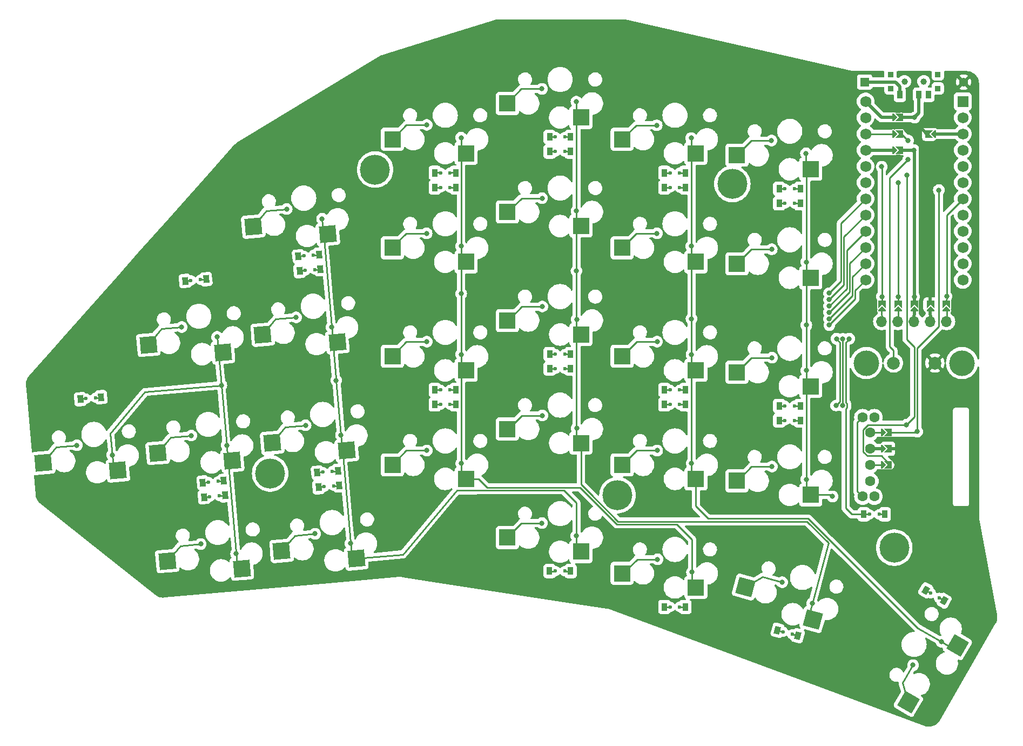
<source format=gbl>
%TF.GenerationSoftware,KiCad,Pcbnew,7.0.6-7.0.6~ubuntu20.04.1*%
%TF.CreationDate,2023-07-19T13:19:58+02:00*%
%TF.ProjectId,keyboard,6b657962-6f61-4726-942e-6b696361645f,v1.0.0*%
%TF.SameCoordinates,Original*%
%TF.FileFunction,Copper,L2,Bot*%
%TF.FilePolarity,Positive*%
%FSLAX46Y46*%
G04 Gerber Fmt 4.6, Leading zero omitted, Abs format (unit mm)*
G04 Created by KiCad (PCBNEW 7.0.6-7.0.6~ubuntu20.04.1) date 2023-07-19 13:19:58*
%MOMM*%
%LPD*%
G01*
G04 APERTURE LIST*
G04 Aperture macros list*
%AMRotRect*
0 Rectangle, with rotation*
0 The origin of the aperture is its center*
0 $1 length*
0 $2 width*
0 $3 Rotation angle, in degrees counterclockwise*
0 Add horizontal line*
21,1,$1,$2,0,0,$3*%
%AMFreePoly0*
4,1,6,0.600000,0.200000,0.000000,-0.400000,-0.600000,0.200000,-0.600000,0.400000,0.600000,0.400000,0.600000,0.200000,0.600000,0.200000,$1*%
%AMFreePoly1*
4,1,6,0.600000,-0.250000,-0.600000,-0.250000,-0.600000,1.000000,0.000000,0.400000,0.600000,1.000000,0.600000,-0.250000,0.600000,-0.250000,$1*%
G04 Aperture macros list end*
%TA.AperFunction,SMDPad,CuDef*%
%ADD10R,0.900000X0.900000*%
%TD*%
%TA.AperFunction,WasherPad*%
%ADD11C,1.000000*%
%TD*%
%TA.AperFunction,SMDPad,CuDef*%
%ADD12R,0.900000X1.250000*%
%TD*%
%TA.AperFunction,SMDPad,CuDef*%
%ADD13RotRect,0.900000X1.200000X345.000000*%
%TD*%
%TA.AperFunction,ComponentPad*%
%ADD14C,0.600000*%
%TD*%
%TA.AperFunction,SMDPad,CuDef*%
%ADD15R,0.900000X1.200000*%
%TD*%
%TA.AperFunction,SMDPad,CuDef*%
%ADD16FreePoly0,90.000000*%
%TD*%
%TA.AperFunction,SMDPad,CuDef*%
%ADD17FreePoly1,90.000000*%
%TD*%
%TA.AperFunction,SMDPad,CuDef*%
%ADD18R,2.600000X2.600000*%
%TD*%
%TA.AperFunction,ComponentPad*%
%ADD19C,1.600000*%
%TD*%
%TA.AperFunction,SMDPad,CuDef*%
%ADD20FreePoly0,180.000000*%
%TD*%
%TA.AperFunction,SMDPad,CuDef*%
%ADD21FreePoly1,180.000000*%
%TD*%
%TA.AperFunction,SMDPad,CuDef*%
%ADD22RotRect,0.900000X1.200000X5.000000*%
%TD*%
%TA.AperFunction,SMDPad,CuDef*%
%ADD23RotRect,2.600000X2.600000X185.000000*%
%TD*%
%TA.AperFunction,ComponentPad*%
%ADD24C,4.700000*%
%TD*%
%TA.AperFunction,ComponentPad*%
%ADD25C,4.000000*%
%TD*%
%TA.AperFunction,SMDPad,CuDef*%
%ADD26FreePoly0,270.000000*%
%TD*%
%TA.AperFunction,SMDPad,CuDef*%
%ADD27FreePoly1,270.000000*%
%TD*%
%TA.AperFunction,ComponentPad*%
%ADD28R,1.400000X1.400000*%
%TD*%
%TA.AperFunction,ComponentPad*%
%ADD29C,1.400000*%
%TD*%
%TA.AperFunction,ComponentPad*%
%ADD30O,1.700000X1.700000*%
%TD*%
%TA.AperFunction,SMDPad,CuDef*%
%ADD31RotRect,2.600000X2.600000X240.000000*%
%TD*%
%TA.AperFunction,ComponentPad*%
%ADD32R,1.752600X1.752600*%
%TD*%
%TA.AperFunction,ComponentPad*%
%ADD33C,1.752600*%
%TD*%
%TA.AperFunction,ComponentPad*%
%ADD34C,2.000000*%
%TD*%
%TA.AperFunction,SMDPad,CuDef*%
%ADD35RotRect,0.900000X1.200000X330.000000*%
%TD*%
%TA.AperFunction,SMDPad,CuDef*%
%ADD36RotRect,2.600000X2.600000X165.000000*%
%TD*%
%TA.AperFunction,ViaPad*%
%ADD37C,0.800000*%
%TD*%
%TA.AperFunction,Conductor*%
%ADD38C,0.250000*%
%TD*%
%TA.AperFunction,Conductor*%
%ADD39C,0.500000*%
%TD*%
G04 APERTURE END LIST*
D10*
%TO.P,T1,*%
%TO.N,*%
X169080487Y-36625888D03*
X169080487Y-38825888D03*
D11*
X171280487Y-37725888D03*
X174280487Y-37725888D03*
D10*
X176480487Y-36625888D03*
X176480487Y-38825888D03*
D12*
%TO.P,T1,1*%
%TO.N,switch_from*%
X170530487Y-39800888D03*
%TO.P,T1,2*%
%TO.N,RAW*%
X173530487Y-39800888D03*
%TO.P,T1,3*%
%TO.N,N/C*%
X175030487Y-39800888D03*
%TD*%
D13*
%TO.P,D14,1*%
%TO.N,col4*%
X151357346Y-123682173D03*
D14*
X152226680Y-123915110D03*
%TO.P,D14,2*%
%TO.N,layer_cluster*%
X153675568Y-124303338D03*
D13*
X154544902Y-124536275D03*
%TD*%
D15*
%TO.P,D26,1*%
%TO.N,col3*%
X151630493Y-90825897D03*
D14*
X152530493Y-90825897D03*
%TO.P,D26,2*%
%TO.N,inner_bottom*%
X154030493Y-90825897D03*
D15*
X154930493Y-90825897D03*
%TD*%
D16*
%TO.P,J2,1*%
%TO.N,GND_ENCA*%
X168022501Y-95255901D03*
D17*
%TO.P,J2,2*%
%TO.N,GND*%
X169038501Y-95255901D03*
%TD*%
D18*
%TO.P,S16,1*%
%TO.N,row3*%
X120555496Y-60365899D03*
%TO.P,S16,2*%
%TO.N,middle_top*%
X109005496Y-58165899D03*
%TD*%
D19*
%TO.P,REF\u002A\u002A,A*%
%TO.N,ENCB_undef*%
X165905508Y-92715886D03*
%TO.P,REF\u002A\u002A,B*%
%TO.N,GND_ENCA*%
X165905508Y-95255886D03*
%TO.P,REF\u002A\u002A,C*%
%TO.N,ENCA_GND*%
X165905508Y-97795886D03*
%TO.P,REF\u002A\u002A,D*%
%TO.N,undef_ENCB*%
X165905508Y-100335886D03*
%TO.P,REF\u002A\u002A,S1*%
%TO.N,row5*%
X164680508Y-90325886D03*
X164680508Y-102725886D03*
%TO.P,REF\u002A\u002A,S2*%
%TO.N,scrollwheel_scrollwheel*%
X166530508Y-90325886D03*
X166530508Y-102725886D03*
%TD*%
D20*
%TO.P,J19,1*%
%TO.N,NN_CS_SDA*%
X177860491Y-73333897D03*
D21*
%TO.P,J19,2*%
%TO.N,CS*%
X177860491Y-72317897D03*
%TD*%
D15*
%TO.P,D6,1*%
%TO.N,col4*%
X115630492Y-114415887D03*
D14*
X116530492Y-114415887D03*
%TO.P,D6,2*%
%TO.N,middle_mod*%
X118030492Y-114415887D03*
D15*
X118930492Y-114415887D03*
%TD*%
%TO.P,D13,1*%
%TO.N,col0*%
X151630493Y-54525895D03*
D14*
X152530493Y-54525895D03*
%TO.P,D13,2*%
%TO.N,inner_num*%
X154030493Y-54525895D03*
D15*
X154930493Y-54525895D03*
%TD*%
D22*
%TO.P,D19,1*%
%TO.N,col1*%
X76438676Y-67401129D03*
D14*
X77335251Y-67322689D03*
%TO.P,D19,2*%
%TO.N,pinky_top*%
X78829543Y-67191955D03*
D22*
X79726118Y-67113515D03*
%TD*%
D23*
%TO.P,S1,1*%
%TO.N,row0*%
X47978936Y-98650461D03*
%TO.P,S1,2*%
%TO.N,outer2_home*%
X36281145Y-97465482D03*
%TD*%
D15*
%TO.P,D23,1*%
%TO.N,col1*%
X115630494Y-48715883D03*
D14*
X116530494Y-48715883D03*
%TO.P,D23,2*%
%TO.N,middle_top*%
X118030494Y-48715883D03*
D15*
X118930494Y-48715883D03*
%TD*%
D16*
%TO.P,J9,1*%
%TO.N,VCC_GND*%
X169772494Y-48475887D03*
D17*
%TO.P,J9,2*%
%TO.N,VCC*%
X170788494Y-48475887D03*
%TD*%
D15*
%TO.P,D24,1*%
%TO.N,col3*%
X133630488Y-88325890D03*
D14*
X134530488Y-88325890D03*
%TO.P,D24,2*%
%TO.N,index_bottom*%
X136030488Y-88325890D03*
D15*
X136930488Y-88325890D03*
%TD*%
D20*
%TO.P,J17,1*%
%TO.N,NN_VCC*%
X172780503Y-73333888D03*
D21*
%TO.P,J17,2*%
%TO.N,VCC*%
X172780503Y-72317888D03*
%TD*%
D23*
%TO.P,S4,1*%
%TO.N,row0*%
X64428797Y-80146351D03*
%TO.P,S4,2*%
%TO.N,outer_top*%
X52731006Y-78961372D03*
%TD*%
D15*
%TO.P,D7,1*%
%TO.N,col2*%
X115630496Y-80415891D03*
D14*
X116530496Y-80415891D03*
%TO.P,D7,2*%
%TO.N,middle_home*%
X118030496Y-80415891D03*
D15*
X118930496Y-80415891D03*
%TD*%
%TO.P,D27,1*%
%TO.N,col1*%
X151630495Y-56825893D03*
D14*
X152530495Y-56825893D03*
%TO.P,D27,2*%
%TO.N,inner_top*%
X154030495Y-56825893D03*
D15*
X154930495Y-56825893D03*
%TD*%
D24*
%TO.P,_8,*%
%TO.N,*%
X169658995Y-110749016D03*
%TD*%
D22*
%TO.P,D1,1*%
%TO.N,col2*%
X61270005Y-100549303D03*
D14*
X62166580Y-100470863D03*
%TO.P,D1,2*%
%TO.N,outer_home*%
X63660872Y-100340129D03*
D22*
X64557447Y-100261689D03*
%TD*%
D23*
%TO.P,S6,1*%
%TO.N,row1*%
X83841934Y-95512876D03*
%TO.P,S6,2*%
%TO.N,pinky_home*%
X72144143Y-94327897D03*
%TD*%
D20*
%TO.P,J16,1*%
%TO.N,NN_SCL_GND*%
X170240500Y-73333880D03*
D21*
%TO.P,J16,2*%
%TO.N,SCL*%
X170240500Y-72317880D03*
%TD*%
D18*
%TO.P,S21,1*%
%TO.N,row4*%
X138555498Y-65975885D03*
%TO.P,S21,2*%
%TO.N,index_top*%
X127005498Y-63775885D03*
%TD*%
%TO.P,S12,1*%
%TO.N,row2*%
X102555493Y-48975891D03*
%TO.P,S12,2*%
%TO.N,ring_num*%
X91005493Y-46775891D03*
%TD*%
D22*
%TO.P,D3,1*%
%TO.N,col0*%
X76238210Y-65109875D03*
D14*
X77134785Y-65031435D03*
%TO.P,D3,2*%
%TO.N,pinky_num*%
X78629077Y-64900701D03*
D22*
X79525652Y-64822261D03*
%TD*%
D18*
%TO.P,S18,1*%
%TO.N,row2*%
X138555498Y-116975891D03*
%TO.P,S18,2*%
%TO.N,index_mod*%
X127005498Y-114775891D03*
%TD*%
D25*
%TO.P,_3,*%
%TO.N,*%
X180280500Y-81825891D03*
%TD*%
D26*
%TO.P,J10,1*%
%TO.N,GND_RST*%
X175788493Y-45925883D03*
D27*
%TO.P,J10,2*%
%TO.N,GND*%
X174772493Y-45925883D03*
%TD*%
D18*
%TO.P,S9,1*%
%TO.N,row2*%
X102555497Y-99975882D03*
%TO.P,S9,2*%
%TO.N,ring_bottom*%
X91005497Y-97775882D03*
%TD*%
D22*
%TO.P,D18,1*%
%TO.N,col3*%
X79401971Y-101271753D03*
D14*
X80298546Y-101193313D03*
%TO.P,D18,2*%
%TO.N,pinky_bottom*%
X81792838Y-101062579D03*
D22*
X82689413Y-100984139D03*
%TD*%
D23*
%TO.P,S8,1*%
%TO.N,row1*%
X80878646Y-61642244D03*
%TO.P,S8,2*%
%TO.N,pinky_num*%
X69180855Y-60457265D03*
%TD*%
D22*
%TO.P,D2,1*%
%TO.N,col2*%
X79201507Y-98980500D03*
D14*
X80098082Y-98902060D03*
%TO.P,D2,2*%
%TO.N,pinky_home*%
X81592374Y-98771326D03*
D22*
X82488949Y-98692886D03*
%TD*%
D15*
%TO.P,D12,1*%
%TO.N,col2*%
X151630504Y-88525880D03*
D14*
X152530504Y-88525880D03*
%TO.P,D12,2*%
%TO.N,inner_home*%
X154030504Y-88525880D03*
D15*
X154930504Y-88525880D03*
%TD*%
D23*
%TO.P,S5,1*%
%TO.N,row1*%
X85323582Y-112448172D03*
%TO.P,S5,2*%
%TO.N,pinky_bottom*%
X73625791Y-111263193D03*
%TD*%
D20*
%TO.P,J18,1*%
%TO.N,NN_GND_SCL*%
X175320498Y-73333884D03*
D21*
%TO.P,J18,2*%
%TO.N,GND*%
X175320498Y-72317884D03*
%TD*%
D22*
%TO.P,D17,1*%
%TO.N,col1*%
X58507169Y-68969922D03*
D14*
X59403744Y-68891482D03*
%TO.P,D17,2*%
%TO.N,outer_top*%
X60898036Y-68760748D03*
D22*
X61794611Y-68682308D03*
%TD*%
D28*
%TO.P,,1*%
%TO.N,switch_from*%
X165030501Y-37825884D03*
D29*
%TO.P,,2*%
%TO.N,GND*%
X180530501Y-37825884D03*
%TD*%
D18*
%TO.P,S13,1*%
%TO.N,row1*%
X120555488Y-111365884D03*
%TO.P,S13,2*%
%TO.N,middle_mod*%
X109005488Y-109165884D03*
%TD*%
D22*
%TO.P,D16,1*%
%TO.N,col3*%
X61470466Y-102840548D03*
D14*
X62367041Y-102762108D03*
%TO.P,D16,2*%
%TO.N,outer_bottom*%
X63861333Y-102631374D03*
D22*
X64757908Y-102552934D03*
%TD*%
D18*
%TO.P,S10,1*%
%TO.N,row2*%
X102555505Y-82975889D03*
%TO.P,S10,2*%
%TO.N,ring_home*%
X91005505Y-80775889D03*
%TD*%
%TO.P,S22,1*%
%TO.N,row4*%
X138555507Y-48975887D03*
%TO.P,S22,2*%
%TO.N,index_num*%
X127005507Y-46775887D03*
%TD*%
D30*
%TO.P,Nice!View1,1*%
%TO.N,NN_GND_SCL*%
X175320493Y-75325888D03*
%TO.N,NN_CS_SDA*%
X177860493Y-75325888D03*
%TO.P,Nice!View1,2*%
%TO.N,NN_VCC*%
X172780493Y-75325888D03*
%TO.P,Nice!View1,3*%
%TO.N,NN_SCL_GND*%
X170240493Y-75325888D03*
%TO.P,Nice!View1,4*%
%TO.N,NN_SDA_CS*%
X167700493Y-75325888D03*
%TD*%
D22*
%TO.P,D15,1*%
%TO.N,col0*%
X42057314Y-87474046D03*
D14*
X42953889Y-87395606D03*
%TO.P,D15,2*%
%TO.N,outer2_home*%
X44448181Y-87264872D03*
D22*
X45344756Y-87186432D03*
%TD*%
D15*
%TO.P,D11,1*%
%TO.N,col0*%
X133630489Y-52025889D03*
D14*
X134530489Y-52025889D03*
%TO.P,D11,2*%
%TO.N,index_num*%
X136030489Y-52025889D03*
D15*
X136930489Y-52025889D03*
%TD*%
D23*
%TO.P,S2,1*%
%TO.N,row0*%
X67392090Y-114016966D03*
%TO.P,S2,2*%
%TO.N,outer_bottom*%
X55694299Y-112831987D03*
%TD*%
D18*
%TO.P,S11,1*%
%TO.N,row2*%
X102555498Y-65975887D03*
%TO.P,S11,2*%
%TO.N,ring_top*%
X91005498Y-63775887D03*
%TD*%
D23*
%TO.P,S7,1*%
%TO.N,row1*%
X82360304Y-78577544D03*
%TO.P,S7,2*%
%TO.N,pinky_top*%
X70662513Y-77392565D03*
%TD*%
D24*
%TO.P,_7,*%
%TO.N,*%
X126280499Y-102525885D03*
%TD*%
%TO.P,_5,*%
%TO.N,*%
X144280491Y-53775890D03*
%TD*%
D18*
%TO.P,S17,1*%
%TO.N,row3*%
X120555491Y-43365894D03*
%TO.P,S17,2*%
%TO.N,middle_num*%
X109005491Y-41165894D03*
%TD*%
%TO.P,S25,1*%
%TO.N,row5*%
X156555498Y-68475880D03*
%TO.P,S25,2*%
%TO.N,inner_top*%
X145005498Y-66275880D03*
%TD*%
D31*
%TO.P,S28,1*%
%TO.N,row4*%
X179555591Y-126043531D03*
%TO.P,S28,2*%
%TO.N,space_cluster*%
X171875335Y-134946124D03*
%TD*%
D16*
%TO.P,J7,1*%
%TO.N,RAW_P1*%
X169772489Y-43375888D03*
D17*
%TO.P,J7,2*%
%TO.N,RAW*%
X170788489Y-43375888D03*
%TD*%
D32*
%TO.P,MCU1,*%
%TO.N,P1_RAW*%
X180400499Y-40855891D03*
D33*
%TO.P,MCU1,1*%
%TO.N,RAW_P1*%
X165160499Y-40855891D03*
%TO.P,MCU1,2*%
%TO.N,GND_P0*%
X165160499Y-43395891D03*
%TO.P,MCU1,3*%
%TO.N,RST_GND*%
X165160499Y-45935891D03*
%TO.P,MCU1,4*%
%TO.N,VCC_GND*%
X165160499Y-48475891D03*
%TO.P,MCU1,5*%
%TO.N,ENCA*%
X165160499Y-51015891D03*
%TO.P,MCU1,6*%
%TO.N,ENCB*%
X165160499Y-53555891D03*
%TO.P,MCU1,7*%
%TO.N,row0*%
X165160499Y-56095891D03*
%TO.P,MCU1,8*%
%TO.N,row1*%
X165160499Y-58635891D03*
%TO.P,MCU1,9*%
%TO.N,row2*%
X165160499Y-61175891D03*
%TO.P,MCU1,10*%
%TO.N,row3*%
X165160499Y-63715891D03*
%TO.P,MCU1,11*%
%TO.N,row4*%
X165160499Y-66255891D03*
%TO.P,MCU1,12*%
%TO.N,row5*%
X165160499Y-68795891D03*
%TO.P,MCU1,13*%
%TO.N,P1_RAW*%
X180400499Y-40855891D03*
%TO.P,MCU1,14*%
%TO.N,P0_GND*%
X180400499Y-43395891D03*
%TO.P,MCU1,15*%
%TO.N,GND_RST*%
X180400499Y-45935891D03*
%TO.P,MCU1,16*%
%TO.N,GND_VCC*%
X180400499Y-48475891D03*
%TO.P,MCU1,17*%
%TO.N,SDA*%
X180400499Y-51015891D03*
%TO.P,MCU1,18*%
%TO.N,SCL*%
X180400499Y-53555891D03*
%TO.P,MCU1,19*%
%TO.N,CS*%
X180400499Y-56095891D03*
%TO.P,MCU1,20*%
%TO.N,col0*%
X180400499Y-58635891D03*
%TO.P,MCU1,21*%
%TO.N,col1*%
X180400499Y-61175891D03*
%TO.P,MCU1,22*%
%TO.N,col2*%
X180400499Y-63715891D03*
%TO.P,MCU1,23*%
%TO.N,col3*%
X180400499Y-66255891D03*
%TO.P,MCU1,24*%
%TO.N,col4*%
X180400499Y-68795891D03*
%TD*%
D16*
%TO.P,J1,1*%
%TO.N,ENCB_undef*%
X168022493Y-92715894D03*
D17*
%TO.P,J1,2*%
%TO.N,ENCB*%
X169038493Y-92715894D03*
%TD*%
D24*
%TO.P,_6,*%
%TO.N,*%
X71835903Y-99122986D03*
%TD*%
D16*
%TO.P,J3,1*%
%TO.N,ENCA_GND*%
X168022493Y-97795880D03*
D17*
%TO.P,J3,2*%
%TO.N,ENCA*%
X169038493Y-97795880D03*
%TD*%
D18*
%TO.P,S19,1*%
%TO.N,row4*%
X138555496Y-99975885D03*
%TO.P,S19,2*%
%TO.N,index_bottom*%
X127005496Y-97775885D03*
%TD*%
D34*
%TO.P,_1,1*%
%TO.N,RST*%
X169530505Y-81825885D03*
%TO.P,_1,2*%
%TO.N,GND*%
X176030505Y-81825885D03*
%TD*%
D18*
%TO.P,S15,1*%
%TO.N,row3*%
X120555491Y-77365889D03*
%TO.P,S15,2*%
%TO.N,middle_home*%
X109005491Y-75165889D03*
%TD*%
%TO.P,S20,1*%
%TO.N,row4*%
X138555491Y-82975890D03*
%TO.P,S20,2*%
%TO.N,index_home*%
X127005491Y-80775890D03*
%TD*%
D23*
%TO.P,S3,1*%
%TO.N,row0*%
X65910440Y-97081655D03*
%TO.P,S3,2*%
%TO.N,outer_home*%
X54212649Y-95896676D03*
%TD*%
D35*
%TO.P,D28,1*%
%TO.N,col4*%
X174607779Y-117413401D03*
D14*
X175387202Y-117863401D03*
%TO.P,D28,2*%
%TO.N,space_cluster*%
X176686240Y-118613401D03*
D35*
X177465663Y-119063401D03*
%TD*%
D15*
%TO.P,D10,1*%
%TO.N,col2*%
X133630504Y-86025886D03*
D14*
X134530504Y-86025886D03*
%TO.P,D10,2*%
%TO.N,index_home*%
X136030504Y-86025886D03*
D15*
X136930504Y-86025886D03*
%TD*%
%TO.P,D29,1*%
%TO.N,col4*%
X164880485Y-105525879D03*
D14*
X165780485Y-105525879D03*
%TO.P,D29,2*%
%TO.N,scrollwheel_scrollwheel*%
X167280485Y-105525879D03*
D15*
X168180485Y-105525879D03*
%TD*%
D18*
%TO.P,S26,1*%
%TO.N,row5*%
X156555492Y-51475890D03*
%TO.P,S26,2*%
%TO.N,inner_num*%
X145005492Y-49275890D03*
%TD*%
D15*
%TO.P,D5,1*%
%TO.N,col0*%
X97630498Y-52025887D03*
D14*
X98530498Y-52025887D03*
%TO.P,D5,2*%
%TO.N,ring_num*%
X100030498Y-52025887D03*
D15*
X100930498Y-52025887D03*
%TD*%
%TO.P,D25,1*%
%TO.N,col1*%
X133630489Y-54325891D03*
D14*
X134530489Y-54325891D03*
%TO.P,D25,2*%
%TO.N,index_top*%
X136030489Y-54325891D03*
D15*
X136930489Y-54325891D03*
%TD*%
D36*
%TO.P,S27,1*%
%TO.N,row3*%
X156903933Y-122010782D03*
%TO.P,S27,2*%
%TO.N,layer_cluster*%
X146316891Y-116896385D03*
%TD*%
D15*
%TO.P,D21,1*%
%TO.N,col1*%
X97630499Y-54325891D03*
D14*
X98530499Y-54325891D03*
%TO.P,D21,2*%
%TO.N,ring_top*%
X100030499Y-54325891D03*
D15*
X100930499Y-54325891D03*
%TD*%
D18*
%TO.P,S14,1*%
%TO.N,row3*%
X120555499Y-94365883D03*
%TO.P,S14,2*%
%TO.N,middle_bottom*%
X109005499Y-92165883D03*
%TD*%
%TO.P,S23,1*%
%TO.N,row5*%
X156555494Y-102475887D03*
%TO.P,S23,2*%
%TO.N,inner_bottom*%
X145005494Y-100275887D03*
%TD*%
D15*
%TO.P,D20,1*%
%TO.N,col3*%
X97630488Y-88325890D03*
D14*
X98530488Y-88325890D03*
%TO.P,D20,2*%
%TO.N,ring_bottom*%
X100030488Y-88325890D03*
D15*
X100930488Y-88325890D03*
%TD*%
D16*
%TO.P,J8,1*%
%TO.N,RST_GND*%
X169772497Y-45925881D03*
D17*
%TO.P,J8,2*%
%TO.N,RST*%
X170788497Y-45925881D03*
%TD*%
D15*
%TO.P,D9,1*%
%TO.N,col4*%
X133630498Y-120025891D03*
D14*
X134530498Y-120025891D03*
%TO.P,D9,2*%
%TO.N,index_mod*%
X136030498Y-120025891D03*
D15*
X136930498Y-120025891D03*
%TD*%
D18*
%TO.P,S20,1*%
%TO.N,row5*%
X156557680Y-85472957D03*
%TO.P,S20,2*%
%TO.N,inner_home*%
X145007680Y-83272957D03*
%TD*%
D15*
%TO.P,D8,1*%
%TO.N,col0*%
X115630497Y-46415892D03*
D14*
X116530497Y-46415892D03*
%TO.P,D8,2*%
%TO.N,middle_num*%
X118030497Y-46415892D03*
D15*
X118930497Y-46415892D03*
%TD*%
D25*
%TO.P,_2,*%
%TO.N,*%
X165280503Y-81825893D03*
%TD*%
D20*
%TO.P,J15,1*%
%TO.N,NN_SDA_CS*%
X167700503Y-73333895D03*
D21*
%TO.P,J15,2*%
%TO.N,SDA*%
X167700503Y-72317895D03*
%TD*%
D24*
%TO.P,_4,*%
%TO.N,*%
X88280491Y-51525880D03*
%TD*%
D15*
%TO.P,D4,1*%
%TO.N,col2*%
X97630499Y-86025901D03*
D14*
X98530499Y-86025901D03*
%TO.P,D4,2*%
%TO.N,ring_home*%
X100030499Y-86025901D03*
D15*
X100930499Y-86025901D03*
%TD*%
%TO.P,D22,1*%
%TO.N,col3*%
X115630498Y-82715890D03*
D14*
X116530498Y-82715890D03*
%TO.P,D22,2*%
%TO.N,middle_bottom*%
X118030498Y-82715890D03*
D15*
X118930498Y-82715890D03*
%TD*%
D37*
%TO.N,row0*%
X64181516Y-85312747D03*
X66489882Y-111697476D03*
X159447690Y-70882954D03*
X63521233Y-77726949D03*
X65003409Y-94707030D03*
X47068008Y-96231359D03*
%TO.N,outer2_home*%
X41514244Y-94709606D03*
%TO.N,outer_bottom*%
X60936115Y-110175735D03*
%TO.N,outer_home*%
X59449639Y-93185286D03*
%TO.N,outer_top*%
X57967462Y-76205201D03*
%TO.N,row1*%
X159447682Y-71882455D03*
X82934374Y-93093458D03*
X119824013Y-108892289D03*
X79971091Y-59222835D03*
X81453265Y-76202924D03*
X84420855Y-110083922D03*
X82182739Y-84540900D03*
%TO.N,pinky_bottom*%
X78867093Y-108562167D03*
%TO.N,pinky_home*%
X77380622Y-91571711D03*
%TO.N,pinky_top*%
X75899494Y-74681170D03*
%TO.N,pinky_num*%
X74417315Y-57701103D03*
%TO.N,row2*%
X101749726Y-63514612D03*
X137961677Y-114575220D03*
X101784656Y-80485049D03*
X101791886Y-97536932D03*
X159447689Y-72881959D03*
X101778022Y-70957458D03*
X101772045Y-46536935D03*
%TO.N,ring_bottom*%
X96391900Y-95536927D03*
%TO.N,ring_home*%
X96384650Y-78485039D03*
%TO.N,ring_top*%
X96349721Y-61514621D03*
%TO.N,ring_num*%
X96372052Y-44536941D03*
%TO.N,middle_mod*%
X114424020Y-106892285D03*
%TO.N,row3*%
X119891891Y-92036929D03*
X119827395Y-40892287D03*
X119849719Y-58014621D03*
X159447683Y-73881461D03*
X119843948Y-67382956D03*
X119884639Y-74985039D03*
X156794752Y-119488493D03*
%TO.N,middle_bottom*%
X114491893Y-90036935D03*
%TO.N,middle_home*%
X114484650Y-72985043D03*
%TO.N,middle_top*%
X114449709Y-56014621D03*
%TO.N,middle_num*%
X114427393Y-38892290D03*
%TO.N,index_mod*%
X132561678Y-112575221D03*
%TO.N,row4*%
X177037211Y-125467474D03*
X137827392Y-46592289D03*
X137884645Y-80485044D03*
X137891906Y-97536932D03*
X137849718Y-63514614D03*
X159447685Y-74880962D03*
X137878012Y-74882950D03*
%TO.N,index_bottom*%
X132491894Y-95536938D03*
%TO.N,index_home*%
X132484648Y-78485042D03*
%TO.N,index_top*%
X132449725Y-61514609D03*
%TO.N,index_num*%
X132427400Y-44592287D03*
%TO.N,row5*%
X155891896Y-100036939D03*
X159990000Y-102729454D03*
X155827400Y-48992298D03*
X155849715Y-66014621D03*
X159478423Y-75879992D03*
X155884640Y-82985038D03*
X155878016Y-75880000D03*
%TO.N,inner_bottom*%
X150491893Y-98036944D03*
%TO.N,inner_home*%
X150484644Y-80985030D03*
%TO.N,inner_top*%
X150449723Y-64014617D03*
%TO.N,inner_num*%
X150427391Y-46992290D03*
%TO.N,layer_cluster*%
X152096392Y-116158999D03*
%TO.N,space_cluster*%
X172605149Y-129144015D03*
%TO.N,col2*%
X160547688Y-88482954D03*
X160597683Y-78022954D03*
%TO.N,col4*%
X162596553Y-78029415D03*
%TO.N,col3*%
X161597084Y-78037590D03*
X161547676Y-88482950D03*
%TO.N,ENCB*%
X176647686Y-54732958D03*
X173269500Y-92570000D03*
%TO.N,GND*%
X163750000Y-75750000D03*
X94750000Y-74250000D03*
X68500000Y-102250000D03*
X172420000Y-95255897D03*
X155500000Y-107750000D03*
X103750000Y-87750000D03*
X173547683Y-44782957D03*
X85500000Y-82250000D03*
X83000000Y-67000000D03*
X137750000Y-105500000D03*
X143000000Y-91000000D03*
X126750000Y-54500000D03*
X107000000Y-68500000D03*
X157750000Y-55000000D03*
X87000000Y-101250000D03*
X161000000Y-90750000D03*
X159750000Y-58250000D03*
X134500000Y-71750000D03*
X70500000Y-104500000D03*
X63000000Y-86750000D03*
X175320492Y-69932953D03*
X127000000Y-68000000D03*
X119250000Y-100000000D03*
X172250000Y-120500000D03*
%TO.N,ENCA*%
X171572256Y-91479455D03*
X171597684Y-52382958D03*
%TO.N,SDA*%
X167697677Y-51082955D03*
X167700500Y-71412959D03*
%TO.N,SCL*%
X170247686Y-53582954D03*
X170240497Y-71452951D03*
%TO.N,CS*%
X177860496Y-71382957D03*
%TO.N,RAW*%
X172847686Y-43382956D03*
%TO.N,RST*%
X171847688Y-46982957D03*
X171847679Y-49932954D03*
%TO.N,VCC*%
X172747689Y-48482951D03*
X172780504Y-71432958D03*
%TD*%
D38*
%TO.N,row0*%
X165160499Y-56095891D02*
X161300000Y-59956390D01*
X64181516Y-85312747D02*
X64338397Y-87105897D01*
X64338397Y-87105897D02*
X65003409Y-94707030D01*
X64405425Y-80098908D02*
X63789571Y-80832836D01*
X161300000Y-69030644D02*
X159447690Y-70882954D01*
X46771102Y-92837710D02*
X52206165Y-86360454D01*
X64003932Y-83282949D02*
X64181516Y-85312747D01*
X63677476Y-79512793D02*
X64432146Y-80146060D01*
X161300000Y-59956390D02*
X161300000Y-69030644D01*
X65271214Y-97768149D02*
X66634775Y-113353660D01*
X63789571Y-80832836D02*
X64003932Y-83282949D01*
X65887073Y-97034210D02*
X65271214Y-97768149D01*
X52206165Y-86360454D02*
X64181516Y-85312747D01*
X66634775Y-113353660D02*
X67368717Y-113969523D01*
X65003409Y-94707030D02*
X65153128Y-96418358D01*
X47068008Y-96231359D02*
X46771102Y-92837710D01*
X47224250Y-98017218D02*
X47978943Y-98650471D01*
X47068008Y-96231359D02*
X47224250Y-98017218D01*
X65153128Y-96418358D02*
X65887073Y-97034210D01*
X63521233Y-77726949D02*
X63677476Y-79512793D01*
%TO.N,outer2_home*%
X36277252Y-97421013D02*
X38317725Y-94989276D01*
X44450921Y-87265516D02*
X45347499Y-87187092D01*
X38317725Y-94989276D02*
X41514244Y-94709606D01*
%TO.N,outer_bottom*%
X57739590Y-110455406D02*
X60936115Y-110175735D01*
X55699119Y-112887144D02*
X57739590Y-110455406D01*
X63864074Y-102632027D02*
X64760653Y-102553592D01*
%TO.N,outer_home*%
X56253116Y-93464940D02*
X59449639Y-93185286D01*
X63663611Y-100340777D02*
X64560185Y-100262344D01*
X54212642Y-95896687D02*
X56253116Y-93464940D01*
%TO.N,outer_top*%
X60900772Y-68761407D02*
X61797350Y-68682965D01*
X52730473Y-78916595D02*
X54770954Y-76484862D01*
X54770954Y-76484862D02*
X57967462Y-76205201D01*
%TO.N,row1*%
X159473486Y-71882459D02*
X161750000Y-69605945D01*
X84568646Y-111811949D02*
X85302594Y-112427807D01*
X101093782Y-101768761D02*
X104083069Y-101768761D01*
X82151422Y-84182954D02*
X82182739Y-84540900D01*
X119824027Y-110684955D02*
X120520638Y-111381573D01*
X161750000Y-69605945D02*
X161750000Y-62046393D01*
X119824010Y-103698998D02*
X119824013Y-108892289D01*
X92672167Y-111805250D02*
X101093782Y-101768761D01*
X117888432Y-101763408D02*
X119824010Y-103698998D01*
X161750000Y-62046393D02*
X165160504Y-58635889D01*
X119824013Y-108892289D02*
X119824027Y-110684955D01*
X83087002Y-94876639D02*
X83820945Y-95492491D01*
X104083069Y-101768761D02*
X104088429Y-101763401D01*
X82182739Y-84540900D02*
X83087002Y-94876639D01*
X85323584Y-112448179D02*
X92672167Y-111805250D01*
X159447682Y-71882455D02*
X159473486Y-71882459D01*
X83820945Y-95492491D02*
X83205100Y-96226434D01*
X80241804Y-62355810D02*
X80857652Y-61621872D01*
X82329998Y-78557998D02*
X81606158Y-77950620D01*
X82339295Y-78557171D02*
X81723440Y-79291129D01*
X80127322Y-61008688D02*
X80882016Y-61641949D01*
X104088429Y-101763401D02*
X117888432Y-101763408D01*
X81606158Y-77950620D02*
X80241804Y-62355810D01*
X81723440Y-79291129D02*
X82151422Y-84182954D01*
X79971091Y-59222835D02*
X80127322Y-61008688D01*
X83205100Y-96226434D02*
X84568646Y-111811949D01*
%TO.N,pinky_bottom*%
X75670565Y-108841830D02*
X78867093Y-108562167D01*
X81796449Y-101073185D02*
X82693025Y-100994747D01*
X73630102Y-111273553D02*
X75670565Y-108841830D01*
%TO.N,pinky_home*%
X74184092Y-91851368D02*
X77380622Y-91571711D01*
X81595986Y-98781943D02*
X82492567Y-98703496D01*
X72143628Y-94283113D02*
X74184092Y-91851368D01*
%TO.N,pinky_top*%
X70662508Y-77392571D02*
X72702972Y-74960829D01*
X78832278Y-67192599D02*
X79728855Y-67114159D01*
X72702972Y-74960829D02*
X75899494Y-74681170D01*
%TO.N,pinky_num*%
X69180336Y-60412493D02*
X71220804Y-57980752D01*
X78631817Y-64901360D02*
X79528385Y-64822917D01*
X71220804Y-57980752D02*
X74417315Y-57701103D01*
%TO.N,row2*%
X101772040Y-48329603D02*
X102468663Y-49026220D01*
X105838430Y-101313412D02*
X120411702Y-101313408D01*
X101778018Y-66707741D02*
X101778012Y-82352790D01*
X102555499Y-99975882D02*
X104500902Y-99975890D01*
X101778026Y-49707750D02*
X102455493Y-49030269D01*
X102455487Y-66030272D02*
X101778018Y-66707741D01*
X137961678Y-109436658D02*
X137961677Y-114575220D01*
X102455496Y-83030271D02*
X101778021Y-83707748D01*
X159473485Y-72881961D02*
X159447689Y-72881959D01*
X104500902Y-99975890D02*
X105838430Y-101313412D01*
X101778018Y-99352789D02*
X102455504Y-100030262D01*
X137961677Y-114575220D02*
X137961690Y-116367899D01*
X165160502Y-61175892D02*
X162200000Y-64136394D01*
X101778014Y-65362115D02*
X101778026Y-49707750D01*
X101778012Y-82352790D02*
X102455496Y-83030271D01*
X162200000Y-70155448D02*
X159473485Y-72881961D01*
X101778021Y-83707748D02*
X101778018Y-99352789D01*
X126181697Y-107083401D02*
X135608429Y-107083406D01*
X137961690Y-116367899D02*
X138658309Y-117064506D01*
X102446164Y-66030274D02*
X101778014Y-65362115D01*
X120411702Y-101313408D02*
X126181697Y-107083401D01*
X101772045Y-46536935D02*
X101772040Y-48329603D01*
X135608429Y-107083406D02*
X137961678Y-109436658D01*
X162200000Y-64136394D02*
X162200000Y-70155448D01*
%TO.N,ring_bottom*%
X93183161Y-95536933D02*
X96391900Y-95536927D01*
X100038756Y-88319633D02*
X100938752Y-88319636D01*
X90938519Y-97781581D02*
X93183161Y-95536933D01*
%TO.N,ring_home*%
X100038749Y-86019641D02*
X100938745Y-86019648D01*
X90931271Y-80729680D02*
X93175918Y-78485043D01*
X93175918Y-78485043D02*
X96384650Y-78485039D01*
%TO.N,ring_top*%
X90896334Y-63759260D02*
X93140988Y-61514614D01*
X100018750Y-54319634D02*
X100918754Y-54319647D01*
X93140988Y-61514614D02*
X96349721Y-61514621D01*
%TO.N,ring_num*%
X100018749Y-52019640D02*
X100918730Y-52019640D01*
X90918665Y-46781579D02*
X93163318Y-44536928D01*
X93163318Y-44536928D02*
X96372052Y-44536941D01*
%TO.N,middle_mod*%
X108970641Y-109136941D02*
X111215290Y-106892284D01*
X111215290Y-106892284D02*
X114424020Y-106892285D01*
X118026238Y-114423934D02*
X118926236Y-114423937D01*
%TO.N,row3*%
X120555489Y-100820810D02*
X121843262Y-102108581D01*
X159334458Y-110010187D02*
X159333431Y-110008414D01*
X120521424Y-77341816D02*
X119843958Y-78019292D01*
X119827395Y-40892287D02*
X119827402Y-42684960D01*
X165160499Y-63715896D02*
X162650000Y-66226395D01*
X119843958Y-78019292D02*
X119843949Y-93664342D01*
X119843949Y-93664342D02*
X120521425Y-94341821D01*
X132138432Y-106633408D02*
X155958427Y-106633406D01*
X156794752Y-119488493D02*
X156330781Y-121220082D01*
X119843948Y-67382956D02*
X119843949Y-76664343D01*
X159473489Y-73881460D02*
X159447683Y-73881461D01*
X119843949Y-76664343D02*
X120521424Y-77341816D01*
X156330781Y-121220082D02*
X156823363Y-122073251D01*
X155958427Y-106633406D02*
X159333431Y-110008414D01*
X120521422Y-60341825D02*
X119843946Y-61019287D01*
X162650000Y-70704949D02*
X159473489Y-73881460D01*
X119843946Y-61019287D02*
X119843948Y-67382956D01*
X119843951Y-44019298D02*
X120521421Y-43341822D01*
X121843262Y-102108581D02*
X126368101Y-106633408D01*
X126368101Y-106633408D02*
X132138432Y-106633408D01*
X120555497Y-94365896D02*
X120555489Y-100820810D01*
X119827402Y-42684960D02*
X120524020Y-43381581D01*
X120512091Y-60341814D02*
X119843944Y-59673660D01*
X119843944Y-59673660D02*
X119843951Y-44019298D01*
X162650000Y-66226395D02*
X162650000Y-70704949D01*
X156794752Y-119488493D02*
X159334458Y-110010187D01*
%TO.N,middle_bottom*%
X111283159Y-90036940D02*
X114491893Y-90036935D01*
X118053757Y-82709649D02*
X118953757Y-82709640D01*
X109038515Y-92281583D02*
X111283159Y-90036940D01*
%TO.N,middle_home*%
X109031260Y-75229676D02*
X111275922Y-72985031D01*
X118053742Y-80409644D02*
X118953749Y-80409637D01*
X111275922Y-72985031D02*
X114484650Y-72985043D01*
%TO.N,middle_top*%
X118033750Y-48709638D02*
X118933759Y-48709641D01*
X111240988Y-56014605D02*
X114449709Y-56014621D01*
X108996340Y-58259252D02*
X111240988Y-56014605D01*
%TO.N,middle_num*%
X111218669Y-38892283D02*
X114427393Y-38892290D01*
X118033746Y-46409636D02*
X118933745Y-46409643D01*
X108974020Y-41136934D02*
X111218669Y-38892283D01*
%TO.N,index_mod*%
X136026238Y-120023933D02*
X136926238Y-120023922D01*
X127108300Y-114819877D02*
X129352949Y-112575226D01*
X129352949Y-112575226D02*
X132561678Y-112575221D01*
%TO.N,row4*%
X138546163Y-66107744D02*
X137878021Y-65439596D01*
X161568009Y-111606596D02*
X161568008Y-111556086D01*
X173334320Y-123329612D02*
X173331682Y-123319755D01*
X159473485Y-74880966D02*
X159447685Y-74880962D01*
X177037211Y-125467474D02*
X178589709Y-126363804D01*
X161568008Y-111556086D02*
X161518520Y-111506595D01*
X138555494Y-83107741D02*
X137878013Y-83785225D01*
X137878013Y-83785225D02*
X137878019Y-99430270D01*
X137827392Y-46592289D02*
X137827409Y-48384964D01*
X156145336Y-106183416D02*
X157968521Y-108006599D01*
X138555494Y-66107745D02*
X137878016Y-66785222D01*
X177037211Y-125467474D02*
X173334320Y-123329612D01*
X165160505Y-66255897D02*
X163100000Y-68316402D01*
X138555491Y-99975889D02*
X138555494Y-104250472D01*
X137827409Y-48384964D02*
X138524026Y-49081581D01*
X137878019Y-99430270D02*
X138555498Y-100107749D01*
X137878029Y-49785227D02*
X138555495Y-49107750D01*
X163100000Y-71254451D02*
X159473485Y-74880966D01*
X157968521Y-108006599D02*
X157968520Y-108007110D01*
X159468264Y-109506853D02*
X161568009Y-111606596D01*
X156068520Y-106183416D02*
X156145336Y-106183416D01*
X157968520Y-108007110D02*
X159468264Y-109506853D01*
X138555494Y-104250472D02*
X140488425Y-106183414D01*
X137878021Y-65439596D02*
X137878029Y-49785227D01*
X178589709Y-126363804D02*
X179541311Y-126108828D01*
X137878016Y-66785222D02*
X137878012Y-74882950D01*
X137878012Y-74882950D02*
X137878015Y-82430266D01*
X163100000Y-68316402D02*
X163100000Y-71254451D01*
X137878015Y-82430266D02*
X138555494Y-83107741D01*
X140488425Y-106183414D02*
X156068520Y-106183416D01*
X161518520Y-111506595D02*
X173331682Y-123319755D01*
%TO.N,index_bottom*%
X136053758Y-88334649D02*
X136953755Y-88334642D01*
X127038515Y-97781592D02*
X129283147Y-95536941D01*
X129283147Y-95536941D02*
X132491894Y-95536938D01*
%TO.N,index_home*%
X129275915Y-78485039D02*
X132484648Y-78485042D01*
X127031267Y-80729683D02*
X129275915Y-78485039D01*
X136053748Y-86034641D02*
X136953753Y-86034638D01*
%TO.N,index_top*%
X126996336Y-63759258D02*
X129240981Y-61514612D01*
X129240981Y-61514612D02*
X132449725Y-61514609D01*
X136033749Y-54334640D02*
X136933743Y-54334640D01*
%TO.N,index_num*%
X129218660Y-44592300D02*
X132427400Y-44592287D01*
X136033753Y-52034654D02*
X136933744Y-52034639D01*
X126974020Y-46836944D02*
X129218660Y-44592300D01*
%TO.N,row5*%
X155878015Y-101798407D02*
X156555494Y-102475882D01*
X155827400Y-48992298D02*
X155827400Y-50784957D01*
X155878016Y-75632955D02*
X155878016Y-75880000D01*
X164680507Y-90325885D02*
X163880509Y-91125884D01*
X160056976Y-75301439D02*
X159478423Y-75879992D01*
X155878016Y-69153371D02*
X155878016Y-75632955D01*
X155880501Y-77130471D02*
X155878016Y-77132953D01*
X163880509Y-91125884D02*
X163880508Y-101925887D01*
X156555495Y-85475888D02*
X155878023Y-86153365D01*
X163550000Y-71803945D02*
X163550000Y-71803952D01*
X163880508Y-101925887D02*
X164680509Y-102725886D01*
X155878016Y-77132953D02*
X155878023Y-84798413D01*
X156546157Y-68475886D02*
X155878018Y-67807743D01*
X159990000Y-102729454D02*
X159736431Y-102475885D01*
X155878021Y-52153372D02*
X156555503Y-51475889D01*
X165160499Y-68795887D02*
X163550000Y-70406386D01*
X163550000Y-71803952D02*
X160056976Y-75296976D01*
X156555499Y-68475898D02*
X156555496Y-68530271D01*
X156555496Y-68530271D02*
X155878018Y-69207743D01*
X155878023Y-86153365D02*
X155878015Y-101798407D01*
X155878023Y-84798413D02*
X156555495Y-85475888D01*
X155878016Y-75880000D02*
X155878016Y-77132953D01*
X155827400Y-50784957D02*
X156524022Y-51481574D01*
X163550000Y-70406386D02*
X163550000Y-71803945D01*
X155878018Y-67807743D02*
X155878021Y-52153372D01*
X160056976Y-75296976D02*
X160056976Y-75301439D01*
X159736431Y-102475885D02*
X156555494Y-102475885D01*
X156555499Y-68475898D02*
X156546157Y-68475886D01*
%TO.N,inner_bottom*%
X147283162Y-98036934D02*
X150491893Y-98036944D01*
X145038520Y-100281576D02*
X147283162Y-98036934D01*
X154050491Y-90825895D02*
X154950503Y-90825887D01*
%TO.N,inner_home*%
X145031274Y-83229689D02*
X147275914Y-80985044D01*
X154050497Y-88525885D02*
X154950494Y-88525890D01*
X147275914Y-80985044D02*
X150484644Y-80985030D01*
%TO.N,inner_top*%
X147240984Y-64014602D02*
X150449723Y-64014617D01*
X154030501Y-56825885D02*
X154930497Y-56825890D01*
X144996339Y-66259258D02*
X147240984Y-64014602D01*
%TO.N,inner_num*%
X144974016Y-49236929D02*
X147218662Y-46992294D01*
X147218662Y-46992294D02*
X150427391Y-46992290D01*
X154030498Y-54525887D02*
X154930497Y-54525894D01*
%TO.N,layer_cluster*%
X148996998Y-115328531D02*
X152096392Y-116158999D01*
X153675127Y-124312168D02*
X154544464Y-124545095D01*
X146247891Y-116915729D02*
X148996998Y-115328531D01*
%TO.N,space_cluster*%
X176686224Y-118613393D02*
X177465660Y-119063402D01*
X171822383Y-134989105D02*
X171000788Y-131922848D01*
X171000788Y-131922848D02*
X172605149Y-129144015D01*
%TO.N,col2*%
X160597683Y-78063494D02*
X161147084Y-78612895D01*
X161147084Y-78612895D02*
X161147084Y-87858237D01*
X160597683Y-78022954D02*
X160597683Y-78063494D01*
X160547688Y-88457633D02*
X160547688Y-88482954D01*
X79205116Y-98991114D02*
X80101694Y-98912675D01*
X133653746Y-86034643D02*
X134553753Y-86034644D01*
X161147084Y-87858237D02*
X160547688Y-88457633D01*
X115653751Y-80409640D02*
X116553749Y-80409643D01*
X151650500Y-88525892D02*
X152550495Y-88525899D01*
X61272741Y-100549947D02*
X62169324Y-100471509D01*
X97638747Y-86019641D02*
X98538744Y-86019638D01*
%TO.N,col0*%
X76240962Y-65110531D02*
X77137531Y-65032081D01*
X151630494Y-54525895D02*
X152530497Y-54525889D01*
X115633745Y-46409639D02*
X116533740Y-46409636D01*
X133633743Y-52034649D02*
X134533741Y-52034642D01*
X97618742Y-52019640D02*
X98518740Y-52019629D01*
X42060060Y-87474700D02*
X42956622Y-87396254D01*
%TO.N,col4*%
X162322084Y-78303884D02*
X162322084Y-78337895D01*
X162047084Y-78612895D02*
X162047084Y-87957053D01*
X162322084Y-78337895D02*
X162047084Y-78612895D01*
X162596553Y-78029415D02*
X162322084Y-78303884D01*
X165780485Y-105525879D02*
X164880485Y-105525879D01*
X175387188Y-117863402D02*
X174607771Y-117413397D01*
X115626237Y-114423931D02*
X116526241Y-114423929D01*
X162047084Y-87957053D02*
X162272676Y-88182645D01*
X162050000Y-89005931D02*
X162050000Y-104570000D01*
X163005879Y-105525879D02*
X164880485Y-105525879D01*
X133626247Y-120023931D02*
X134526238Y-120023935D01*
X162272676Y-88182645D02*
X162272676Y-88783255D01*
X151356907Y-123690986D02*
X152226237Y-123923930D01*
X162050000Y-104570000D02*
X163005879Y-105525879D01*
X162272676Y-88783255D02*
X162050000Y-89005931D01*
%TO.N,col3*%
X97638751Y-88319649D02*
X98538754Y-88319650D01*
X115653761Y-82709652D02*
X116553753Y-82709648D01*
X151650496Y-90825889D02*
X152550506Y-90825887D01*
X79405587Y-101282363D02*
X80302154Y-101203924D01*
X161597084Y-88433542D02*
X161547676Y-88482950D01*
X161597084Y-78037590D02*
X161597084Y-88433542D01*
X133653746Y-88334646D02*
X134553748Y-88334645D01*
X61473204Y-102841207D02*
X62369779Y-102762760D01*
%TO.N,col1*%
X76441414Y-67401777D02*
X77337995Y-67323342D01*
X151630494Y-56825886D02*
X152530499Y-56825902D01*
X133633749Y-54334646D02*
X134533753Y-54334652D01*
X58509905Y-68970576D02*
X59406485Y-68892137D01*
X115633750Y-48709636D02*
X116533756Y-48709641D01*
X97618745Y-54319642D02*
X98518742Y-54319645D01*
%TO.N,scrollwheel_scrollwheel*%
X167280492Y-105525881D02*
X168180489Y-105525887D01*
%TO.N,ENCB_undef*%
X168022487Y-92715885D02*
X168022495Y-92715889D01*
X165905504Y-92715879D02*
X168022487Y-92715885D01*
D39*
%TO.N,GND_ENCA*%
X165905501Y-95255887D02*
X168022489Y-95255888D01*
D38*
X168022489Y-95255888D02*
X168022499Y-95255901D01*
%TO.N,ENCA_GND*%
X168022492Y-97795891D02*
X168022499Y-97795880D01*
X165905496Y-97795888D02*
X168022492Y-97795891D01*
%TO.N,ENCB*%
X176647686Y-76132314D02*
X176647686Y-54732958D01*
X173123609Y-92715891D02*
X169038505Y-92715891D01*
X173269500Y-92570000D02*
X173269500Y-79510500D01*
X173269500Y-92570000D02*
X173123609Y-92715891D01*
X173269500Y-79510500D02*
X176647686Y-76132314D01*
D39*
%TO.N,GND*%
X177247691Y-41108693D02*
X180530498Y-37825880D01*
X172420000Y-95255897D02*
X169038495Y-95255897D01*
X174772492Y-45925881D02*
X174772494Y-45958141D01*
X173747681Y-49282951D02*
X175320494Y-50855763D01*
X173547683Y-44782957D02*
X173629566Y-44782953D01*
X177247685Y-43682956D02*
X177247691Y-41108693D01*
X173747684Y-44982950D02*
X173747681Y-49282951D01*
X175320494Y-50855763D02*
X175320492Y-69932953D01*
X173547683Y-44782957D02*
X176147687Y-44782960D01*
X173547683Y-44782957D02*
X173747684Y-44982950D01*
X176147687Y-44782960D02*
X177247685Y-43682956D01*
X173629566Y-44782953D02*
X174772492Y-45925881D01*
X175320492Y-69932953D02*
X175320493Y-72317886D01*
D38*
%TO.N,ENCA*%
X165423688Y-96380886D02*
X164772256Y-95729455D01*
X171597684Y-78102288D02*
X172819500Y-79324104D01*
X164772257Y-92258147D02*
X165529605Y-91500796D01*
X171597684Y-52382958D02*
X171597684Y-78102288D01*
X169038494Y-97795880D02*
X167623500Y-96380885D01*
X167623500Y-96380885D02*
X165423688Y-96380886D01*
X172819500Y-79324104D02*
X172819500Y-90232211D01*
X172819500Y-90232211D02*
X171572256Y-91479455D01*
X165529605Y-91500796D02*
X171550916Y-91500797D01*
X164772256Y-95729455D02*
X164772257Y-92258147D01*
X171550916Y-91500797D02*
X171572256Y-91479455D01*
D39*
%TO.N,RAW_P1*%
X169772497Y-43375886D02*
X167680496Y-43375886D01*
X167680496Y-43375886D02*
X165160503Y-40855893D01*
D38*
%TO.N,RST_GND*%
X165160498Y-45935892D02*
X169762488Y-45935893D01*
X169762488Y-45935893D02*
X169772500Y-45925889D01*
D39*
%TO.N,VCC_GND*%
X169772498Y-48475890D02*
X165160504Y-48475891D01*
X169772502Y-48475895D02*
X169772498Y-48475890D01*
D38*
%TO.N,GND_RST*%
X175798500Y-45935888D02*
X175788488Y-45925884D01*
D39*
X180400494Y-45935890D02*
X175798500Y-45935888D01*
D38*
%TO.N,SDA*%
X167700497Y-51085765D02*
X167700500Y-71412959D01*
X167700495Y-72317887D02*
X167700500Y-71412959D01*
X167697677Y-51082955D02*
X167700497Y-51085765D01*
%TO.N,SCL*%
X170247686Y-53582954D02*
X170240497Y-53590146D01*
X170240497Y-53590146D02*
X170240497Y-71452951D01*
X170240498Y-72317882D02*
X170240497Y-71452951D01*
%TO.N,CS*%
X177860496Y-58635902D02*
X180400501Y-56095891D01*
X177860493Y-72317895D02*
X177860496Y-71382957D01*
X177860496Y-71382957D02*
X177860496Y-58635902D01*
D39*
%TO.N,RAW*%
X170795553Y-43382953D02*
X170788497Y-43375887D01*
X173530491Y-39800892D02*
X173530488Y-42700146D01*
X173530488Y-42700146D02*
X172847686Y-43382956D01*
X172847686Y-43382956D02*
X170795553Y-43382953D01*
D38*
%TO.N,RST*%
X171847688Y-46982957D02*
X170790618Y-45925887D01*
X169530500Y-81825895D02*
X168970000Y-81265395D01*
X168970000Y-79280000D02*
X168970000Y-52810633D01*
X170790618Y-45925887D02*
X170788494Y-45925890D01*
X169530505Y-81825885D02*
X169530505Y-79840505D01*
X169530505Y-79840505D02*
X168970000Y-79280000D01*
X168970000Y-52810633D02*
X171847679Y-49932954D01*
X170788494Y-45925890D02*
X170804751Y-45925891D01*
D39*
%TO.N,VCC*%
X172780504Y-71432958D02*
X172780502Y-48515775D01*
X172780502Y-48515775D02*
X172747689Y-48482951D01*
X172780506Y-72317893D02*
X172780504Y-71432958D01*
X170795561Y-48482958D02*
X170788505Y-48475882D01*
X172747689Y-48482951D02*
X170795561Y-48482958D01*
D38*
%TO.N,NN_VCC*%
X172780495Y-73333898D02*
X172780506Y-73333886D01*
D39*
X172780493Y-75325888D02*
X172780495Y-73333898D01*
%TO.N,NN_GND_SCL*%
X175320495Y-75325891D02*
X175320486Y-73333883D01*
D38*
%TO.N,NN_SDA_CS*%
X167700498Y-75325881D02*
X167700492Y-73333895D01*
X167700492Y-73333895D02*
X167700499Y-73333889D01*
%TO.N,NN_SCL_GND*%
X170240497Y-75325886D02*
X170240498Y-73333883D01*
X170240498Y-73333883D02*
X170240499Y-73333890D01*
%TO.N,NN_CS_SDA*%
X177860497Y-75325886D02*
X177860498Y-73333897D01*
X177860498Y-73333897D02*
X177860492Y-73333896D01*
D39*
%TO.N,switch_from*%
X169880485Y-37825877D02*
X170530495Y-38475890D01*
X165030498Y-37825885D02*
X169880485Y-37825877D01*
X170530495Y-38475890D02*
X170530489Y-39800896D01*
%TD*%
%TA.AperFunction,Conductor*%
%TO.N,GND*%
G36*
X127070403Y-27991842D02*
G01*
X127197745Y-27996543D01*
X127202292Y-27996880D01*
X127280202Y-28005548D01*
X127338985Y-28012089D01*
X127343504Y-28012761D01*
X127478559Y-28037994D01*
X127479660Y-28038553D01*
X127482389Y-28038770D01*
X127482396Y-28038772D01*
X127504881Y-28043839D01*
X127504881Y-28043838D01*
X127535981Y-28050846D01*
X127535996Y-28050846D01*
X163004432Y-36041088D01*
X163004449Y-36041097D01*
X163046861Y-36050651D01*
X163046861Y-36050652D01*
X163063952Y-36054502D01*
X163121664Y-36067504D01*
X163121663Y-36067504D01*
X163273356Y-36090071D01*
X163285576Y-36090975D01*
X163426300Y-36101387D01*
X163461058Y-36101385D01*
X163461065Y-36101387D01*
X163461065Y-36101386D01*
X163475503Y-36101386D01*
X167997987Y-36101386D01*
X168065026Y-36121071D01*
X168110781Y-36173875D01*
X168121987Y-36225386D01*
X168121987Y-36943379D01*
X168102302Y-37010418D01*
X168049498Y-37056173D01*
X167997987Y-37067379D01*
X166337494Y-37067381D01*
X166270455Y-37047697D01*
X166224700Y-36994893D01*
X166221313Y-36986715D01*
X166181390Y-36879680D01*
X166160147Y-36851303D01*
X166093762Y-36762623D01*
X165976705Y-36674995D01*
X165921797Y-36654515D01*
X165839704Y-36623895D01*
X165779155Y-36617384D01*
X165779139Y-36617384D01*
X164281863Y-36617384D01*
X164281846Y-36617384D01*
X164221298Y-36623895D01*
X164221296Y-36623895D01*
X164084296Y-36674995D01*
X163967240Y-36762623D01*
X163879612Y-36879679D01*
X163828512Y-37016679D01*
X163828512Y-37016681D01*
X163822001Y-37077229D01*
X163822001Y-38574538D01*
X163828512Y-38635086D01*
X163828512Y-38635088D01*
X163877069Y-38765270D01*
X163879612Y-38772088D01*
X163967240Y-38889145D01*
X164084297Y-38976773D01*
X164221300Y-39027873D01*
X164248551Y-39030802D01*
X164281846Y-39034383D01*
X164281863Y-39034384D01*
X165779139Y-39034384D01*
X165779155Y-39034383D01*
X165806193Y-39031475D01*
X165839702Y-39027873D01*
X165976705Y-38976773D01*
X166093762Y-38889145D01*
X166181390Y-38772088D01*
X166221315Y-38665044D01*
X166263184Y-38609114D01*
X166328649Y-38584697D01*
X166337471Y-38584381D01*
X167997987Y-38584379D01*
X168065026Y-38604063D01*
X168110781Y-38656867D01*
X168121987Y-38708379D01*
X168121987Y-39324542D01*
X168128498Y-39385090D01*
X168128498Y-39385092D01*
X168179597Y-39522091D01*
X168179598Y-39522092D01*
X168267226Y-39639149D01*
X168384283Y-39726777D01*
X168521286Y-39777877D01*
X168548537Y-39780806D01*
X168581832Y-39784387D01*
X168581849Y-39784388D01*
X169447987Y-39784388D01*
X169515026Y-39804073D01*
X169560781Y-39856877D01*
X169571987Y-39908388D01*
X169571987Y-40474542D01*
X169578498Y-40535090D01*
X169578498Y-40535092D01*
X169612846Y-40627179D01*
X169629598Y-40672092D01*
X169717226Y-40789149D01*
X169834283Y-40876777D01*
X169931842Y-40913165D01*
X169965403Y-40925683D01*
X169971286Y-40927877D01*
X169998537Y-40930806D01*
X170031832Y-40934387D01*
X170031849Y-40934388D01*
X171029125Y-40934388D01*
X171029141Y-40934387D01*
X171056179Y-40931479D01*
X171089688Y-40927877D01*
X171226691Y-40876777D01*
X171343748Y-40789149D01*
X171431376Y-40672092D01*
X171482476Y-40535089D01*
X171486078Y-40501580D01*
X171488986Y-40474542D01*
X171488987Y-40474525D01*
X171488987Y-39127250D01*
X171488986Y-39127233D01*
X171484146Y-39082221D01*
X171482476Y-39066687D01*
X171470427Y-39034384D01*
X171431375Y-38929682D01*
X171418011Y-38911831D01*
X171393592Y-38846367D01*
X171408442Y-38778094D01*
X171457847Y-38728687D01*
X171481274Y-38718859D01*
X171668291Y-38662129D01*
X171843491Y-38568483D01*
X171997055Y-38442456D01*
X172123082Y-38288892D01*
X172201415Y-38142341D01*
X172216726Y-38113696D01*
X172216726Y-38113695D01*
X172216728Y-38113692D01*
X172274395Y-37923589D01*
X172293867Y-37725888D01*
X172274395Y-37528187D01*
X172216728Y-37338084D01*
X172216726Y-37338081D01*
X172216726Y-37338079D01*
X172123085Y-37162889D01*
X172123081Y-37162882D01*
X171997055Y-37009319D01*
X171843492Y-36883293D01*
X171843485Y-36883289D01*
X171668295Y-36789648D01*
X171527986Y-36747086D01*
X171478188Y-36731980D01*
X171478186Y-36731979D01*
X171478188Y-36731979D01*
X171298212Y-36714253D01*
X171280487Y-36712508D01*
X171280486Y-36712508D01*
X171082787Y-36731979D01*
X170892678Y-36789648D01*
X170717488Y-36883289D01*
X170717481Y-36883293D01*
X170563918Y-37009319D01*
X170446931Y-37151868D01*
X170389185Y-37191202D01*
X170319340Y-37193073D01*
X170285984Y-37178743D01*
X170281399Y-37175915D01*
X170281394Y-37175912D01*
X170281392Y-37175911D01*
X170211032Y-37143101D01*
X170195941Y-37135522D01*
X170141669Y-37108266D01*
X170134882Y-37105796D01*
X170134898Y-37105751D01*
X170127539Y-37103193D01*
X170127525Y-37103238D01*
X170123963Y-37102057D01*
X170123654Y-37101843D01*
X170119336Y-37100342D01*
X170114148Y-37097923D01*
X170115086Y-37095909D01*
X170066525Y-37062275D01*
X170039713Y-36997755D01*
X170038987Y-36984358D01*
X170038987Y-36225387D01*
X170058672Y-36158348D01*
X170111476Y-36112593D01*
X170162986Y-36101387D01*
X175397990Y-36101387D01*
X175465026Y-36121072D01*
X175510781Y-36173876D01*
X175521987Y-36225387D01*
X175521987Y-37124542D01*
X175528498Y-37185090D01*
X175528498Y-37185092D01*
X175579597Y-37322092D01*
X175579598Y-37322092D01*
X175667226Y-37439149D01*
X175784283Y-37526777D01*
X175921286Y-37577877D01*
X175948537Y-37580806D01*
X175981832Y-37584387D01*
X175981849Y-37584388D01*
X176979125Y-37584388D01*
X176979141Y-37584387D01*
X177006179Y-37581479D01*
X177039688Y-37577877D01*
X177176691Y-37526777D01*
X177293748Y-37439149D01*
X177381376Y-37322092D01*
X177430098Y-37191464D01*
X177432475Y-37185092D01*
X177432475Y-37185091D01*
X177432476Y-37185089D01*
X177437804Y-37135531D01*
X177438986Y-37124542D01*
X177438987Y-37124525D01*
X177438987Y-36225388D01*
X177458672Y-36158349D01*
X177511476Y-36112594D01*
X177562987Y-36101388D01*
X181028440Y-36101388D01*
X181032496Y-36101520D01*
X181277631Y-36117598D01*
X181285652Y-36118655D01*
X181405880Y-36142574D01*
X181524580Y-36166190D01*
X181532416Y-36168289D01*
X181726654Y-36234232D01*
X181763083Y-36246600D01*
X181770582Y-36249707D01*
X181989057Y-36357454D01*
X181996085Y-36361511D01*
X182198632Y-36496857D01*
X182205057Y-36501788D01*
X182388206Y-36662412D01*
X182393943Y-36668150D01*
X182554558Y-36851303D01*
X182559497Y-36857741D01*
X182576568Y-36883289D01*
X182694828Y-37060283D01*
X182698887Y-37067314D01*
X182806623Y-37285788D01*
X182809730Y-37293288D01*
X182888031Y-37523962D01*
X182890130Y-37531792D01*
X182922845Y-37696265D01*
X182937652Y-37770708D01*
X182938712Y-37778757D01*
X182954862Y-38025173D01*
X182954995Y-38029229D01*
X182954995Y-81156559D01*
X182935310Y-81223598D01*
X182882506Y-81269353D01*
X182813348Y-81279297D01*
X182749792Y-81250272D01*
X182713064Y-81194877D01*
X182617456Y-80900625D01*
X182607962Y-80880450D01*
X182555474Y-80768906D01*
X182483062Y-80615022D01*
X182472755Y-80598781D01*
X182313938Y-80348525D01*
X182313936Y-80348523D01*
X182313932Y-80348516D01*
X182112733Y-80105309D01*
X182112732Y-80105308D01*
X182112727Y-80105302D01*
X181882641Y-79889238D01*
X181882631Y-79889230D01*
X181627290Y-79703714D01*
X181627283Y-79703709D01*
X181627279Y-79703707D01*
X181350679Y-79551644D01*
X181350676Y-79551642D01*
X181350671Y-79551640D01*
X181350670Y-79551639D01*
X181057205Y-79435448D01*
X181057202Y-79435447D01*
X180751478Y-79356951D01*
X180751465Y-79356949D01*
X180438332Y-79317391D01*
X180438321Y-79317391D01*
X180122679Y-79317391D01*
X180122667Y-79317391D01*
X179809534Y-79356949D01*
X179809521Y-79356951D01*
X179503797Y-79435447D01*
X179503794Y-79435448D01*
X179210329Y-79551639D01*
X179210328Y-79551640D01*
X178933721Y-79703707D01*
X178933709Y-79703714D01*
X178678368Y-79889230D01*
X178678358Y-79889238D01*
X178448272Y-80105302D01*
X178330639Y-80247496D01*
X178253011Y-80341333D01*
X178247061Y-80348525D01*
X178077942Y-80615014D01*
X178077936Y-80615025D01*
X177943546Y-80900618D01*
X177943544Y-80900623D01*
X177863633Y-81146566D01*
X177846005Y-81200819D01*
X177820938Y-81332223D01*
X177786857Y-81510878D01*
X177774006Y-81715160D01*
X177750151Y-81780831D01*
X177694579Y-81823180D01*
X177679490Y-81824389D01*
X177738914Y-81857712D01*
X177771706Y-81919409D01*
X177774005Y-81936614D01*
X177786857Y-82140903D01*
X177795287Y-82185091D01*
X177846005Y-82450963D01*
X177887242Y-82577877D01*
X177943544Y-82751158D01*
X177943546Y-82751163D01*
X178077936Y-83036756D01*
X178077942Y-83036767D01*
X178247061Y-83303256D01*
X178247063Y-83303258D01*
X178247068Y-83303266D01*
X178367574Y-83448932D01*
X178448272Y-83546479D01*
X178678358Y-83762543D01*
X178678368Y-83762551D01*
X178933709Y-83948067D01*
X178933714Y-83948069D01*
X178933721Y-83948075D01*
X179210321Y-84100138D01*
X179210326Y-84100140D01*
X179210328Y-84100141D01*
X179210329Y-84100142D01*
X179503794Y-84216333D01*
X179503797Y-84216334D01*
X179770982Y-84284935D01*
X179809525Y-84294831D01*
X179875217Y-84303129D01*
X180122667Y-84334390D01*
X180122676Y-84334390D01*
X180122679Y-84334391D01*
X180122681Y-84334391D01*
X180438319Y-84334391D01*
X180438321Y-84334391D01*
X180438324Y-84334390D01*
X180438332Y-84334390D01*
X180625192Y-84310783D01*
X180751475Y-84294831D01*
X181057202Y-84216334D01*
X181057205Y-84216333D01*
X181350670Y-84100142D01*
X181350671Y-84100141D01*
X181350669Y-84100141D01*
X181350679Y-84100138D01*
X181627279Y-83948075D01*
X181882640Y-83762545D01*
X182088422Y-83569303D01*
X182112727Y-83546479D01*
X182112728Y-83546477D01*
X182112733Y-83546473D01*
X182313932Y-83303266D01*
X182483062Y-83036760D01*
X182617456Y-82751157D01*
X182713065Y-82456902D01*
X182752501Y-82399229D01*
X182816860Y-82372030D01*
X182885706Y-82383944D01*
X182937182Y-82431188D01*
X182954995Y-82495222D01*
X182954995Y-105866549D01*
X182955003Y-105866636D01*
X182955003Y-105905423D01*
X182960045Y-105987868D01*
X182962751Y-106032113D01*
X182978227Y-106158091D01*
X182978227Y-106158090D01*
X182989795Y-106220487D01*
X182997697Y-106263089D01*
X182997703Y-106263106D01*
X185776301Y-121243038D01*
X185776303Y-121243063D01*
X185783308Y-121280836D01*
X185783868Y-121284444D01*
X185811326Y-121503911D01*
X185811805Y-121511203D01*
X185813260Y-121730511D01*
X185812878Y-121737809D01*
X185788540Y-121955773D01*
X185787303Y-121962975D01*
X185737509Y-122176568D01*
X185735434Y-122183574D01*
X185660879Y-122389828D01*
X185657994Y-122396543D01*
X185558638Y-122594733D01*
X185556906Y-122597948D01*
X176772073Y-137813708D01*
X176769990Y-137817065D01*
X176637482Y-138016121D01*
X176632691Y-138022409D01*
X176477207Y-138201565D01*
X176471656Y-138207193D01*
X176294676Y-138365119D01*
X176288455Y-138369995D01*
X176092826Y-138504152D01*
X176086035Y-138508198D01*
X175874949Y-138616396D01*
X175867699Y-138619547D01*
X175644565Y-138700038D01*
X175636973Y-138702241D01*
X175405424Y-138753717D01*
X175397614Y-138754937D01*
X175161390Y-138776563D01*
X175153488Y-138776781D01*
X174916441Y-138768206D01*
X174908577Y-138767418D01*
X174832974Y-138754937D01*
X174674535Y-138728780D01*
X174666833Y-138726998D01*
X174438501Y-138658595D01*
X174434753Y-138657340D01*
X152729106Y-130615259D01*
X168910083Y-130615259D01*
X168920092Y-130825363D01*
X168969682Y-131029775D01*
X169024469Y-131149743D01*
X169057060Y-131221108D01*
X169057064Y-131221114D01*
X169179066Y-131392443D01*
X169179071Y-131392448D01*
X169331303Y-131537601D01*
X169508254Y-131651320D01*
X169703528Y-131729497D01*
X169829652Y-131753805D01*
X169910068Y-131769304D01*
X169910069Y-131769304D01*
X170067712Y-131769304D01*
X170169569Y-131759577D01*
X170224629Y-131754320D01*
X170224630Y-131754319D01*
X170230020Y-131753805D01*
X170298627Y-131767027D01*
X170349194Y-131815243D01*
X170365667Y-131883143D01*
X170364478Y-131895352D01*
X170362392Y-131909475D01*
X170367329Y-131956452D01*
X170367666Y-131962284D01*
X170368161Y-132009504D01*
X170368161Y-132009507D01*
X170373445Y-132029229D01*
X170376988Y-132048345D01*
X170379124Y-132068657D01*
X170395587Y-132112930D01*
X170397363Y-132118495D01*
X170708101Y-133278193D01*
X170706438Y-133348043D01*
X170695713Y-133372286D01*
X169634811Y-135209824D01*
X169634810Y-135209826D01*
X169610164Y-135265537D01*
X169585919Y-135409728D01*
X169585918Y-135409731D01*
X169603278Y-135554919D01*
X169660839Y-135689336D01*
X169753937Y-135802092D01*
X169753939Y-135802094D01*
X169803121Y-135838006D01*
X169803136Y-135838016D01*
X171731518Y-136951367D01*
X172139040Y-137186650D01*
X172194744Y-137211293D01*
X172194746Y-137211293D01*
X172194748Y-137211294D01*
X172235701Y-137218180D01*
X172338942Y-137235540D01*
X172484131Y-137218181D01*
X172618547Y-137160620D01*
X172731303Y-137067522D01*
X172767223Y-137018329D01*
X174115861Y-134682419D01*
X174140504Y-134626715D01*
X174164751Y-134482517D01*
X174147392Y-134337328D01*
X174089831Y-134202912D01*
X173996733Y-134090156D01*
X173996732Y-134090155D01*
X173996730Y-134090153D01*
X173947548Y-134054241D01*
X173947533Y-134054231D01*
X173913253Y-134034440D01*
X173865037Y-133983873D01*
X173851814Y-133915266D01*
X173877782Y-133850401D01*
X173934696Y-133809873D01*
X173947661Y-133806162D01*
X173989962Y-133796506D01*
X174030251Y-133787311D01*
X174274478Y-133691459D01*
X174501692Y-133560277D01*
X174706816Y-133396696D01*
X174885268Y-133204370D01*
X175033063Y-132987595D01*
X175146898Y-132751214D01*
X175224231Y-132500506D01*
X175263335Y-132241073D01*
X175263335Y-131978709D01*
X175224231Y-131719276D01*
X175146898Y-131468568D01*
X175110238Y-131392443D01*
X175033067Y-131232194D01*
X175033066Y-131232193D01*
X175033065Y-131232192D01*
X175033063Y-131232187D01*
X174885268Y-131015412D01*
X174875276Y-131004644D01*
X174706820Y-130823089D01*
X174617143Y-130751574D01*
X174501692Y-130659505D01*
X174274478Y-130528323D01*
X174030251Y-130432471D01*
X174030246Y-130432469D01*
X174030237Y-130432467D01*
X173812653Y-130382805D01*
X173774465Y-130374089D01*
X173774464Y-130374088D01*
X173774460Y-130374088D01*
X173774455Y-130374087D01*
X173578335Y-130359391D01*
X173578329Y-130359391D01*
X173447341Y-130359391D01*
X173447335Y-130359391D01*
X173251214Y-130374087D01*
X173251209Y-130374088D01*
X172995432Y-130432467D01*
X172995425Y-130432469D01*
X172995421Y-130432470D01*
X172995419Y-130432471D01*
X172876455Y-130479161D01*
X172804663Y-130507337D01*
X172735066Y-130513505D01*
X172673182Y-130481067D01*
X172638660Y-130420321D01*
X172642460Y-130350555D01*
X172651968Y-130329919D01*
X172800122Y-130073309D01*
X172850687Y-130025096D01*
X172881728Y-130014022D01*
X172887437Y-130012809D01*
X173061901Y-129935133D01*
X173216402Y-129822881D01*
X173344189Y-129680959D01*
X173439676Y-129515571D01*
X173498691Y-129333943D01*
X173518653Y-129144015D01*
X173498691Y-128954087D01*
X173439676Y-128772459D01*
X173344189Y-128607071D01*
X173216402Y-128465149D01*
X173061901Y-128352897D01*
X172887437Y-128275221D01*
X172887435Y-128275220D01*
X172700636Y-128235515D01*
X172509662Y-128235515D01*
X172322863Y-128275220D01*
X172148395Y-128352898D01*
X171993894Y-128465150D01*
X171866108Y-128607072D01*
X171770622Y-128772458D01*
X171770619Y-128772465D01*
X171711608Y-128954083D01*
X171711607Y-128954087D01*
X171691645Y-129144015D01*
X171711607Y-129333943D01*
X171711607Y-129333945D01*
X171711608Y-129333947D01*
X171713412Y-129339500D01*
X171715404Y-129409341D01*
X171702866Y-129439812D01*
X171243756Y-130235014D01*
X171193189Y-130283230D01*
X171124582Y-130296453D01*
X171059717Y-130270485D01*
X171023575Y-130224527D01*
X170973419Y-130114699D01*
X170973415Y-130114693D01*
X170851413Y-129943364D01*
X170851407Y-129943358D01*
X170699179Y-129798209D01*
X170699177Y-129798207D01*
X170522226Y-129684488D01*
X170522224Y-129684487D01*
X170326961Y-129606314D01*
X170326954Y-129606311D01*
X170326952Y-129606311D01*
X170326949Y-129606310D01*
X170326948Y-129606310D01*
X170120412Y-129566504D01*
X170120411Y-129566504D01*
X169962772Y-129566504D01*
X169805850Y-129581488D01*
X169805851Y-129581488D01*
X169805847Y-129581489D01*
X169604031Y-129640747D01*
X169417071Y-129737132D01*
X169251730Y-129867156D01*
X169251729Y-129867157D01*
X169113989Y-130026118D01*
X169113980Y-130026129D01*
X169008814Y-130208283D01*
X168940019Y-130407052D01*
X168940018Y-130407057D01*
X168940018Y-130407058D01*
X168910083Y-130615259D01*
X152729106Y-130615259D01*
X125478014Y-120518555D01*
X125477937Y-120518533D01*
X125430270Y-120500871D01*
X125297264Y-120461467D01*
X125266661Y-120454585D01*
X125161924Y-120431031D01*
X125161918Y-120431030D01*
X125120534Y-120424589D01*
X118390290Y-119377236D01*
X97488645Y-116124545D01*
X125196998Y-116124545D01*
X125203509Y-116185093D01*
X125203509Y-116185095D01*
X125241215Y-116286185D01*
X125254609Y-116322095D01*
X125342237Y-116439152D01*
X125459294Y-116526780D01*
X125596297Y-116577880D01*
X125623548Y-116580809D01*
X125656843Y-116584390D01*
X125656860Y-116584391D01*
X128354136Y-116584391D01*
X128354152Y-116584390D01*
X128381190Y-116581482D01*
X128414699Y-116577880D01*
X128551702Y-116526780D01*
X128668759Y-116439152D01*
X128756387Y-116322095D01*
X128807487Y-116185092D01*
X128811089Y-116151583D01*
X128813997Y-116124545D01*
X128813997Y-116124538D01*
X128813998Y-116124529D01*
X128813997Y-116084936D01*
X128833680Y-116017900D01*
X128886483Y-115972144D01*
X128955641Y-115962199D01*
X129019198Y-115991222D01*
X129028895Y-116000596D01*
X129086507Y-116062687D01*
X129086510Y-116062690D01*
X129086513Y-116062692D01*
X129086517Y-116062696D01*
X129291641Y-116226277D01*
X129518855Y-116357459D01*
X129763082Y-116453311D01*
X130018868Y-116511693D01*
X130018874Y-116511693D01*
X130018877Y-116511694D01*
X130214998Y-116526391D01*
X130215004Y-116526391D01*
X130345998Y-116526391D01*
X130542118Y-116511694D01*
X130542120Y-116511693D01*
X130542128Y-116511693D01*
X130797914Y-116453311D01*
X131042141Y-116357459D01*
X131269355Y-116226277D01*
X131474479Y-116062696D01*
X131474488Y-116062687D01*
X131514668Y-116019382D01*
X131652931Y-115870370D01*
X131800726Y-115653595D01*
X131914561Y-115417214D01*
X131991894Y-115166506D01*
X132030998Y-114907073D01*
X132030998Y-114644709D01*
X131991894Y-114385276D01*
X131914561Y-114134568D01*
X131880034Y-114062872D01*
X131800730Y-113898194D01*
X131800729Y-113898193D01*
X131800728Y-113898192D01*
X131800726Y-113898187D01*
X131652931Y-113681412D01*
X131587887Y-113611311D01*
X131474483Y-113489089D01*
X131432682Y-113455754D01*
X131399971Y-113429668D01*
X131359832Y-113372480D01*
X131356982Y-113302669D01*
X131392328Y-113242399D01*
X131454647Y-113210806D01*
X131477279Y-113208722D01*
X131854370Y-113208722D01*
X131921409Y-113228407D01*
X131946519Y-113249749D01*
X131950425Y-113254087D01*
X132104926Y-113366339D01*
X132279390Y-113444015D01*
X132466191Y-113483721D01*
X132657165Y-113483721D01*
X132843966Y-113444015D01*
X133018430Y-113366339D01*
X133172931Y-113254087D01*
X133300718Y-113112165D01*
X133396205Y-112946777D01*
X133455220Y-112765149D01*
X133475182Y-112575221D01*
X133455220Y-112385293D01*
X133396205Y-112203665D01*
X133300718Y-112038277D01*
X133172931Y-111896355D01*
X133018430Y-111784103D01*
X132843966Y-111706427D01*
X132843964Y-111706426D01*
X132657165Y-111666721D01*
X132466191Y-111666721D01*
X132279392Y-111706426D01*
X132104924Y-111784104D01*
X131950422Y-111896357D01*
X131946511Y-111900701D01*
X131887022Y-111937345D01*
X131854367Y-111941722D01*
X130715808Y-111941723D01*
X130648769Y-111922038D01*
X130603014Y-111869235D01*
X130593070Y-111800076D01*
X130622094Y-111736521D01*
X130629187Y-111728337D01*
X130680728Y-111668855D01*
X130681753Y-111667672D01*
X130786924Y-111485510D01*
X130855720Y-111286737D01*
X130885655Y-111078536D01*
X130875646Y-110868432D01*
X130826056Y-110664020D01*
X130738677Y-110472686D01*
X130738673Y-110472680D01*
X130616671Y-110301351D01*
X130616665Y-110301345D01*
X130475804Y-110167034D01*
X130464435Y-110156194D01*
X130287484Y-110042475D01*
X130262146Y-110032331D01*
X130092219Y-109964301D01*
X130092212Y-109964298D01*
X130092210Y-109964298D01*
X130092207Y-109964297D01*
X130092206Y-109964297D01*
X129885670Y-109924491D01*
X129885669Y-109924491D01*
X129728030Y-109924491D01*
X129574094Y-109939190D01*
X129571109Y-109939475D01*
X129571105Y-109939476D01*
X129369289Y-109998734D01*
X129182329Y-110095119D01*
X129016988Y-110225143D01*
X129016987Y-110225144D01*
X128879247Y-110384105D01*
X128879238Y-110384116D01*
X128774072Y-110566270D01*
X128705277Y-110765039D01*
X128705276Y-110765044D01*
X128705276Y-110765045D01*
X128675341Y-110973246D01*
X128685350Y-111183350D01*
X128734940Y-111387762D01*
X128764310Y-111452073D01*
X128822318Y-111579095D01*
X128822322Y-111579101D01*
X128944324Y-111750430D01*
X128944330Y-111750436D01*
X129038240Y-111839979D01*
X129073175Y-111900488D01*
X129069850Y-111970278D01*
X129029322Y-112027193D01*
X129025555Y-112030040D01*
X129007120Y-112043434D01*
X129002238Y-112046642D01*
X128961582Y-112070687D01*
X128947149Y-112085120D01*
X128932360Y-112097752D01*
X128915840Y-112109754D01*
X128915840Y-112109755D01*
X128885733Y-112146147D01*
X128881801Y-112150468D01*
X128101200Y-112931072D01*
X128039877Y-112964557D01*
X128013519Y-112967391D01*
X125656843Y-112967391D01*
X125596295Y-112973902D01*
X125596293Y-112973902D01*
X125459293Y-113025002D01*
X125342237Y-113112630D01*
X125254609Y-113229686D01*
X125203509Y-113366686D01*
X125203509Y-113366688D01*
X125196998Y-113427236D01*
X125196998Y-116124545D01*
X97488645Y-116124545D01*
X92646200Y-115370969D01*
X92646191Y-115370965D01*
X92583955Y-115361279D01*
X92583956Y-115361279D01*
X92501314Y-115348417D01*
X92334495Y-115336077D01*
X92334490Y-115336077D01*
X92167215Y-115337200D01*
X92167214Y-115337200D01*
X92163372Y-115337537D01*
X92138257Y-115339734D01*
X92138254Y-115339733D01*
X92051218Y-115347351D01*
X92051204Y-115347353D01*
X82005093Y-116226276D01*
X55304120Y-118562312D01*
X55304102Y-118562311D01*
X55264507Y-118565776D01*
X55260604Y-118565993D01*
X55023945Y-118571724D01*
X55016126Y-118571420D01*
X54782597Y-118547530D01*
X54774880Y-118546245D01*
X54546207Y-118493163D01*
X54538713Y-118490917D01*
X54527786Y-118486875D01*
X54318523Y-118409479D01*
X54311386Y-118406314D01*
X54103202Y-118297825D01*
X54096517Y-118293787D01*
X53901656Y-118158592D01*
X53898554Y-118156291D01*
X53881161Y-118142522D01*
X53881159Y-118142521D01*
X53875833Y-118138305D01*
X53875819Y-118138295D01*
X53792681Y-118072487D01*
X45673975Y-111646114D01*
X53775139Y-111646114D01*
X54010220Y-114333108D01*
X54021986Y-114392877D01*
X54021987Y-114392879D01*
X54084833Y-114524907D01*
X54182330Y-114633882D01*
X54306579Y-114710974D01*
X54447514Y-114749939D01*
X54508414Y-114751147D01*
X54508425Y-114751145D01*
X54508426Y-114751146D01*
X57195420Y-114516065D01*
X57195424Y-114516064D01*
X57195426Y-114516064D01*
X57255191Y-114504299D01*
X57387219Y-114441453D01*
X57496194Y-114343956D01*
X57573286Y-114219707D01*
X57612251Y-114078772D01*
X57613459Y-114017872D01*
X57610098Y-113979456D01*
X57623864Y-113910957D01*
X57672479Y-113860773D01*
X57740507Y-113844839D01*
X57806351Y-113868213D01*
X57810914Y-113871682D01*
X57967980Y-113996938D01*
X58195194Y-114128120D01*
X58439421Y-114223972D01*
X58695207Y-114282354D01*
X58695213Y-114282354D01*
X58695216Y-114282355D01*
X58891337Y-114297052D01*
X58891343Y-114297052D01*
X59022337Y-114297052D01*
X59218457Y-114282355D01*
X59218459Y-114282354D01*
X59218467Y-114282354D01*
X59474253Y-114223972D01*
X59718480Y-114128120D01*
X59945694Y-113996938D01*
X60150818Y-113833357D01*
X60329270Y-113641031D01*
X60477065Y-113424256D01*
X60590900Y-113187875D01*
X60668233Y-112937167D01*
X60707337Y-112677734D01*
X60707337Y-112415370D01*
X60668233Y-112155937D01*
X60590900Y-111905229D01*
X60567146Y-111855903D01*
X60477069Y-111668855D01*
X60477068Y-111668854D01*
X60477067Y-111668853D01*
X60477065Y-111668848D01*
X60329270Y-111452073D01*
X60289628Y-111409349D01*
X60150822Y-111259750D01*
X59994990Y-111135478D01*
X59964674Y-111111302D01*
X59924535Y-111054114D01*
X59921685Y-110984303D01*
X59957031Y-110924033D01*
X60019350Y-110892440D01*
X60031160Y-110890830D01*
X60291618Y-110868042D01*
X60360115Y-110881808D01*
X60375302Y-110891248D01*
X60479363Y-110966853D01*
X60653827Y-111044529D01*
X60840628Y-111084235D01*
X61031602Y-111084235D01*
X61218403Y-111044529D01*
X61392867Y-110966853D01*
X61547368Y-110854601D01*
X61675155Y-110712679D01*
X61770642Y-110547291D01*
X61829657Y-110365663D01*
X61849619Y-110175735D01*
X61829657Y-109985807D01*
X61770642Y-109804179D01*
X61675155Y-109638791D01*
X61547368Y-109496869D01*
X61392867Y-109384617D01*
X61218403Y-109306941D01*
X61218401Y-109306940D01*
X61031602Y-109267235D01*
X60840628Y-109267235D01*
X60653829Y-109306940D01*
X60653826Y-109306941D01*
X60653827Y-109306941D01*
X60480792Y-109383981D01*
X60479361Y-109384618D01*
X60324860Y-109496870D01*
X60263296Y-109565243D01*
X60203809Y-109601891D01*
X60181955Y-109605798D01*
X59141195Y-109696855D01*
X59072695Y-109683088D01*
X59022512Y-109634473D01*
X59006578Y-109566445D01*
X59029797Y-109501040D01*
X59029732Y-109500994D01*
X59029894Y-109500765D01*
X59029953Y-109500601D01*
X59030520Y-109499886D01*
X59033154Y-109496187D01*
X59033160Y-109496181D01*
X59138331Y-109314019D01*
X59207127Y-109115246D01*
X59237062Y-108907045D01*
X59227053Y-108696941D01*
X59177463Y-108492529D01*
X59090084Y-108301195D01*
X59080821Y-108288187D01*
X58968078Y-108129860D01*
X58968072Y-108129854D01*
X58815844Y-107984705D01*
X58815842Y-107984703D01*
X58638891Y-107870984D01*
X58638889Y-107870983D01*
X58443626Y-107792810D01*
X58443619Y-107792807D01*
X58443617Y-107792807D01*
X58443614Y-107792806D01*
X58443613Y-107792806D01*
X58237077Y-107753000D01*
X58237076Y-107753000D01*
X58079437Y-107753000D01*
X57922515Y-107767984D01*
X57922516Y-107767984D01*
X57922512Y-107767985D01*
X57720696Y-107827243D01*
X57533736Y-107923628D01*
X57368395Y-108053652D01*
X57368394Y-108053653D01*
X57230654Y-108212614D01*
X57230645Y-108212625D01*
X57125479Y-108394779D01*
X57056684Y-108593548D01*
X57056683Y-108593553D01*
X57056683Y-108593554D01*
X57026748Y-108801755D01*
X57036757Y-109011859D01*
X57086347Y-109216271D01*
X57133347Y-109319186D01*
X57173725Y-109407604D01*
X57173729Y-109407610D01*
X57295731Y-109578939D01*
X57295736Y-109578944D01*
X57435671Y-109712372D01*
X57435981Y-109712667D01*
X57470916Y-109773176D01*
X57467591Y-109842966D01*
X57427063Y-109899880D01*
X57422588Y-109903239D01*
X57419280Y-109905607D01*
X57402633Y-109915649D01*
X57384377Y-109924792D01*
X57348734Y-109955775D01*
X57344150Y-109959395D01*
X57305748Y-109986888D01*
X57305740Y-109986896D01*
X57292611Y-110002541D01*
X57278981Y-110016411D01*
X57263577Y-110029801D01*
X57236757Y-110068677D01*
X57233216Y-110073325D01*
X56533965Y-110906659D01*
X56475794Y-110945361D01*
X56449783Y-110950481D01*
X54193177Y-111147908D01*
X54133408Y-111159674D01*
X54001377Y-111222522D01*
X53892404Y-111320018D01*
X53815311Y-111444266D01*
X53815311Y-111444267D01*
X53776347Y-111585200D01*
X53776347Y-111585201D01*
X53776347Y-111585202D01*
X53775278Y-111639128D01*
X53775139Y-111646114D01*
X45673975Y-111646114D01*
X35788077Y-103820918D01*
X35785323Y-103818605D01*
X35718517Y-103759091D01*
X35622364Y-103673432D01*
X35617270Y-103668333D01*
X35473450Y-103506582D01*
X35468988Y-103500933D01*
X35465735Y-103496284D01*
X35344911Y-103323598D01*
X35341136Y-103317474D01*
X35238460Y-103126924D01*
X35235417Y-103120394D01*
X35227718Y-103101003D01*
X35155546Y-102919234D01*
X35153289Y-102912421D01*
X35097288Y-102703331D01*
X35095833Y-102696283D01*
X35064144Y-102479895D01*
X35063736Y-102476397D01*
X34802722Y-99493001D01*
X34816489Y-99424503D01*
X34865104Y-99374320D01*
X34933133Y-99358387D01*
X34959293Y-99362680D01*
X34976239Y-99367365D01*
X35034360Y-99383434D01*
X35095260Y-99384642D01*
X35095271Y-99384640D01*
X35095272Y-99384641D01*
X37782266Y-99149560D01*
X37782270Y-99149559D01*
X37782272Y-99149559D01*
X37842037Y-99137794D01*
X37974065Y-99074948D01*
X38083040Y-98977451D01*
X38160132Y-98853202D01*
X38199097Y-98712267D01*
X38200305Y-98651367D01*
X38196944Y-98612951D01*
X38210710Y-98544452D01*
X38259325Y-98494268D01*
X38327353Y-98478334D01*
X38393197Y-98501708D01*
X38397760Y-98505177D01*
X38554826Y-98630433D01*
X38782040Y-98761615D01*
X39026267Y-98857467D01*
X39282053Y-98915849D01*
X39282059Y-98915849D01*
X39282062Y-98915850D01*
X39478183Y-98930547D01*
X39478189Y-98930547D01*
X39609183Y-98930547D01*
X39805303Y-98915850D01*
X39805305Y-98915849D01*
X39805313Y-98915849D01*
X40061099Y-98857467D01*
X40305326Y-98761615D01*
X40532540Y-98630433D01*
X40737664Y-98466852D01*
X40738726Y-98465708D01*
X40791813Y-98408493D01*
X40916116Y-98274526D01*
X41063911Y-98057751D01*
X41177746Y-97821370D01*
X41255079Y-97570662D01*
X41294183Y-97311229D01*
X41294183Y-97048865D01*
X41255079Y-96789432D01*
X41177746Y-96538724D01*
X41156120Y-96493817D01*
X41063915Y-96302350D01*
X41063914Y-96302349D01*
X41063913Y-96302348D01*
X41063911Y-96302343D01*
X40916116Y-96085568D01*
X40876897Y-96043300D01*
X40737668Y-95893245D01*
X40643158Y-95817876D01*
X40532540Y-95729661D01*
X40424531Y-95667302D01*
X40376316Y-95616735D01*
X40363094Y-95548127D01*
X40389062Y-95483263D01*
X40445976Y-95442735D01*
X40475718Y-95436388D01*
X40869747Y-95401913D01*
X40938244Y-95415679D01*
X40953426Y-95425115D01*
X41018217Y-95472189D01*
X41057493Y-95500725D01*
X41113252Y-95525550D01*
X41231956Y-95578400D01*
X41418757Y-95618106D01*
X41609731Y-95618106D01*
X41796532Y-95578400D01*
X41970996Y-95500724D01*
X42125497Y-95388472D01*
X42253284Y-95246550D01*
X42348771Y-95081162D01*
X42407786Y-94899534D01*
X42427748Y-94709606D01*
X42407786Y-94519678D01*
X42348771Y-94338050D01*
X42253284Y-94172662D01*
X42125497Y-94030740D01*
X41970996Y-93918488D01*
X41796532Y-93840812D01*
X41796530Y-93840811D01*
X41609731Y-93801106D01*
X41418757Y-93801106D01*
X41231958Y-93840811D01*
X41203660Y-93853410D01*
X41061349Y-93916771D01*
X41057490Y-93918489D01*
X40902989Y-94030741D01*
X40841425Y-94099114D01*
X40781938Y-94135762D01*
X40760084Y-94139669D01*
X39790572Y-94224493D01*
X39722072Y-94210727D01*
X39671889Y-94162111D01*
X39655955Y-94094083D01*
X39672375Y-94038969D01*
X39725177Y-93947514D01*
X39793973Y-93748741D01*
X39823908Y-93540540D01*
X39813899Y-93330436D01*
X39764309Y-93126024D01*
X39710656Y-93008539D01*
X42227803Y-93008539D01*
X42247855Y-93288902D01*
X42247856Y-93288909D01*
X42307601Y-93563549D01*
X42307603Y-93563556D01*
X42362085Y-93709629D01*
X42405830Y-93826914D01*
X42405832Y-93826918D01*
X42540533Y-94073605D01*
X42540538Y-94073613D01*
X42708974Y-94298618D01*
X42708990Y-94298636D01*
X42907723Y-94497369D01*
X42907741Y-94497385D01*
X43132746Y-94665821D01*
X43132754Y-94665826D01*
X43379441Y-94800527D01*
X43379445Y-94800529D01*
X43379447Y-94800530D01*
X43642804Y-94898757D01*
X43917459Y-94958505D01*
X44127647Y-94973538D01*
X44267997Y-94973538D01*
X44478185Y-94958505D01*
X44752840Y-94898757D01*
X45016197Y-94800530D01*
X45262895Y-94665823D01*
X45487910Y-94497379D01*
X45686663Y-94298626D01*
X45855107Y-94073611D01*
X45908811Y-93975259D01*
X45991937Y-93823026D01*
X45993225Y-93823729D01*
X46034817Y-93775694D01*
X46101849Y-93755985D01*
X46168896Y-93775645D01*
X46214670Y-93828432D01*
X46225423Y-93869178D01*
X46375439Y-95583871D01*
X46361672Y-95652371D01*
X46344066Y-95677645D01*
X46328969Y-95694413D01*
X46328965Y-95694418D01*
X46233481Y-95859802D01*
X46233478Y-95859809D01*
X46174904Y-96040082D01*
X46174466Y-96041431D01*
X46154504Y-96231359D01*
X46174466Y-96421287D01*
X46174467Y-96421290D01*
X46233478Y-96602908D01*
X46233481Y-96602915D01*
X46328968Y-96768303D01*
X46363143Y-96806258D01*
X46376747Y-96821367D01*
X46406977Y-96884358D01*
X46398352Y-96953694D01*
X46353610Y-97007359D01*
X46337892Y-97016301D01*
X46286019Y-97040993D01*
X46286014Y-97040995D01*
X46177041Y-97138492D01*
X46099948Y-97262740D01*
X46099948Y-97262741D01*
X46060984Y-97403674D01*
X46060984Y-97403675D01*
X46060984Y-97403676D01*
X46060422Y-97432036D01*
X46059776Y-97464589D01*
X46063136Y-97502992D01*
X46049369Y-97571491D01*
X46000753Y-97621674D01*
X45932725Y-97637607D01*
X45866881Y-97614231D01*
X45862309Y-97610755D01*
X45705256Y-97485510D01*
X45478042Y-97354328D01*
X45233815Y-97258476D01*
X45233810Y-97258474D01*
X45233801Y-97258472D01*
X45003011Y-97205796D01*
X44978029Y-97200094D01*
X44978028Y-97200093D01*
X44978024Y-97200093D01*
X44978019Y-97200092D01*
X44781899Y-97185396D01*
X44781893Y-97185396D01*
X44650905Y-97185396D01*
X44650899Y-97185396D01*
X44454778Y-97200092D01*
X44454773Y-97200093D01*
X44198996Y-97258472D01*
X44198977Y-97258478D01*
X43954755Y-97354328D01*
X43727542Y-97485510D01*
X43522413Y-97649094D01*
X43343966Y-97841416D01*
X43225811Y-98014718D01*
X43196477Y-98057744D01*
X43196167Y-98058198D01*
X43196166Y-98058199D01*
X43082337Y-98294569D01*
X43005005Y-98545272D01*
X43005004Y-98545277D01*
X43005003Y-98545281D01*
X42990343Y-98642545D01*
X42965899Y-98804708D01*
X42965899Y-99067083D01*
X42983132Y-99181407D01*
X43005003Y-99326511D01*
X43005004Y-99326513D01*
X43005005Y-99326519D01*
X43082337Y-99577222D01*
X43196166Y-99813592D01*
X43196167Y-99813593D01*
X43196169Y-99813596D01*
X43196171Y-99813600D01*
X43298427Y-99963582D01*
X43343966Y-100030375D01*
X43522413Y-100222697D01*
X43522417Y-100222700D01*
X43522418Y-100222701D01*
X43727542Y-100386282D01*
X43954756Y-100517464D01*
X44198983Y-100613316D01*
X44454769Y-100671698D01*
X44454775Y-100671698D01*
X44454778Y-100671699D01*
X44650899Y-100686396D01*
X44650905Y-100686396D01*
X44781899Y-100686396D01*
X44978019Y-100671699D01*
X44978021Y-100671698D01*
X44978029Y-100671698D01*
X45233815Y-100613316D01*
X45478042Y-100517464D01*
X45705256Y-100386282D01*
X45910380Y-100222701D01*
X45920910Y-100211353D01*
X45976363Y-100151588D01*
X46077345Y-100042754D01*
X46137371Y-100007001D01*
X46207200Y-100009376D01*
X46264661Y-100049126D01*
X46291509Y-100113632D01*
X46291770Y-100116289D01*
X46294858Y-100151582D01*
X46306623Y-100211351D01*
X46306624Y-100211353D01*
X46369470Y-100343381D01*
X46466967Y-100452356D01*
X46591216Y-100529448D01*
X46732151Y-100568413D01*
X46793051Y-100569621D01*
X46793062Y-100569619D01*
X46793063Y-100569620D01*
X49480057Y-100334539D01*
X49480061Y-100334538D01*
X49480063Y-100334538D01*
X49539828Y-100322773D01*
X49671856Y-100259927D01*
X49780831Y-100162430D01*
X49857923Y-100038181D01*
X49896888Y-99897246D01*
X49898096Y-99836346D01*
X49893589Y-99784836D01*
X49843528Y-99212630D01*
X49751237Y-98157747D01*
X49765004Y-98089249D01*
X49813619Y-98039066D01*
X49847171Y-98026051D01*
X50023046Y-97985909D01*
X50267273Y-97890057D01*
X50494487Y-97758875D01*
X50699611Y-97595294D01*
X50703631Y-97590962D01*
X50753763Y-97536932D01*
X50878063Y-97402968D01*
X51025858Y-97186193D01*
X51139693Y-96949812D01*
X51217026Y-96699104D01*
X51256130Y-96439671D01*
X51256130Y-96177307D01*
X51217026Y-95917874D01*
X51139693Y-95667166D01*
X51115717Y-95617379D01*
X51025862Y-95430792D01*
X51025861Y-95430791D01*
X51025860Y-95430789D01*
X51025858Y-95430785D01*
X50878063Y-95214010D01*
X50853324Y-95187348D01*
X50699615Y-95021687D01*
X50636942Y-94971707D01*
X50494487Y-94858103D01*
X50267273Y-94726921D01*
X50226205Y-94710803D01*
X52293489Y-94710803D01*
X52528570Y-97397797D01*
X52540336Y-97457566D01*
X52540337Y-97457568D01*
X52603183Y-97589596D01*
X52700680Y-97698571D01*
X52824929Y-97775663D01*
X52965864Y-97814628D01*
X53026764Y-97815836D01*
X53026775Y-97815834D01*
X53026776Y-97815835D01*
X55713770Y-97580754D01*
X55713774Y-97580753D01*
X55713776Y-97580753D01*
X55773541Y-97568988D01*
X55905569Y-97506142D01*
X56014544Y-97408645D01*
X56091636Y-97284396D01*
X56130601Y-97143461D01*
X56131809Y-97082561D01*
X56128448Y-97044145D01*
X56142214Y-96975646D01*
X56190829Y-96925462D01*
X56258857Y-96909528D01*
X56324701Y-96932902D01*
X56329264Y-96936371D01*
X56486330Y-97061627D01*
X56713544Y-97192809D01*
X56957771Y-97288661D01*
X56957783Y-97288663D01*
X56957784Y-97288664D01*
X56961320Y-97289471D01*
X57213557Y-97347043D01*
X57213563Y-97347043D01*
X57213566Y-97347044D01*
X57409687Y-97361741D01*
X57409693Y-97361741D01*
X57540687Y-97361741D01*
X57736807Y-97347044D01*
X57736809Y-97347043D01*
X57736817Y-97347043D01*
X57992603Y-97288661D01*
X58236830Y-97192809D01*
X58464044Y-97061627D01*
X58669168Y-96898046D01*
X58847620Y-96705720D01*
X58995415Y-96488945D01*
X59109250Y-96252564D01*
X59186583Y-96001856D01*
X59225687Y-95742423D01*
X59225687Y-95480059D01*
X59186583Y-95220626D01*
X59109250Y-94969918D01*
X59093364Y-94936931D01*
X58995419Y-94733544D01*
X58995418Y-94733543D01*
X58995417Y-94733542D01*
X58995415Y-94733537D01*
X58847620Y-94516762D01*
X58810398Y-94476646D01*
X58669172Y-94324439D01*
X58573846Y-94248419D01*
X58464044Y-94160855D01*
X58423450Y-94137418D01*
X58375236Y-94086851D01*
X58362014Y-94018244D01*
X58387982Y-93953380D01*
X58444896Y-93912852D01*
X58474641Y-93906504D01*
X58805138Y-93877590D01*
X58873636Y-93891357D01*
X58888822Y-93900795D01*
X58992887Y-93976404D01*
X59167351Y-94054080D01*
X59354152Y-94093786D01*
X59545126Y-94093786D01*
X59731927Y-94054080D01*
X59906391Y-93976404D01*
X60060892Y-93864152D01*
X60188679Y-93722230D01*
X60284166Y-93556842D01*
X60343181Y-93375214D01*
X60363143Y-93185286D01*
X60343181Y-92995358D01*
X60284166Y-92813730D01*
X60188679Y-92648342D01*
X60060892Y-92506420D01*
X59906391Y-92394168D01*
X59731927Y-92316492D01*
X59731925Y-92316491D01*
X59545126Y-92276786D01*
X59354152Y-92276786D01*
X59167353Y-92316491D01*
X59106991Y-92343366D01*
X59027616Y-92378706D01*
X58992885Y-92394169D01*
X58838384Y-92506421D01*
X58776824Y-92574790D01*
X58717337Y-92611438D01*
X58695482Y-92615345D01*
X57694823Y-92702889D01*
X57626323Y-92689122D01*
X57576140Y-92640507D01*
X57560207Y-92572478D01*
X57576627Y-92517365D01*
X57656681Y-92378708D01*
X57725477Y-92179935D01*
X57755412Y-91971734D01*
X57745403Y-91761630D01*
X57695813Y-91557218D01*
X57608434Y-91365884D01*
X57604102Y-91359800D01*
X57486428Y-91194549D01*
X57486422Y-91194543D01*
X57393376Y-91105824D01*
X57334192Y-91049392D01*
X57157241Y-90935673D01*
X57140568Y-90928998D01*
X56961976Y-90857499D01*
X56961969Y-90857496D01*
X56961967Y-90857496D01*
X56961964Y-90857495D01*
X56961963Y-90857495D01*
X56755427Y-90817689D01*
X56755426Y-90817689D01*
X56597787Y-90817689D01*
X56440865Y-90832673D01*
X56440866Y-90832673D01*
X56440862Y-90832674D01*
X56239046Y-90891932D01*
X56052086Y-90988317D01*
X55886745Y-91118341D01*
X55886744Y-91118342D01*
X55749004Y-91277303D01*
X55748995Y-91277314D01*
X55643829Y-91459468D01*
X55575034Y-91658237D01*
X55575033Y-91658242D01*
X55575033Y-91658243D01*
X55545098Y-91866444D01*
X55555107Y-92076548D01*
X55604697Y-92280960D01*
X55648522Y-92376924D01*
X55692075Y-92472293D01*
X55692079Y-92472299D01*
X55814081Y-92643628D01*
X55814087Y-92643634D01*
X55915829Y-92740645D01*
X55950764Y-92801154D01*
X55947439Y-92870944D01*
X55906911Y-92927859D01*
X55899258Y-92933418D01*
X55897908Y-92934321D01*
X55862258Y-92965310D01*
X55857675Y-92968929D01*
X55819273Y-92996424D01*
X55819263Y-92996433D01*
X55806148Y-93012063D01*
X55792517Y-93025935D01*
X55777106Y-93039332D01*
X55777101Y-93039337D01*
X55750284Y-93078211D01*
X55746743Y-93082858D01*
X54997165Y-93976173D01*
X54938993Y-94014875D01*
X54912982Y-94019995D01*
X52711527Y-94212597D01*
X52651758Y-94224363D01*
X52564100Y-94266089D01*
X52520740Y-94286729D01*
X52519727Y-94287211D01*
X52410754Y-94384707D01*
X52333661Y-94508955D01*
X52333661Y-94508956D01*
X52294697Y-94649889D01*
X52294697Y-94649890D01*
X52294697Y-94649891D01*
X52293497Y-94710416D01*
X52293489Y-94710803D01*
X50226205Y-94710803D01*
X50023046Y-94631069D01*
X50023041Y-94631067D01*
X50023032Y-94631065D01*
X49803226Y-94580896D01*
X49767260Y-94572687D01*
X49767259Y-94572686D01*
X49767255Y-94572686D01*
X49767250Y-94572685D01*
X49571130Y-94557989D01*
X49571124Y-94557989D01*
X49440136Y-94557989D01*
X49440130Y-94557989D01*
X49244009Y-94572685D01*
X49244004Y-94572686D01*
X48988227Y-94631065D01*
X48988208Y-94631071D01*
X48743986Y-94726921D01*
X48516773Y-94858103D01*
X48311644Y-95021687D01*
X48133197Y-95214009D01*
X47985399Y-95430789D01*
X47920729Y-95565079D01*
X47873906Y-95616938D01*
X47806479Y-95635251D01*
X47739855Y-95614203D01*
X47716859Y-95594249D01*
X47679262Y-95552493D01*
X47677869Y-95551239D01*
X47677297Y-95550310D01*
X47674913Y-95547663D01*
X47675397Y-95547227D01*
X47641216Y-95491755D01*
X47637307Y-95469891D01*
X47636818Y-95464297D01*
X47429537Y-93095066D01*
X47443304Y-93026568D01*
X47458070Y-93004562D01*
X47901136Y-92476536D01*
X48571736Y-92476536D01*
X48581745Y-92686640D01*
X48631335Y-92891052D01*
X48680508Y-92998726D01*
X48718713Y-93082385D01*
X48718717Y-93082391D01*
X48840719Y-93253720D01*
X48840724Y-93253725D01*
X48992956Y-93398878D01*
X49169907Y-93512597D01*
X49365181Y-93590774D01*
X49520086Y-93620629D01*
X49571721Y-93630581D01*
X49571722Y-93630581D01*
X49729354Y-93630581D01*
X49729361Y-93630581D01*
X49886282Y-93615597D01*
X50088104Y-93556337D01*
X50275063Y-93459952D01*
X50440403Y-93329928D01*
X50578148Y-93170962D01*
X50683319Y-92988800D01*
X50752115Y-92790027D01*
X50782050Y-92581826D01*
X50772041Y-92371722D01*
X50722451Y-92167310D01*
X50635072Y-91975976D01*
X50635068Y-91975970D01*
X50513066Y-91804641D01*
X50513060Y-91804635D01*
X50360832Y-91659486D01*
X50360830Y-91659484D01*
X50183879Y-91545765D01*
X50183877Y-91545764D01*
X49988614Y-91467591D01*
X49988607Y-91467588D01*
X49988605Y-91467588D01*
X49988602Y-91467587D01*
X49988601Y-91467587D01*
X49782065Y-91427781D01*
X49782064Y-91427781D01*
X49624425Y-91427781D01*
X49467503Y-91442765D01*
X49467504Y-91442765D01*
X49467500Y-91442766D01*
X49265684Y-91502024D01*
X49078724Y-91598409D01*
X48913383Y-91728433D01*
X48913382Y-91728434D01*
X48775642Y-91887395D01*
X48775633Y-91887406D01*
X48670467Y-92069560D01*
X48601672Y-92268329D01*
X48601671Y-92268334D01*
X48601671Y-92268335D01*
X48571736Y-92476536D01*
X47901136Y-92476536D01*
X52489770Y-87008016D01*
X52547941Y-86969315D01*
X52573948Y-86964195D01*
X63482111Y-86009856D01*
X63550611Y-86023623D01*
X63600794Y-86072238D01*
X63616446Y-86122577D01*
X63710926Y-87202487D01*
X63710932Y-87202536D01*
X63809831Y-88332964D01*
X63977250Y-90246587D01*
X63963483Y-90315087D01*
X63914868Y-90365270D01*
X63846839Y-90381203D01*
X63780996Y-90357828D01*
X63754455Y-90331704D01*
X63750100Y-90325887D01*
X63675975Y-90226866D01*
X63618173Y-90149651D01*
X63618157Y-90149633D01*
X63419424Y-89950900D01*
X63419406Y-89950884D01*
X63194401Y-89782448D01*
X63194393Y-89782443D01*
X62947706Y-89647742D01*
X62947702Y-89647740D01*
X62840795Y-89607866D01*
X62684344Y-89549513D01*
X62684340Y-89549512D01*
X62684337Y-89549511D01*
X62409697Y-89489766D01*
X62409690Y-89489765D01*
X62199501Y-89474732D01*
X62059151Y-89474732D01*
X61848961Y-89489765D01*
X61848954Y-89489766D01*
X61574314Y-89549511D01*
X61574309Y-89549512D01*
X61574308Y-89549513D01*
X61515452Y-89571465D01*
X61310949Y-89647740D01*
X61310945Y-89647742D01*
X61064258Y-89782443D01*
X61064250Y-89782448D01*
X60839245Y-89950884D01*
X60839227Y-89950900D01*
X60640494Y-90149633D01*
X60640478Y-90149651D01*
X60472042Y-90374656D01*
X60472037Y-90374664D01*
X60337336Y-90621351D01*
X60337334Y-90621355D01*
X60270484Y-90800589D01*
X60241322Y-90878777D01*
X60239105Y-90884720D01*
X60179360Y-91159360D01*
X60179359Y-91159367D01*
X60159307Y-91439730D01*
X60159307Y-91439733D01*
X60179359Y-91720096D01*
X60179360Y-91720103D01*
X60239105Y-91994743D01*
X60239107Y-91994750D01*
X60291664Y-92135661D01*
X60337334Y-92258108D01*
X60337336Y-92258112D01*
X60472037Y-92504799D01*
X60472042Y-92504807D01*
X60640478Y-92729812D01*
X60640494Y-92729830D01*
X60839227Y-92928563D01*
X60839245Y-92928579D01*
X61064250Y-93097015D01*
X61064258Y-93097020D01*
X61310945Y-93231721D01*
X61310949Y-93231723D01*
X61310951Y-93231724D01*
X61574308Y-93329951D01*
X61848963Y-93389699D01*
X62059151Y-93404732D01*
X62199501Y-93404732D01*
X62409689Y-93389699D01*
X62684344Y-93329951D01*
X62947701Y-93231724D01*
X63194399Y-93097017D01*
X63419414Y-92928573D01*
X63618167Y-92729820D01*
X63786611Y-92504805D01*
X63854720Y-92380072D01*
X63923441Y-92254220D01*
X63924726Y-92254921D01*
X63966325Y-92206878D01*
X64033358Y-92187168D01*
X64100404Y-92206827D01*
X64146179Y-92259614D01*
X64156932Y-92300361D01*
X64310840Y-94059542D01*
X64297073Y-94128042D01*
X64279467Y-94153316D01*
X64264370Y-94170084D01*
X64264366Y-94170089D01*
X64168882Y-94335473D01*
X64168879Y-94335480D01*
X64109977Y-94516762D01*
X64109867Y-94517102D01*
X64089905Y-94707030D01*
X64109867Y-94896958D01*
X64109868Y-94896961D01*
X64168879Y-95078579D01*
X64168882Y-95078586D01*
X64264369Y-95243974D01*
X64280604Y-95262005D01*
X64282946Y-95264606D01*
X64313176Y-95327598D01*
X64304550Y-95396933D01*
X64259809Y-95450598D01*
X64244093Y-95459540D01*
X64217518Y-95472189D01*
X64108545Y-95569686D01*
X64031452Y-95693934D01*
X64031452Y-95693935D01*
X63992488Y-95834868D01*
X63992488Y-95834869D01*
X63992488Y-95834870D01*
X63991419Y-95888789D01*
X63991280Y-95895783D01*
X63994640Y-95934186D01*
X63980873Y-96002685D01*
X63932257Y-96052868D01*
X63864229Y-96068801D01*
X63798385Y-96045425D01*
X63793813Y-96041949D01*
X63636760Y-95916704D01*
X63409546Y-95785522D01*
X63165319Y-95689670D01*
X63165314Y-95689668D01*
X63165305Y-95689666D01*
X62926896Y-95635251D01*
X62909533Y-95631288D01*
X62909532Y-95631287D01*
X62909528Y-95631287D01*
X62909523Y-95631286D01*
X62713403Y-95616590D01*
X62713397Y-95616590D01*
X62582409Y-95616590D01*
X62582403Y-95616590D01*
X62386282Y-95631286D01*
X62386277Y-95631287D01*
X62130500Y-95689666D01*
X62130481Y-95689672D01*
X61886259Y-95785522D01*
X61659046Y-95916704D01*
X61453917Y-96080288D01*
X61275470Y-96272610D01*
X61196778Y-96388031D01*
X61127981Y-96488938D01*
X61127671Y-96489392D01*
X61127670Y-96489393D01*
X61013841Y-96725763D01*
X60936509Y-96976466D01*
X60936508Y-96976471D01*
X60936507Y-96976475D01*
X60927820Y-97034109D01*
X60897403Y-97235902D01*
X60897403Y-97498277D01*
X60914591Y-97612303D01*
X60936507Y-97757705D01*
X60936508Y-97757707D01*
X60936509Y-97757713D01*
X61013841Y-98008416D01*
X61127670Y-98244786D01*
X61127671Y-98244787D01*
X61127673Y-98244790D01*
X61127675Y-98244794D01*
X61253729Y-98429681D01*
X61275470Y-98461569D01*
X61453917Y-98653891D01*
X61453921Y-98653894D01*
X61453922Y-98653895D01*
X61659046Y-98817476D01*
X61886260Y-98948658D01*
X62130487Y-99044510D01*
X62386273Y-99102892D01*
X62386279Y-99102892D01*
X62386282Y-99102893D01*
X62582403Y-99117590D01*
X62582409Y-99117590D01*
X62713403Y-99117590D01*
X62909523Y-99102893D01*
X62909525Y-99102892D01*
X62909533Y-99102892D01*
X63165319Y-99044510D01*
X63409546Y-98948658D01*
X63636760Y-98817476D01*
X63841884Y-98653895D01*
X63842175Y-98653582D01*
X63893312Y-98598469D01*
X64008849Y-98473948D01*
X64068875Y-98438195D01*
X64138704Y-98440570D01*
X64196165Y-98480320D01*
X64223013Y-98544826D01*
X64223274Y-98547483D01*
X64226362Y-98582776D01*
X64238127Y-98642545D01*
X64238128Y-98642547D01*
X64300974Y-98774575D01*
X64398471Y-98883550D01*
X64476431Y-98931921D01*
X64523018Y-98983992D01*
X64534057Y-99052984D01*
X64506045Y-99116992D01*
X64447873Y-99155695D01*
X64421863Y-99160815D01*
X63964098Y-99200865D01*
X63904330Y-99212630D01*
X63772302Y-99275476D01*
X63772298Y-99275479D01*
X63663326Y-99372974D01*
X63592796Y-99486646D01*
X63540725Y-99533232D01*
X63501319Y-99544489D01*
X63479829Y-99546911D01*
X63479826Y-99546911D01*
X63479825Y-99546912D01*
X63417317Y-99568784D01*
X63307855Y-99607086D01*
X63153590Y-99704018D01*
X63024761Y-99832847D01*
X63024759Y-99832850D01*
X62971346Y-99917855D01*
X62919011Y-99964146D01*
X62849957Y-99974793D01*
X62786109Y-99946417D01*
X62778672Y-99939563D01*
X62673861Y-99834752D01*
X62519597Y-99737821D01*
X62519596Y-99737820D01*
X62519595Y-99737820D01*
X62440670Y-99710203D01*
X62347626Y-99677645D01*
X62347622Y-99677644D01*
X62161838Y-99656712D01*
X62097424Y-99629645D01*
X62083309Y-99616171D01*
X61996220Y-99518829D01*
X61996218Y-99518827D01*
X61871968Y-99441734D01*
X61731033Y-99402770D01*
X61670133Y-99401562D01*
X61670130Y-99401562D01*
X61670120Y-99401562D01*
X60676657Y-99488479D01*
X60616888Y-99500244D01*
X60484860Y-99563090D01*
X60484856Y-99563093D01*
X60375885Y-99660587D01*
X60298792Y-99784836D01*
X60298792Y-99784837D01*
X60259828Y-99925770D01*
X60259828Y-99925771D01*
X60259828Y-99925772D01*
X60258646Y-99985393D01*
X60258620Y-99986684D01*
X60371683Y-101279006D01*
X60383449Y-101338775D01*
X60383450Y-101338777D01*
X60446296Y-101470805D01*
X60464904Y-101491604D01*
X60534917Y-101569860D01*
X60543792Y-101579779D01*
X60639474Y-101639146D01*
X60667819Y-101656733D01*
X60714406Y-101708804D01*
X60725445Y-101777796D01*
X60697433Y-101841804D01*
X60685123Y-101854511D01*
X60576346Y-101951832D01*
X60499253Y-102076081D01*
X60499253Y-102076082D01*
X60460289Y-102217015D01*
X60460289Y-102217016D01*
X60460289Y-102217017D01*
X60459107Y-102276643D01*
X60459081Y-102277929D01*
X60572144Y-103570251D01*
X60583910Y-103630020D01*
X60583911Y-103630022D01*
X60646757Y-103762050D01*
X60646758Y-103762051D01*
X60715792Y-103839213D01*
X60744253Y-103871024D01*
X60868502Y-103948116D01*
X61009438Y-103987081D01*
X61070338Y-103988289D01*
X61070349Y-103988287D01*
X61070350Y-103988288D01*
X61156527Y-103980748D01*
X62063819Y-103901371D01*
X62123584Y-103889606D01*
X62255612Y-103826760D01*
X62364586Y-103729263D01*
X62435115Y-103615590D01*
X62487186Y-103569003D01*
X62526597Y-103557746D01*
X62548088Y-103555325D01*
X62720056Y-103495151D01*
X62874322Y-103398219D01*
X63003152Y-103269389D01*
X63056566Y-103184380D01*
X63108900Y-103138091D01*
X63177953Y-103127443D01*
X63241802Y-103155818D01*
X63249240Y-103162672D01*
X63354052Y-103267485D01*
X63508318Y-103364417D01*
X63680285Y-103424591D01*
X63680286Y-103424591D01*
X63680291Y-103424592D01*
X63866073Y-103445524D01*
X63930487Y-103472590D01*
X63944603Y-103486065D01*
X64019815Y-103570132D01*
X64031695Y-103583410D01*
X64155944Y-103660502D01*
X64296880Y-103699467D01*
X64357780Y-103700675D01*
X64357791Y-103700673D01*
X64357792Y-103700674D01*
X64453551Y-103692296D01*
X65024746Y-103642322D01*
X65093245Y-103656089D01*
X65143428Y-103704704D01*
X65159081Y-103755043D01*
X65458892Y-107181887D01*
X65445125Y-107250387D01*
X65396510Y-107300570D01*
X65328481Y-107316503D01*
X65262638Y-107293128D01*
X65236097Y-107267004D01*
X65099823Y-107084962D01*
X65099807Y-107084944D01*
X64901074Y-106886211D01*
X64901056Y-106886195D01*
X64676051Y-106717759D01*
X64676043Y-106717754D01*
X64429356Y-106583053D01*
X64429352Y-106583051D01*
X64329508Y-106545811D01*
X64165994Y-106484824D01*
X64165990Y-106484823D01*
X64165987Y-106484822D01*
X63891347Y-106425077D01*
X63891340Y-106425076D01*
X63681151Y-106410043D01*
X63540801Y-106410043D01*
X63330611Y-106425076D01*
X63330604Y-106425077D01*
X63055964Y-106484822D01*
X63055959Y-106484823D01*
X63055958Y-106484824D01*
X62992285Y-106508572D01*
X62792599Y-106583051D01*
X62792595Y-106583053D01*
X62545908Y-106717754D01*
X62545900Y-106717759D01*
X62320895Y-106886195D01*
X62320877Y-106886211D01*
X62122144Y-107084944D01*
X62122128Y-107084962D01*
X61953692Y-107309967D01*
X61953687Y-107309975D01*
X61818986Y-107556662D01*
X61818984Y-107556666D01*
X61720755Y-107820031D01*
X61661010Y-108094671D01*
X61661009Y-108094678D01*
X61640957Y-108375041D01*
X61640957Y-108375044D01*
X61661009Y-108655407D01*
X61661010Y-108655414D01*
X61720755Y-108930054D01*
X61720757Y-108930061D01*
X61763739Y-109045299D01*
X61818984Y-109193419D01*
X61818986Y-109193423D01*
X61953687Y-109440110D01*
X61953692Y-109440118D01*
X62122128Y-109665123D01*
X62122144Y-109665141D01*
X62320877Y-109863874D01*
X62320895Y-109863890D01*
X62545900Y-110032326D01*
X62545908Y-110032331D01*
X62792595Y-110167032D01*
X62792599Y-110167034D01*
X62792601Y-110167035D01*
X63055958Y-110265262D01*
X63330613Y-110325010D01*
X63540801Y-110340043D01*
X63681151Y-110340043D01*
X63891339Y-110325010D01*
X64165994Y-110265262D01*
X64429351Y-110167035D01*
X64676049Y-110032328D01*
X64901064Y-109863884D01*
X65099817Y-109665131D01*
X65268261Y-109440116D01*
X65335401Y-109317158D01*
X65405091Y-109189531D01*
X65406376Y-109190232D01*
X65447987Y-109142190D01*
X65515022Y-109122491D01*
X65582066Y-109142161D01*
X65627832Y-109194955D01*
X65638577Y-109235684D01*
X65797308Y-111049994D01*
X65783541Y-111118494D01*
X65765934Y-111143769D01*
X65750843Y-111160530D01*
X65750839Y-111160535D01*
X65655355Y-111325919D01*
X65655352Y-111325926D01*
X65599744Y-111497071D01*
X65596340Y-111507548D01*
X65576378Y-111697476D01*
X65596340Y-111887404D01*
X65596341Y-111887407D01*
X65655352Y-112069025D01*
X65655355Y-112069032D01*
X65750963Y-112234631D01*
X65767436Y-112302532D01*
X65744583Y-112368558D01*
X65705649Y-112401231D01*
X65706552Y-112402589D01*
X65699168Y-112407500D01*
X65590195Y-112504997D01*
X65513102Y-112629245D01*
X65513102Y-112629246D01*
X65474138Y-112770179D01*
X65474138Y-112770180D01*
X65472930Y-112831094D01*
X65476290Y-112869497D01*
X65462523Y-112937996D01*
X65413907Y-112988179D01*
X65345879Y-113004112D01*
X65280035Y-112980736D01*
X65275463Y-112977260D01*
X65118410Y-112852015D01*
X64891196Y-112720833D01*
X64646969Y-112624981D01*
X64646964Y-112624979D01*
X64646955Y-112624977D01*
X64428958Y-112575221D01*
X64391183Y-112566599D01*
X64391182Y-112566598D01*
X64391178Y-112566598D01*
X64391173Y-112566597D01*
X64195053Y-112551901D01*
X64195047Y-112551901D01*
X64064059Y-112551901D01*
X64064053Y-112551901D01*
X63867932Y-112566597D01*
X63867927Y-112566598D01*
X63612150Y-112624977D01*
X63612131Y-112624983D01*
X63367909Y-112720833D01*
X63140696Y-112852015D01*
X62935567Y-113015599D01*
X62757120Y-113207921D01*
X62644926Y-113372480D01*
X62609631Y-113424249D01*
X62609321Y-113424703D01*
X62609320Y-113424704D01*
X62495491Y-113661074D01*
X62418159Y-113911777D01*
X62418158Y-113911782D01*
X62418157Y-113911786D01*
X62410869Y-113960140D01*
X62379053Y-114171213D01*
X62379053Y-114433588D01*
X62384453Y-114469410D01*
X62418157Y-114693016D01*
X62418158Y-114693018D01*
X62418159Y-114693024D01*
X62495491Y-114943727D01*
X62609320Y-115180097D01*
X62609321Y-115180098D01*
X62609323Y-115180101D01*
X62609325Y-115180105D01*
X62739454Y-115370969D01*
X62757120Y-115396880D01*
X62935567Y-115589202D01*
X62935571Y-115589205D01*
X62935572Y-115589206D01*
X63140696Y-115752787D01*
X63367910Y-115883969D01*
X63612137Y-115979821D01*
X63867923Y-116038203D01*
X63867929Y-116038203D01*
X63867932Y-116038204D01*
X64064053Y-116052901D01*
X64064059Y-116052901D01*
X64195053Y-116052901D01*
X64391173Y-116038204D01*
X64391175Y-116038203D01*
X64391183Y-116038203D01*
X64646969Y-115979821D01*
X64891196Y-115883969D01*
X65118410Y-115752787D01*
X65323534Y-115589206D01*
X65334064Y-115577858D01*
X65389517Y-115518093D01*
X65490499Y-115409259D01*
X65550525Y-115373506D01*
X65620354Y-115375881D01*
X65677815Y-115415631D01*
X65704663Y-115480137D01*
X65704924Y-115482794D01*
X65708012Y-115518087D01*
X65719777Y-115577856D01*
X65719778Y-115577858D01*
X65782624Y-115709886D01*
X65880121Y-115818861D01*
X66004370Y-115895953D01*
X66145305Y-115934918D01*
X66206205Y-115936126D01*
X66206216Y-115936124D01*
X66206217Y-115936125D01*
X68893211Y-115701044D01*
X68893215Y-115701043D01*
X68893217Y-115701043D01*
X68952982Y-115689278D01*
X69085010Y-115626432D01*
X69193985Y-115528935D01*
X69271077Y-115404686D01*
X69310042Y-115263751D01*
X69311250Y-115202851D01*
X69308070Y-115166508D01*
X69261496Y-114634160D01*
X69164391Y-113524252D01*
X69178158Y-113455754D01*
X69226773Y-113405571D01*
X69260325Y-113392556D01*
X69436200Y-113352414D01*
X69680427Y-113256562D01*
X69907641Y-113125380D01*
X70112765Y-112961799D01*
X70126704Y-112946777D01*
X70178470Y-112890986D01*
X70291217Y-112769473D01*
X70439012Y-112552698D01*
X70552847Y-112316317D01*
X70630180Y-112065609D01*
X70669284Y-111806176D01*
X70669284Y-111543812D01*
X70630180Y-111284379D01*
X70552847Y-111033671D01*
X70532617Y-110991663D01*
X70439016Y-110797297D01*
X70439015Y-110797296D01*
X70439014Y-110797294D01*
X70439012Y-110797290D01*
X70291217Y-110580515D01*
X70260383Y-110547284D01*
X70112769Y-110388192D01*
X70052392Y-110340043D01*
X69907641Y-110224608D01*
X69680427Y-110093426D01*
X69639390Y-110077320D01*
X71706631Y-110077320D01*
X71941712Y-112764314D01*
X71953478Y-112824083D01*
X71953479Y-112824085D01*
X72016325Y-112956113D01*
X72113822Y-113065088D01*
X72238071Y-113142180D01*
X72379006Y-113181145D01*
X72439906Y-113182353D01*
X72439917Y-113182351D01*
X72439918Y-113182352D01*
X75126912Y-112947271D01*
X75126916Y-112947270D01*
X75126918Y-112947270D01*
X75186683Y-112935505D01*
X75318711Y-112872659D01*
X75427686Y-112775162D01*
X75504778Y-112650913D01*
X75543743Y-112509978D01*
X75544951Y-112449078D01*
X75541590Y-112410662D01*
X75555356Y-112342163D01*
X75603971Y-112291979D01*
X75671999Y-112276045D01*
X75737843Y-112299419D01*
X75742406Y-112302888D01*
X75899472Y-112428144D01*
X76126686Y-112559326D01*
X76370913Y-112655178D01*
X76626699Y-112713560D01*
X76626705Y-112713560D01*
X76626708Y-112713561D01*
X76822829Y-112728258D01*
X76822835Y-112728258D01*
X76953829Y-112728258D01*
X77149949Y-112713561D01*
X77149951Y-112713560D01*
X77149959Y-112713560D01*
X77405745Y-112655178D01*
X77649972Y-112559326D01*
X77877186Y-112428144D01*
X78082310Y-112264563D01*
X78101779Y-112243581D01*
X78146615Y-112195258D01*
X78260762Y-112072237D01*
X78408557Y-111855462D01*
X78522392Y-111619081D01*
X78599725Y-111368373D01*
X78638829Y-111108940D01*
X78638829Y-110846576D01*
X78599725Y-110587143D01*
X78522392Y-110336435D01*
X78489472Y-110268075D01*
X78408561Y-110100061D01*
X78408560Y-110100060D01*
X78408559Y-110100059D01*
X78408557Y-110100054D01*
X78260762Y-109883279D01*
X78223357Y-109842966D01*
X78082314Y-109690956D01*
X78005978Y-109630080D01*
X77877186Y-109527372D01*
X77852752Y-109513265D01*
X77804538Y-109462698D01*
X77791316Y-109394091D01*
X77817284Y-109329226D01*
X77874199Y-109288698D01*
X77903941Y-109282352D01*
X78222594Y-109254473D01*
X78291092Y-109268240D01*
X78306279Y-109277679D01*
X78410341Y-109353285D01*
X78584805Y-109430961D01*
X78771606Y-109470667D01*
X78962580Y-109470667D01*
X79149381Y-109430961D01*
X79323845Y-109353285D01*
X79478346Y-109241033D01*
X79606133Y-109099111D01*
X79701620Y-108933723D01*
X79760635Y-108752095D01*
X79780597Y-108562167D01*
X79760635Y-108372239D01*
X79701620Y-108190611D01*
X79606133Y-108025223D01*
X79478346Y-107883301D01*
X79323845Y-107771049D01*
X79149381Y-107693373D01*
X79149379Y-107693372D01*
X78962580Y-107653667D01*
X78771606Y-107653667D01*
X78584807Y-107693372D01*
X78410339Y-107771050D01*
X78255838Y-107883302D01*
X78194276Y-107951673D01*
X78134789Y-107988321D01*
X78112934Y-107992228D01*
X77101432Y-108080723D01*
X77032932Y-108066956D01*
X76982749Y-108018341D01*
X76966816Y-107950312D01*
X76983238Y-107895195D01*
X76997021Y-107871322D01*
X77069823Y-107745225D01*
X77138619Y-107546452D01*
X77168554Y-107338251D01*
X77158545Y-107128147D01*
X77108955Y-106923735D01*
X77021576Y-106732401D01*
X77021572Y-106732395D01*
X76899570Y-106561066D01*
X76899564Y-106561060D01*
X76794199Y-106460595D01*
X76747334Y-106415909D01*
X76570383Y-106302190D01*
X76570381Y-106302189D01*
X76375118Y-106224016D01*
X76375111Y-106224013D01*
X76375109Y-106224013D01*
X76375106Y-106224012D01*
X76375105Y-106224012D01*
X76168569Y-106184206D01*
X76168568Y-106184206D01*
X76010929Y-106184206D01*
X75854007Y-106199189D01*
X75854008Y-106199190D01*
X75854004Y-106199191D01*
X75652188Y-106258449D01*
X75652186Y-106258449D01*
X75652186Y-106258450D01*
X75643188Y-106263089D01*
X75465228Y-106354834D01*
X75299887Y-106484858D01*
X75299886Y-106484859D01*
X75162146Y-106643820D01*
X75162137Y-106643831D01*
X75056971Y-106825985D01*
X74988176Y-107024754D01*
X74988175Y-107024759D01*
X74988175Y-107024760D01*
X74958240Y-107232961D01*
X74968249Y-107443065D01*
X75017839Y-107647477D01*
X75067710Y-107756679D01*
X75105217Y-107838810D01*
X75105221Y-107838816D01*
X75227223Y-108010145D01*
X75227229Y-108010151D01*
X75337140Y-108114951D01*
X75372075Y-108175460D01*
X75368750Y-108245250D01*
X75328222Y-108302165D01*
X75320552Y-108307735D01*
X75315349Y-108311217D01*
X75279703Y-108342205D01*
X75275121Y-108345823D01*
X75261830Y-108355339D01*
X75236717Y-108373318D01*
X75236715Y-108373320D01*
X75223596Y-108388955D01*
X75209961Y-108402831D01*
X75194551Y-108416226D01*
X75194548Y-108416230D01*
X75167729Y-108455106D01*
X75164187Y-108459755D01*
X74424344Y-109341462D01*
X74366173Y-109380164D01*
X74340162Y-109385284D01*
X72124669Y-109579114D01*
X72064900Y-109590880D01*
X71932869Y-109653728D01*
X71823896Y-109751224D01*
X71746803Y-109875472D01*
X71746803Y-109875473D01*
X71707839Y-110016406D01*
X71707839Y-110016407D01*
X71707839Y-110016408D01*
X71706755Y-110071083D01*
X71706631Y-110077320D01*
X69639390Y-110077320D01*
X69436200Y-109997574D01*
X69436195Y-109997572D01*
X69436186Y-109997570D01*
X69181658Y-109939476D01*
X69180414Y-109939192D01*
X69180413Y-109939191D01*
X69180409Y-109939191D01*
X69180404Y-109939190D01*
X68984284Y-109924494D01*
X68984278Y-109924494D01*
X68853290Y-109924494D01*
X68853284Y-109924494D01*
X68657163Y-109939190D01*
X68657158Y-109939191D01*
X68401381Y-109997570D01*
X68401362Y-109997576D01*
X68157140Y-110093426D01*
X67929927Y-110224608D01*
X67724798Y-110388192D01*
X67546351Y-110580514D01*
X67398553Y-110797294D01*
X67305667Y-110990175D01*
X67258844Y-111042034D01*
X67191417Y-111060347D01*
X67124793Y-111039299D01*
X67101799Y-111019347D01*
X67101138Y-111018613D01*
X67099733Y-111017348D01*
X67099156Y-111016412D01*
X67096788Y-111013782D01*
X67097269Y-111013348D01*
X67063083Y-110957862D01*
X67059175Y-110936003D01*
X67059057Y-110934657D01*
X66788575Y-107843041D01*
X67984890Y-107843041D01*
X67994899Y-108053145D01*
X68044489Y-108257557D01*
X68089147Y-108355345D01*
X68131867Y-108448890D01*
X68131871Y-108448896D01*
X68253873Y-108620225D01*
X68253878Y-108620230D01*
X68406110Y-108765383D01*
X68583061Y-108879102D01*
X68778335Y-108957279D01*
X68907131Y-108982102D01*
X68984875Y-108997086D01*
X68984876Y-108997086D01*
X69142508Y-108997086D01*
X69142515Y-108997086D01*
X69299436Y-108982102D01*
X69501258Y-108922842D01*
X69688217Y-108826457D01*
X69853557Y-108696433D01*
X69991302Y-108537467D01*
X70096473Y-108355305D01*
X70165269Y-108156532D01*
X70195204Y-107948331D01*
X70185195Y-107738227D01*
X70135605Y-107533815D01*
X70048226Y-107342481D01*
X70032976Y-107321065D01*
X69926220Y-107171146D01*
X69926214Y-107171140D01*
X69773986Y-107025991D01*
X69773984Y-107025989D01*
X69597033Y-106912270D01*
X69547114Y-106892285D01*
X69401768Y-106834096D01*
X69401761Y-106834093D01*
X69401759Y-106834093D01*
X69401756Y-106834092D01*
X69401755Y-106834092D01*
X69195219Y-106794286D01*
X69195218Y-106794286D01*
X69037579Y-106794286D01*
X68880657Y-106809269D01*
X68880658Y-106809270D01*
X68880654Y-106809271D01*
X68678838Y-106868529D01*
X68491878Y-106964914D01*
X68326537Y-107094938D01*
X68326536Y-107094939D01*
X68188796Y-107253900D01*
X68188787Y-107253911D01*
X68083621Y-107436065D01*
X68014826Y-107634834D01*
X68014825Y-107634839D01*
X68014825Y-107634840D01*
X67984890Y-107843041D01*
X66788575Y-107843041D01*
X66025667Y-99122989D01*
X68972559Y-99122989D01*
X68991920Y-99455400D01*
X68991921Y-99455411D01*
X69049737Y-99783301D01*
X69049740Y-99783315D01*
X69049741Y-99783319D01*
X69058807Y-99813600D01*
X69145239Y-100102306D01*
X69277121Y-100408043D01*
X69277127Y-100408056D01*
X69443614Y-100696420D01*
X69642450Y-100963504D01*
X69642455Y-100963510D01*
X69743267Y-101070364D01*
X69870957Y-101205707D01*
X69870963Y-101205712D01*
X69870965Y-101205714D01*
X70126030Y-101419739D01*
X70126038Y-101419745D01*
X70404227Y-101602713D01*
X70663609Y-101732980D01*
X70701790Y-101752155D01*
X71014687Y-101866040D01*
X71338689Y-101942829D01*
X71669414Y-101981486D01*
X71669422Y-101981486D01*
X72002384Y-101981486D01*
X72002392Y-101981486D01*
X72333117Y-101942829D01*
X72657119Y-101866040D01*
X72970016Y-101752155D01*
X73267575Y-101602715D01*
X73536354Y-101425936D01*
X73545767Y-101419745D01*
X73545767Y-101419744D01*
X73545773Y-101419741D01*
X73800849Y-101205707D01*
X74029352Y-100963508D01*
X74228192Y-100696419D01*
X74394681Y-100408052D01*
X74526566Y-100102307D01*
X74622065Y-99783319D01*
X74679886Y-99455400D01*
X74698620Y-99133751D01*
X74699247Y-99122989D01*
X74699247Y-99122982D01*
X74692037Y-98999201D01*
X74679886Y-98790572D01*
X74677956Y-98779629D01*
X74622068Y-98462670D01*
X74622067Y-98462669D01*
X74622065Y-98462653D01*
X74526566Y-98143665D01*
X74394681Y-97837920D01*
X74295073Y-97665394D01*
X74228191Y-97549551D01*
X74029355Y-97282467D01*
X74029350Y-97282461D01*
X73893521Y-97138492D01*
X73800849Y-97040265D01*
X73800842Y-97040259D01*
X73800840Y-97040257D01*
X73545775Y-96826232D01*
X73545767Y-96826226D01*
X73267578Y-96643258D01*
X72970023Y-96493820D01*
X72970017Y-96493817D01*
X72657120Y-96379932D01*
X72657105Y-96379927D01*
X72537312Y-96351536D01*
X72476620Y-96316922D01*
X72444276Y-96254989D01*
X72450549Y-96185402D01*
X72493449Y-96130253D01*
X72555100Y-96107351D01*
X73645270Y-96011974D01*
X73705035Y-96000209D01*
X73837063Y-95937363D01*
X73946038Y-95839866D01*
X74023130Y-95715617D01*
X74062095Y-95574682D01*
X74063303Y-95513782D01*
X74059942Y-95475366D01*
X74073708Y-95406867D01*
X74122323Y-95356683D01*
X74190351Y-95340749D01*
X74256195Y-95364123D01*
X74260758Y-95367592D01*
X74417824Y-95492848D01*
X74645038Y-95624030D01*
X74889265Y-95719882D01*
X75145051Y-95778264D01*
X75145057Y-95778264D01*
X75145060Y-95778265D01*
X75341181Y-95792962D01*
X75341187Y-95792962D01*
X75472181Y-95792962D01*
X75668301Y-95778265D01*
X75668303Y-95778264D01*
X75668311Y-95778264D01*
X75924097Y-95719882D01*
X76168324Y-95624030D01*
X76395538Y-95492848D01*
X76600662Y-95329267D01*
X76613005Y-95315965D01*
X76680161Y-95243587D01*
X76779114Y-95136941D01*
X76926909Y-94920166D01*
X76937078Y-94899051D01*
X76963465Y-94844257D01*
X77040744Y-94683785D01*
X77118077Y-94433077D01*
X77157181Y-94173644D01*
X77157181Y-93911280D01*
X77118077Y-93651847D01*
X77040744Y-93401139D01*
X77017172Y-93352191D01*
X76926913Y-93164765D01*
X76926912Y-93164764D01*
X76926911Y-93164763D01*
X76926909Y-93164758D01*
X76779114Y-92947983D01*
X76753907Y-92920816D01*
X76600666Y-92755660D01*
X76481024Y-92660249D01*
X76395538Y-92592076D01*
X76287500Y-92529700D01*
X76239285Y-92479134D01*
X76226062Y-92410527D01*
X76252030Y-92345662D01*
X76308945Y-92305134D01*
X76338693Y-92298786D01*
X76736122Y-92264016D01*
X76804620Y-92277783D01*
X76819801Y-92287219D01*
X76900242Y-92345662D01*
X76923871Y-92362830D01*
X76973723Y-92385025D01*
X77098334Y-92440505D01*
X77285135Y-92480211D01*
X77476109Y-92480211D01*
X77662910Y-92440505D01*
X77837374Y-92362829D01*
X77991875Y-92250577D01*
X78119662Y-92108655D01*
X78215149Y-91943267D01*
X78274164Y-91761639D01*
X78294126Y-91571711D01*
X78274164Y-91381783D01*
X78215149Y-91200155D01*
X78119662Y-91034767D01*
X77991875Y-90892845D01*
X77837374Y-90780593D01*
X77662910Y-90702917D01*
X77662908Y-90702916D01*
X77476109Y-90663211D01*
X77285135Y-90663211D01*
X77098336Y-90702916D01*
X77073443Y-90713999D01*
X76936143Y-90775129D01*
X76923868Y-90780594D01*
X76769367Y-90892846D01*
X76707807Y-90961215D01*
X76648320Y-90997863D01*
X76626465Y-91001770D01*
X75653583Y-91086885D01*
X75585083Y-91073118D01*
X75534900Y-91024503D01*
X75518967Y-90956474D01*
X75535389Y-90901357D01*
X75540303Y-90892846D01*
X75588175Y-90809929D01*
X75656971Y-90611156D01*
X75686906Y-90402955D01*
X75676897Y-90192851D01*
X75627307Y-89988439D01*
X75539928Y-89797105D01*
X75529490Y-89782447D01*
X75417922Y-89625770D01*
X75417916Y-89625764D01*
X75335139Y-89546836D01*
X75265686Y-89480613D01*
X75088735Y-89366894D01*
X75078971Y-89362985D01*
X74893470Y-89288720D01*
X74893463Y-89288717D01*
X74893461Y-89288717D01*
X74893458Y-89288716D01*
X74893457Y-89288716D01*
X74686921Y-89248910D01*
X74686920Y-89248910D01*
X74529281Y-89248910D01*
X74372360Y-89263893D01*
X74372360Y-89263894D01*
X74372356Y-89263895D01*
X74170540Y-89323153D01*
X73983580Y-89419538D01*
X73818239Y-89549562D01*
X73818238Y-89549563D01*
X73680498Y-89708524D01*
X73680489Y-89708535D01*
X73575323Y-89890689D01*
X73506528Y-90089458D01*
X73506527Y-90089463D01*
X73506527Y-90089464D01*
X73476592Y-90297665D01*
X73486601Y-90507769D01*
X73536191Y-90712181D01*
X73576566Y-90800590D01*
X73623569Y-90903514D01*
X73623573Y-90903520D01*
X73745575Y-91074849D01*
X73745580Y-91074854D01*
X73821646Y-91147382D01*
X73856580Y-91207890D01*
X73853256Y-91277681D01*
X73817425Y-91330711D01*
X73793241Y-91351733D01*
X73788658Y-91355353D01*
X73750247Y-91382854D01*
X73750241Y-91382859D01*
X73737121Y-91398495D01*
X73723489Y-91412367D01*
X73708081Y-91425761D01*
X73708079Y-91425763D01*
X73681255Y-91464644D01*
X73677715Y-91469291D01*
X72887541Y-92410990D01*
X72829370Y-92449693D01*
X72803358Y-92454813D01*
X70643021Y-92643818D01*
X70583252Y-92655584D01*
X70451221Y-92718432D01*
X70342248Y-92815928D01*
X70265155Y-92940176D01*
X70265155Y-92940177D01*
X70226191Y-93081110D01*
X70226191Y-93081111D01*
X70224983Y-93142024D01*
X70460064Y-95829018D01*
X70471830Y-95888787D01*
X70471831Y-95888789D01*
X70534677Y-96020817D01*
X70632174Y-96129792D01*
X70736164Y-96194314D01*
X70756423Y-96206884D01*
X70799518Y-96218799D01*
X70858888Y-96255636D01*
X70888918Y-96318723D01*
X70880072Y-96388031D01*
X70835161Y-96441554D01*
X70808886Y-96454837D01*
X70701783Y-96493819D01*
X70701782Y-96493820D01*
X70404227Y-96643258D01*
X70126038Y-96826226D01*
X70126030Y-96826232D01*
X69870965Y-97040257D01*
X69870955Y-97040267D01*
X69642455Y-97282461D01*
X69642450Y-97282467D01*
X69443614Y-97549551D01*
X69277127Y-97837915D01*
X69277121Y-97837928D01*
X69145239Y-98143665D01*
X69049740Y-98462656D01*
X69049737Y-98462670D01*
X68991921Y-98790560D01*
X68991920Y-98790571D01*
X68972559Y-99122982D01*
X68972559Y-99122989D01*
X66025667Y-99122989D01*
X66015983Y-99012301D01*
X66029750Y-98943802D01*
X66078365Y-98893619D01*
X66128700Y-98877968D01*
X67411567Y-98765732D01*
X67471332Y-98753967D01*
X67603360Y-98691121D01*
X67712335Y-98593624D01*
X67789427Y-98469375D01*
X67828392Y-98328440D01*
X67829600Y-98267540D01*
X67829294Y-98264047D01*
X67789060Y-97804171D01*
X67682741Y-96588941D01*
X67696508Y-96520443D01*
X67745123Y-96470260D01*
X67778675Y-96457245D01*
X67954550Y-96417103D01*
X68198777Y-96321251D01*
X68425991Y-96190069D01*
X68631115Y-96026488D01*
X68632139Y-96025385D01*
X68679916Y-95973893D01*
X68809567Y-95834162D01*
X68957362Y-95617387D01*
X68966943Y-95597493D01*
X69013545Y-95500722D01*
X69071197Y-95381006D01*
X69148530Y-95130298D01*
X69187634Y-94870865D01*
X69187634Y-94608501D01*
X69148530Y-94349068D01*
X69071197Y-94098360D01*
X69049873Y-94054080D01*
X68957366Y-93861986D01*
X68957365Y-93861985D01*
X68957364Y-93861983D01*
X68957362Y-93861979D01*
X68809567Y-93645204D01*
X68782719Y-93616269D01*
X68631119Y-93452881D01*
X68574702Y-93407890D01*
X68425991Y-93289297D01*
X68198777Y-93158115D01*
X67954550Y-93062263D01*
X67954545Y-93062261D01*
X67954536Y-93062259D01*
X67719167Y-93008538D01*
X67698764Y-93003881D01*
X67698763Y-93003880D01*
X67698759Y-93003880D01*
X67698754Y-93003879D01*
X67502634Y-92989183D01*
X67502628Y-92989183D01*
X67371640Y-92989183D01*
X67371634Y-92989183D01*
X67175513Y-93003879D01*
X67175508Y-93003880D01*
X66919731Y-93062259D01*
X66919712Y-93062265D01*
X66675490Y-93158115D01*
X66448277Y-93289297D01*
X66243148Y-93452881D01*
X66064701Y-93645203D01*
X65916903Y-93861983D01*
X65839636Y-94022431D01*
X65792813Y-94074290D01*
X65725386Y-94092603D01*
X65658762Y-94071555D01*
X65635766Y-94051602D01*
X65616394Y-94030088D01*
X65614662Y-94028164D01*
X65614660Y-94028163D01*
X65614658Y-94028160D01*
X65613270Y-94026910D01*
X65612699Y-94025984D01*
X65610314Y-94023335D01*
X65610798Y-94022898D01*
X65576617Y-93967426D01*
X65572708Y-93945562D01*
X65572398Y-93942020D01*
X65306933Y-90907730D01*
X66503240Y-90907730D01*
X66513249Y-91117834D01*
X66562839Y-91322246D01*
X66611035Y-91427781D01*
X66650217Y-91513579D01*
X66650221Y-91513585D01*
X66772223Y-91684914D01*
X66772228Y-91684919D01*
X66924460Y-91830072D01*
X67101411Y-91943791D01*
X67296685Y-92021968D01*
X67425481Y-92046791D01*
X67503225Y-92061775D01*
X67503226Y-92061775D01*
X67660858Y-92061775D01*
X67660865Y-92061775D01*
X67817786Y-92046791D01*
X68019608Y-91987531D01*
X68206567Y-91891146D01*
X68371907Y-91761122D01*
X68509652Y-91602156D01*
X68614823Y-91419994D01*
X68683619Y-91221221D01*
X68713554Y-91013020D01*
X68703545Y-90802916D01*
X68653955Y-90598504D01*
X68566576Y-90407170D01*
X68563575Y-90402955D01*
X68444570Y-90235835D01*
X68444564Y-90235829D01*
X68319038Y-90116140D01*
X68292334Y-90090678D01*
X68115383Y-89976959D01*
X68115381Y-89976958D01*
X67920118Y-89898785D01*
X67920111Y-89898782D01*
X67920109Y-89898782D01*
X67920106Y-89898781D01*
X67920105Y-89898781D01*
X67713569Y-89858975D01*
X67713568Y-89858975D01*
X67555929Y-89858975D01*
X67399008Y-89873958D01*
X67399008Y-89873959D01*
X67399004Y-89873960D01*
X67197188Y-89933218D01*
X67010228Y-90029603D01*
X66844887Y-90159627D01*
X66844886Y-90159628D01*
X66707146Y-90318589D01*
X66707137Y-90318600D01*
X66601971Y-90500754D01*
X66533176Y-90699523D01*
X66533175Y-90699528D01*
X66533175Y-90699529D01*
X66503240Y-90907730D01*
X65306933Y-90907730D01*
X64966013Y-87010980D01*
X64966012Y-87010979D01*
X64965380Y-87003745D01*
X64965376Y-87003726D01*
X64874083Y-85960233D01*
X64887850Y-85891734D01*
X64905460Y-85866455D01*
X64920556Y-85849691D01*
X65016043Y-85684303D01*
X65075058Y-85502675D01*
X65095020Y-85312747D01*
X65075058Y-85122819D01*
X65016043Y-84941191D01*
X64920556Y-84775803D01*
X64847021Y-84694134D01*
X64792770Y-84633881D01*
X64791377Y-84632627D01*
X64790805Y-84631698D01*
X64788421Y-84629051D01*
X64788905Y-84628615D01*
X64754724Y-84573143D01*
X64750816Y-84551284D01*
X64631548Y-83188032D01*
X64631547Y-83188031D01*
X64630915Y-83180797D01*
X64630911Y-83180778D01*
X64534342Y-82076995D01*
X64548109Y-82008497D01*
X64596724Y-81958314D01*
X64647059Y-81942663D01*
X65929924Y-81830428D01*
X65989689Y-81818663D01*
X66121717Y-81755817D01*
X66230692Y-81658320D01*
X66307784Y-81534071D01*
X66346749Y-81393136D01*
X66347957Y-81332236D01*
X66346444Y-81314948D01*
X66298672Y-80768906D01*
X66201098Y-79653637D01*
X66214865Y-79585139D01*
X66263480Y-79534956D01*
X66297032Y-79521941D01*
X66472907Y-79481799D01*
X66717134Y-79385947D01*
X66944348Y-79254765D01*
X67149472Y-79091184D01*
X67327924Y-78898858D01*
X67475719Y-78682083D01*
X67479145Y-78674970D01*
X67519011Y-78592186D01*
X67589554Y-78445702D01*
X67666887Y-78194994D01*
X67705991Y-77935561D01*
X67705991Y-77673197D01*
X67666887Y-77413764D01*
X67589554Y-77163056D01*
X67573197Y-77129090D01*
X67475723Y-76926682D01*
X67475722Y-76926681D01*
X67475721Y-76926679D01*
X67475719Y-76926675D01*
X67327924Y-76709900D01*
X67291932Y-76671110D01*
X67149476Y-76517577D01*
X67090916Y-76470877D01*
X66944348Y-76353993D01*
X66717134Y-76222811D01*
X66676063Y-76206692D01*
X68743353Y-76206692D01*
X68978434Y-78893686D01*
X68990200Y-78953455D01*
X68995472Y-78964532D01*
X69053047Y-79085485D01*
X69150544Y-79194460D01*
X69274793Y-79271552D01*
X69415728Y-79310517D01*
X69476628Y-79311725D01*
X69476639Y-79311723D01*
X69476640Y-79311724D01*
X72163634Y-79076643D01*
X72163638Y-79076642D01*
X72163640Y-79076642D01*
X72223405Y-79064877D01*
X72355433Y-79002031D01*
X72464408Y-78904534D01*
X72541500Y-78780285D01*
X72580465Y-78639350D01*
X72581673Y-78578450D01*
X72578312Y-78540034D01*
X72592078Y-78471535D01*
X72640693Y-78421351D01*
X72708721Y-78405417D01*
X72774565Y-78428791D01*
X72779128Y-78432260D01*
X72936194Y-78557516D01*
X73163408Y-78688698D01*
X73407635Y-78784550D01*
X73663421Y-78842932D01*
X73663427Y-78842932D01*
X73663430Y-78842933D01*
X73859551Y-78857630D01*
X73859557Y-78857630D01*
X73990551Y-78857630D01*
X74186671Y-78842933D01*
X74186673Y-78842932D01*
X74186681Y-78842932D01*
X74442467Y-78784550D01*
X74686694Y-78688698D01*
X74913908Y-78557516D01*
X75119032Y-78393935D01*
X75132855Y-78379038D01*
X75185409Y-78322397D01*
X75297484Y-78201609D01*
X75445279Y-77984834D01*
X75458949Y-77956449D01*
X75478089Y-77916703D01*
X75559114Y-77748453D01*
X75636447Y-77497745D01*
X75675551Y-77238312D01*
X75675551Y-76975948D01*
X75636447Y-76716515D01*
X75559114Y-76465807D01*
X75523981Y-76392852D01*
X75445283Y-76229433D01*
X75445282Y-76229432D01*
X75445281Y-76229431D01*
X75445279Y-76229426D01*
X75297484Y-76012651D01*
X75252617Y-75964296D01*
X75119036Y-75820328D01*
X75013051Y-75735808D01*
X74913908Y-75656744D01*
X74873307Y-75633303D01*
X74825093Y-75582736D01*
X74811871Y-75514129D01*
X74837839Y-75449265D01*
X74894753Y-75408737D01*
X74924495Y-75402390D01*
X75254994Y-75373475D01*
X75323492Y-75387242D01*
X75338679Y-75396681D01*
X75442742Y-75472288D01*
X75617206Y-75549964D01*
X75804007Y-75589670D01*
X75994981Y-75589670D01*
X76181782Y-75549964D01*
X76356246Y-75472288D01*
X76510747Y-75360036D01*
X76638534Y-75218114D01*
X76734021Y-75052726D01*
X76793036Y-74871098D01*
X76812998Y-74681170D01*
X76793036Y-74491242D01*
X76734021Y-74309614D01*
X76638534Y-74144226D01*
X76510747Y-74002304D01*
X76356246Y-73890052D01*
X76181782Y-73812376D01*
X76181780Y-73812375D01*
X75994981Y-73772670D01*
X75804007Y-73772670D01*
X75617208Y-73812375D01*
X75590478Y-73824276D01*
X75459963Y-73882385D01*
X75442740Y-73890053D01*
X75288239Y-74002305D01*
X75226678Y-74070675D01*
X75167191Y-74107323D01*
X75145336Y-74111230D01*
X74144689Y-74198775D01*
X74076189Y-74185008D01*
X74026006Y-74136393D01*
X74010073Y-74068364D01*
X74026494Y-74013249D01*
X74106545Y-73874597D01*
X74175341Y-73675824D01*
X74205276Y-73467623D01*
X74195267Y-73257519D01*
X74145677Y-73053107D01*
X74058298Y-72861773D01*
X74047880Y-72847143D01*
X73936292Y-72690438D01*
X73936286Y-72690432D01*
X73784058Y-72545283D01*
X73784056Y-72545281D01*
X73607105Y-72431562D01*
X73591911Y-72425479D01*
X73411840Y-72353388D01*
X73411833Y-72353385D01*
X73411831Y-72353385D01*
X73411828Y-72353384D01*
X73411827Y-72353384D01*
X73205291Y-72313578D01*
X73205290Y-72313578D01*
X73047651Y-72313578D01*
X72890729Y-72328562D01*
X72890730Y-72328562D01*
X72890726Y-72328563D01*
X72688910Y-72387821D01*
X72501950Y-72484206D01*
X72336609Y-72614230D01*
X72336608Y-72614231D01*
X72198868Y-72773192D01*
X72198859Y-72773203D01*
X72093693Y-72955357D01*
X72024898Y-73154126D01*
X72024897Y-73154131D01*
X72024897Y-73154132D01*
X71995712Y-73357122D01*
X71994962Y-73362335D01*
X71995255Y-73368481D01*
X72004971Y-73572437D01*
X72054561Y-73776849D01*
X72106259Y-73890052D01*
X72141939Y-73968182D01*
X72141943Y-73968188D01*
X72263945Y-74139517D01*
X72263951Y-74139523D01*
X72365690Y-74236531D01*
X72400625Y-74297040D01*
X72397300Y-74366830D01*
X72356772Y-74423745D01*
X72349112Y-74429308D01*
X72347763Y-74430211D01*
X72312114Y-74461200D01*
X72307529Y-74464821D01*
X72269129Y-74492313D01*
X72269115Y-74492326D01*
X72255996Y-74507960D01*
X72242368Y-74521829D01*
X72226962Y-74535222D01*
X72226958Y-74535227D01*
X72200139Y-74574102D01*
X72196599Y-74578749D01*
X71447024Y-75472062D01*
X71388852Y-75510765D01*
X71362841Y-75515885D01*
X69161391Y-75708486D01*
X69101622Y-75720252D01*
X68969591Y-75783100D01*
X68860618Y-75880596D01*
X68783525Y-76004844D01*
X68783525Y-76004845D01*
X68744561Y-76145778D01*
X68744561Y-76145779D01*
X68744561Y-76145780D01*
X68743383Y-76205201D01*
X68743353Y-76206692D01*
X66676063Y-76206692D01*
X66472907Y-76126959D01*
X66472902Y-76126957D01*
X66472893Y-76126955D01*
X66223018Y-76069923D01*
X66217121Y-76068577D01*
X66217120Y-76068576D01*
X66217116Y-76068576D01*
X66217111Y-76068575D01*
X66020991Y-76053879D01*
X66020985Y-76053879D01*
X65889997Y-76053879D01*
X65889991Y-76053879D01*
X65693870Y-76068575D01*
X65693865Y-76068576D01*
X65438088Y-76126955D01*
X65438069Y-76126961D01*
X65193847Y-76222811D01*
X64966634Y-76353993D01*
X64761505Y-76517577D01*
X64583058Y-76709899D01*
X64435260Y-76926679D01*
X64371856Y-77058340D01*
X64325033Y-77110199D01*
X64257606Y-77128512D01*
X64190982Y-77107464D01*
X64167986Y-77087510D01*
X64164656Y-77083812D01*
X64132486Y-77048083D01*
X63977985Y-76935831D01*
X63803521Y-76858155D01*
X63803519Y-76858154D01*
X63616720Y-76818449D01*
X63425746Y-76818449D01*
X63238947Y-76858154D01*
X63196854Y-76876895D01*
X63085033Y-76926681D01*
X63064479Y-76935832D01*
X62909978Y-77048084D01*
X62782192Y-77190006D01*
X62686706Y-77355392D01*
X62686703Y-77355399D01*
X62640452Y-77497747D01*
X62627691Y-77537021D01*
X62607729Y-77726949D01*
X62627691Y-77916877D01*
X62627692Y-77916880D01*
X62686703Y-78098498D01*
X62686706Y-78098505D01*
X62782191Y-78263891D01*
X62829152Y-78316047D01*
X62859381Y-78379038D01*
X62850755Y-78448374D01*
X62806014Y-78502039D01*
X62790297Y-78510980D01*
X62735877Y-78536884D01*
X62735875Y-78536885D01*
X62626902Y-78634382D01*
X62549809Y-78758630D01*
X62549809Y-78758631D01*
X62510845Y-78899564D01*
X62510845Y-78899565D01*
X62510845Y-78899566D01*
X62510213Y-78931454D01*
X62509637Y-78960479D01*
X62512997Y-78998882D01*
X62499230Y-79067381D01*
X62450614Y-79117564D01*
X62382586Y-79133497D01*
X62316742Y-79110121D01*
X62312170Y-79106645D01*
X62155117Y-78981400D01*
X61927903Y-78850218D01*
X61683676Y-78754366D01*
X61683671Y-78754364D01*
X61683662Y-78754362D01*
X61453450Y-78701818D01*
X61427890Y-78695984D01*
X61427889Y-78695983D01*
X61427885Y-78695983D01*
X61427880Y-78695982D01*
X61231760Y-78681286D01*
X61231754Y-78681286D01*
X61100766Y-78681286D01*
X61100760Y-78681286D01*
X60904639Y-78695982D01*
X60904634Y-78695983D01*
X60648857Y-78754362D01*
X60648838Y-78754368D01*
X60404616Y-78850218D01*
X60177403Y-78981400D01*
X59972274Y-79144984D01*
X59793827Y-79337306D01*
X59679971Y-79504302D01*
X59646338Y-79553634D01*
X59646028Y-79554088D01*
X59646027Y-79554089D01*
X59532198Y-79790459D01*
X59454866Y-80041162D01*
X59454865Y-80041167D01*
X59454864Y-80041171D01*
X59440787Y-80134562D01*
X59415760Y-80300598D01*
X59415760Y-80562973D01*
X59428192Y-80645449D01*
X59454864Y-80822401D01*
X59454865Y-80822403D01*
X59454866Y-80822409D01*
X59532198Y-81073112D01*
X59646027Y-81309482D01*
X59646028Y-81309483D01*
X59646030Y-81309486D01*
X59646032Y-81309490D01*
X59753271Y-81466780D01*
X59793827Y-81526265D01*
X59972274Y-81718587D01*
X59972278Y-81718590D01*
X59972279Y-81718591D01*
X60177403Y-81882172D01*
X60404617Y-82013354D01*
X60648844Y-82109206D01*
X60904630Y-82167588D01*
X60904636Y-82167588D01*
X60904639Y-82167589D01*
X61100760Y-82182286D01*
X61100766Y-82182286D01*
X61231760Y-82182286D01*
X61427880Y-82167589D01*
X61427882Y-82167588D01*
X61427890Y-82167588D01*
X61683676Y-82109206D01*
X61927903Y-82013354D01*
X62155117Y-81882172D01*
X62360241Y-81718591D01*
X62363425Y-81715160D01*
X62410995Y-81663891D01*
X62527206Y-81538644D01*
X62587232Y-81502891D01*
X62657061Y-81505266D01*
X62714522Y-81545016D01*
X62741370Y-81609522D01*
X62741631Y-81612179D01*
X62744719Y-81647472D01*
X62744720Y-81647478D01*
X62746854Y-81658319D01*
X62756484Y-81707241D01*
X62756485Y-81707243D01*
X62819331Y-81839271D01*
X62916828Y-81948246D01*
X63029086Y-82017898D01*
X63041077Y-82025338D01*
X63180377Y-82063851D01*
X63239747Y-82100688D01*
X63269776Y-82163775D01*
X63270862Y-82172559D01*
X63376315Y-83377866D01*
X63376317Y-83377872D01*
X63484405Y-84613342D01*
X63470638Y-84681842D01*
X63422023Y-84732025D01*
X63371684Y-84747677D01*
X52234260Y-85722075D01*
X52218427Y-85721715D01*
X52218426Y-85721988D01*
X52210625Y-85721933D01*
X52141034Y-85730231D01*
X52141035Y-85730231D01*
X52111248Y-85732838D01*
X52111244Y-85732838D01*
X52111236Y-85732840D01*
X52104341Y-85734330D01*
X52098589Y-85735292D01*
X52051689Y-85740885D01*
X52032653Y-85748269D01*
X52014025Y-85753858D01*
X51994075Y-85758172D01*
X51994070Y-85758173D01*
X51994069Y-85758174D01*
X51994067Y-85758174D01*
X51994064Y-85758176D01*
X51951843Y-85779318D01*
X51946503Y-85781684D01*
X51902463Y-85798767D01*
X51902461Y-85798768D01*
X51885855Y-85810656D01*
X51869203Y-85820701D01*
X51850953Y-85829840D01*
X51850948Y-85829843D01*
X51815300Y-85860828D01*
X51810719Y-85864447D01*
X51772317Y-85891941D01*
X51759193Y-85907582D01*
X51745565Y-85921450D01*
X51730156Y-85934846D01*
X51730152Y-85934850D01*
X51703333Y-85973724D01*
X51699793Y-85978371D01*
X46339569Y-92366440D01*
X46328115Y-92377385D01*
X46328306Y-92377579D01*
X46322751Y-92383056D01*
X46282177Y-92434616D01*
X46225250Y-92475126D01*
X46155458Y-92478427D01*
X46094961Y-92443472D01*
X46068552Y-92401268D01*
X45989814Y-92190163D01*
X45977335Y-92167310D01*
X45855110Y-91943470D01*
X45855105Y-91943462D01*
X45686669Y-91718457D01*
X45686653Y-91718439D01*
X45487920Y-91519706D01*
X45487902Y-91519690D01*
X45262897Y-91351254D01*
X45262889Y-91351249D01*
X45016202Y-91216548D01*
X45016198Y-91216546D01*
X44867382Y-91161041D01*
X44752840Y-91118319D01*
X44752836Y-91118318D01*
X44752833Y-91118317D01*
X44478193Y-91058572D01*
X44478186Y-91058571D01*
X44267997Y-91043538D01*
X44127647Y-91043538D01*
X43917457Y-91058571D01*
X43917450Y-91058572D01*
X43642810Y-91118317D01*
X43642805Y-91118318D01*
X43642804Y-91118319D01*
X43610277Y-91130451D01*
X43379445Y-91216546D01*
X43379441Y-91216548D01*
X43132754Y-91351249D01*
X43132746Y-91351254D01*
X42907741Y-91519690D01*
X42907723Y-91519706D01*
X42708990Y-91718439D01*
X42708974Y-91718457D01*
X42540538Y-91943462D01*
X42540533Y-91943470D01*
X42405832Y-92190157D01*
X42405830Y-92190161D01*
X42335507Y-92378706D01*
X42309031Y-92449693D01*
X42307601Y-92453526D01*
X42247856Y-92728166D01*
X42247855Y-92728173D01*
X42227803Y-93008536D01*
X42227803Y-93008539D01*
X39710656Y-93008539D01*
X39676930Y-92934690D01*
X39676672Y-92934327D01*
X39554924Y-92763355D01*
X39554918Y-92763349D01*
X39426085Y-92640507D01*
X39402688Y-92618198D01*
X39225737Y-92504479D01*
X39225735Y-92504478D01*
X39030472Y-92426305D01*
X39030465Y-92426302D01*
X39030463Y-92426302D01*
X39030460Y-92426301D01*
X39030459Y-92426301D01*
X38823923Y-92386495D01*
X38823922Y-92386495D01*
X38666283Y-92386495D01*
X38511603Y-92401265D01*
X38509362Y-92401479D01*
X38509358Y-92401480D01*
X38307542Y-92460738D01*
X38120582Y-92557123D01*
X37955241Y-92687147D01*
X37955240Y-92687148D01*
X37817500Y-92846109D01*
X37817491Y-92846120D01*
X37712325Y-93028274D01*
X37643530Y-93227043D01*
X37643529Y-93227048D01*
X37643529Y-93227049D01*
X37613594Y-93435250D01*
X37623603Y-93645354D01*
X37673193Y-93849766D01*
X37717127Y-93945969D01*
X37760571Y-94041099D01*
X37760575Y-94041105D01*
X37882577Y-94212434D01*
X37882582Y-94212439D01*
X37938848Y-94266089D01*
X37957218Y-94283604D01*
X37992153Y-94344113D01*
X37988828Y-94413903D01*
X37952997Y-94466933D01*
X37926870Y-94489644D01*
X37922285Y-94493265D01*
X37883883Y-94520758D01*
X37883874Y-94520766D01*
X37870745Y-94536412D01*
X37857117Y-94550280D01*
X37841710Y-94563674D01*
X37841707Y-94563677D01*
X37814893Y-94602546D01*
X37811352Y-94607194D01*
X37021191Y-95548870D01*
X36963020Y-95587572D01*
X36937009Y-95592692D01*
X34780023Y-95781403D01*
X34720254Y-95793169D01*
X34649930Y-95826644D01*
X34580938Y-95837683D01*
X34516930Y-95809671D01*
X34478227Y-95751499D01*
X34473108Y-95725495D01*
X33701978Y-86911427D01*
X41045929Y-86911427D01*
X41158992Y-88203749D01*
X41170758Y-88263518D01*
X41170759Y-88263520D01*
X41233605Y-88395548D01*
X41251796Y-88415881D01*
X41311804Y-88482954D01*
X41331101Y-88504522D01*
X41455350Y-88581614D01*
X41596286Y-88620579D01*
X41657186Y-88621787D01*
X41657197Y-88621785D01*
X41657198Y-88621786D01*
X41743375Y-88614246D01*
X42650667Y-88534869D01*
X42710432Y-88523104D01*
X42842460Y-88460258D01*
X42951434Y-88362761D01*
X43021963Y-88249088D01*
X43074034Y-88202501D01*
X43113445Y-88191244D01*
X43134936Y-88188823D01*
X43306904Y-88128649D01*
X43461170Y-88031717D01*
X43590000Y-87902887D01*
X43643414Y-87817878D01*
X43695748Y-87771589D01*
X43764801Y-87760941D01*
X43828650Y-87789316D01*
X43836088Y-87796171D01*
X43940900Y-87900983D01*
X44095166Y-87997915D01*
X44267134Y-88058089D01*
X44267139Y-88058090D01*
X44452921Y-88079022D01*
X44517335Y-88106088D01*
X44531451Y-88119563D01*
X44615640Y-88213664D01*
X44618543Y-88216908D01*
X44742792Y-88294000D01*
X44883728Y-88332965D01*
X44944628Y-88334173D01*
X44944639Y-88334171D01*
X44944640Y-88334172D01*
X45030817Y-88326632D01*
X45938109Y-88247255D01*
X45997874Y-88235490D01*
X46129902Y-88172644D01*
X46238876Y-88075147D01*
X46315968Y-87950898D01*
X46354933Y-87809963D01*
X46356141Y-87749063D01*
X46355833Y-87745537D01*
X46243077Y-86456728D01*
X46231311Y-86396959D01*
X46231311Y-86396958D01*
X46168465Y-86264930D01*
X46070969Y-86155956D01*
X46070968Y-86155955D01*
X45946719Y-86078863D01*
X45805784Y-86039899D01*
X45744884Y-86038691D01*
X45744881Y-86038691D01*
X45744871Y-86038691D01*
X44751408Y-86125608D01*
X44691639Y-86137373D01*
X44559611Y-86200219D01*
X44559607Y-86200222D01*
X44450635Y-86297717D01*
X44380105Y-86411389D01*
X44328034Y-86457975D01*
X44288628Y-86469232D01*
X44267138Y-86471654D01*
X44267135Y-86471654D01*
X44267134Y-86471655D01*
X44220900Y-86487833D01*
X44095164Y-86531829D01*
X43940899Y-86628761D01*
X43812070Y-86757590D01*
X43812068Y-86757593D01*
X43758655Y-86842598D01*
X43706320Y-86888889D01*
X43637266Y-86899536D01*
X43573418Y-86871160D01*
X43565981Y-86864306D01*
X43461170Y-86759495D01*
X43306906Y-86662564D01*
X43306905Y-86662563D01*
X43306904Y-86662563D01*
X43252582Y-86643555D01*
X43134935Y-86602388D01*
X43134931Y-86602387D01*
X42949147Y-86581455D01*
X42884733Y-86554388D01*
X42870618Y-86540914D01*
X42783529Y-86443572D01*
X42783527Y-86443570D01*
X42659277Y-86366477D01*
X42518342Y-86327513D01*
X42518341Y-86327513D01*
X42457442Y-86326305D01*
X42457439Y-86326305D01*
X42457429Y-86326305D01*
X41463966Y-86413222D01*
X41404197Y-86424987D01*
X41272169Y-86487833D01*
X41272165Y-86487836D01*
X41163194Y-86585330D01*
X41086101Y-86709579D01*
X41086101Y-86709580D01*
X41047137Y-86850513D01*
X41047137Y-86850514D01*
X41047137Y-86850515D01*
X41046728Y-86871160D01*
X41045929Y-86911427D01*
X33701978Y-86911427D01*
X33559390Y-85281637D01*
X33558396Y-85270272D01*
X33558186Y-85266674D01*
X33557604Y-85246709D01*
X33551831Y-85048525D01*
X33552040Y-85041321D01*
X33570881Y-84825692D01*
X33571923Y-84818580D01*
X33580319Y-84777877D01*
X33615654Y-84606585D01*
X33617507Y-84599663D01*
X33685541Y-84394166D01*
X33688186Y-84387500D01*
X33779602Y-84191283D01*
X33783009Y-84184959D01*
X33896573Y-84000673D01*
X33900686Y-83994794D01*
X34035984Y-83823508D01*
X34038277Y-83820773D01*
X34046013Y-83812071D01*
X34048125Y-83809696D01*
X38194978Y-79144984D01*
X39412428Y-77775499D01*
X50811846Y-77775499D01*
X51046927Y-80462493D01*
X51058693Y-80522262D01*
X51058694Y-80522264D01*
X51121540Y-80654292D01*
X51219037Y-80763267D01*
X51343286Y-80840359D01*
X51484221Y-80879324D01*
X51545121Y-80880532D01*
X51545132Y-80880530D01*
X51545133Y-80880531D01*
X54232127Y-80645450D01*
X54232131Y-80645449D01*
X54232133Y-80645449D01*
X54291898Y-80633684D01*
X54423926Y-80570838D01*
X54532901Y-80473341D01*
X54609993Y-80349092D01*
X54648958Y-80208157D01*
X54650166Y-80147257D01*
X54646805Y-80108841D01*
X54660571Y-80040342D01*
X54709186Y-79990158D01*
X54777214Y-79974224D01*
X54843058Y-79997598D01*
X54847621Y-80001067D01*
X55004687Y-80126323D01*
X55231901Y-80257505D01*
X55476128Y-80353357D01*
X55731914Y-80411739D01*
X55731920Y-80411739D01*
X55731923Y-80411740D01*
X55928044Y-80426437D01*
X55928050Y-80426437D01*
X56059044Y-80426437D01*
X56255164Y-80411740D01*
X56255166Y-80411739D01*
X56255174Y-80411739D01*
X56510960Y-80353357D01*
X56755187Y-80257505D01*
X56982401Y-80126323D01*
X57187525Y-79962742D01*
X57201104Y-79948108D01*
X57245187Y-79900597D01*
X57365977Y-79770416D01*
X57513772Y-79553641D01*
X57627607Y-79317260D01*
X57704940Y-79066552D01*
X57744044Y-78807119D01*
X57744044Y-78544755D01*
X57704940Y-78285322D01*
X57627607Y-78034614D01*
X57590067Y-77956661D01*
X57513776Y-77798240D01*
X57513775Y-77798239D01*
X57513774Y-77798238D01*
X57513772Y-77798233D01*
X57365977Y-77581458D01*
X57328729Y-77541314D01*
X57187529Y-77389135D01*
X57131042Y-77344088D01*
X56982401Y-77225551D01*
X56892778Y-77173807D01*
X56874387Y-77163189D01*
X56826171Y-77112622D01*
X56812949Y-77044015D01*
X56838917Y-76979150D01*
X56895831Y-76938622D01*
X56925575Y-76932274D01*
X57322962Y-76897507D01*
X57391460Y-76911274D01*
X57406648Y-76920713D01*
X57510710Y-76996319D01*
X57685174Y-77073995D01*
X57871975Y-77113701D01*
X58062949Y-77113701D01*
X58249750Y-77073995D01*
X58424214Y-76996319D01*
X58578715Y-76884067D01*
X58706502Y-76742145D01*
X58801989Y-76576757D01*
X58861004Y-76395129D01*
X58880966Y-76205201D01*
X58861004Y-76015273D01*
X58801989Y-75833645D01*
X58706502Y-75668257D01*
X58578715Y-75526335D01*
X58424214Y-75414083D01*
X58249750Y-75336407D01*
X58249748Y-75336406D01*
X58062949Y-75296701D01*
X57871975Y-75296701D01*
X57685176Y-75336406D01*
X57597941Y-75375244D01*
X57513152Y-75412996D01*
X57510708Y-75414084D01*
X57356207Y-75526336D01*
X57294646Y-75594706D01*
X57235159Y-75631354D01*
X57213304Y-75635261D01*
X56240436Y-75720377D01*
X56171936Y-75706610D01*
X56121753Y-75657995D01*
X56105820Y-75589967D01*
X56122242Y-75534849D01*
X56127604Y-75525562D01*
X56175038Y-75443404D01*
X56243834Y-75244631D01*
X56273769Y-75036430D01*
X56263760Y-74826326D01*
X56214170Y-74621914D01*
X56160517Y-74504429D01*
X58677664Y-74504429D01*
X58697716Y-74784792D01*
X58697717Y-74784799D01*
X58756002Y-75052726D01*
X58757464Y-75059446D01*
X58787917Y-75141093D01*
X58855691Y-75322804D01*
X58855693Y-75322808D01*
X58990394Y-75569495D01*
X58990399Y-75569503D01*
X59158835Y-75794508D01*
X59158851Y-75794526D01*
X59357584Y-75993259D01*
X59357602Y-75993275D01*
X59582607Y-76161711D01*
X59582615Y-76161716D01*
X59829302Y-76296417D01*
X59829306Y-76296419D01*
X59829308Y-76296420D01*
X60092665Y-76394647D01*
X60367320Y-76454395D01*
X60577508Y-76469428D01*
X60717858Y-76469428D01*
X60928046Y-76454395D01*
X61202701Y-76394647D01*
X61466058Y-76296420D01*
X61712756Y-76161713D01*
X61937771Y-75993269D01*
X62136524Y-75794516D01*
X62304968Y-75569501D01*
X62439675Y-75322803D01*
X62537902Y-75059446D01*
X62597650Y-74784791D01*
X62617702Y-74504428D01*
X62616836Y-74492326D01*
X62609912Y-74395511D01*
X62597650Y-74224065D01*
X62542909Y-73972426D01*
X65021597Y-73972426D01*
X65031606Y-74182530D01*
X65081196Y-74386942D01*
X65129323Y-74492326D01*
X65168574Y-74578275D01*
X65168578Y-74578281D01*
X65290580Y-74749610D01*
X65290585Y-74749615D01*
X65442817Y-74894768D01*
X65619768Y-75008487D01*
X65815042Y-75086664D01*
X65943838Y-75111487D01*
X66021582Y-75126471D01*
X66021583Y-75126471D01*
X66179215Y-75126471D01*
X66179222Y-75126471D01*
X66336143Y-75111487D01*
X66537965Y-75052227D01*
X66724924Y-74955842D01*
X66890264Y-74825818D01*
X67028009Y-74666852D01*
X67133180Y-74484690D01*
X67201976Y-74285917D01*
X67231911Y-74077716D01*
X67221902Y-73867612D01*
X67172312Y-73663200D01*
X67084933Y-73471866D01*
X67081912Y-73467623D01*
X66962927Y-73300531D01*
X66962921Y-73300525D01*
X66813221Y-73157786D01*
X66810691Y-73155374D01*
X66633740Y-73041655D01*
X66633738Y-73041654D01*
X66438475Y-72963481D01*
X66438468Y-72963478D01*
X66438466Y-72963478D01*
X66438463Y-72963477D01*
X66438462Y-72963477D01*
X66231926Y-72923671D01*
X66231925Y-72923671D01*
X66074286Y-72923671D01*
X65917364Y-72938654D01*
X65917365Y-72938655D01*
X65917361Y-72938656D01*
X65715545Y-72997914D01*
X65528585Y-73094299D01*
X65363244Y-73224323D01*
X65363243Y-73224324D01*
X65225503Y-73383285D01*
X65225494Y-73383296D01*
X65120328Y-73565450D01*
X65051533Y-73764219D01*
X65051532Y-73764224D01*
X65051532Y-73764225D01*
X65021597Y-73972426D01*
X62542909Y-73972426D01*
X62537902Y-73949410D01*
X62439675Y-73686053D01*
X62434092Y-73675829D01*
X62304971Y-73439360D01*
X62304966Y-73439352D01*
X62136530Y-73214347D01*
X62136514Y-73214329D01*
X61937781Y-73015596D01*
X61937763Y-73015580D01*
X61712758Y-72847144D01*
X61712750Y-72847139D01*
X61466063Y-72712438D01*
X61466059Y-72712436D01*
X61359074Y-72672533D01*
X61202701Y-72614209D01*
X61202697Y-72614208D01*
X61202694Y-72614207D01*
X60928054Y-72554462D01*
X60928047Y-72554461D01*
X60717858Y-72539428D01*
X60577508Y-72539428D01*
X60367318Y-72554461D01*
X60367311Y-72554462D01*
X60092671Y-72614207D01*
X60092666Y-72614208D01*
X60092665Y-72614209D01*
X60043161Y-72632673D01*
X59829306Y-72712436D01*
X59829302Y-72712438D01*
X59582615Y-72847139D01*
X59582607Y-72847144D01*
X59357602Y-73015580D01*
X59357584Y-73015596D01*
X59158851Y-73214329D01*
X59158835Y-73214347D01*
X58990399Y-73439352D01*
X58990394Y-73439360D01*
X58855693Y-73686047D01*
X58855691Y-73686051D01*
X58757462Y-73949416D01*
X58697717Y-74224056D01*
X58697716Y-74224063D01*
X58677664Y-74504426D01*
X58677664Y-74504429D01*
X56160517Y-74504429D01*
X56126791Y-74430580D01*
X56126533Y-74430217D01*
X56004785Y-74259245D01*
X56004779Y-74259239D01*
X55862992Y-74124045D01*
X55852549Y-74114088D01*
X55675598Y-74000369D01*
X55675596Y-74000368D01*
X55480333Y-73922195D01*
X55480326Y-73922192D01*
X55480324Y-73922192D01*
X55480321Y-73922191D01*
X55480320Y-73922191D01*
X55273784Y-73882385D01*
X55273783Y-73882385D01*
X55116144Y-73882385D01*
X54966627Y-73896662D01*
X54959223Y-73897369D01*
X54959219Y-73897370D01*
X54757403Y-73956628D01*
X54570443Y-74053013D01*
X54405102Y-74183037D01*
X54405101Y-74183038D01*
X54267361Y-74341999D01*
X54267352Y-74342010D01*
X54162186Y-74524164D01*
X54093391Y-74722933D01*
X54093390Y-74722938D01*
X54093390Y-74722939D01*
X54063455Y-74931140D01*
X54073464Y-75141244D01*
X54123054Y-75345656D01*
X54176781Y-75463302D01*
X54210432Y-75536989D01*
X54210436Y-75536995D01*
X54332438Y-75708324D01*
X54332444Y-75708331D01*
X54408517Y-75780866D01*
X54443452Y-75841375D01*
X54440127Y-75911166D01*
X54404297Y-75964194D01*
X54380094Y-75985233D01*
X54375509Y-75988854D01*
X54337115Y-76016342D01*
X54337106Y-76016350D01*
X54323982Y-76031991D01*
X54310347Y-76045865D01*
X54294943Y-76059255D01*
X54294942Y-76059256D01*
X54268120Y-76098135D01*
X54264579Y-76102783D01*
X53474407Y-77044466D01*
X53416236Y-77083168D01*
X53390225Y-77088288D01*
X51229884Y-77277293D01*
X51170115Y-77289059D01*
X51038084Y-77351907D01*
X50929111Y-77449403D01*
X50852018Y-77573651D01*
X50852018Y-77573652D01*
X50813054Y-77714585D01*
X50813054Y-77714586D01*
X50813054Y-77714587D01*
X50812223Y-77756512D01*
X50811846Y-77775499D01*
X39412428Y-77775499D01*
X47740602Y-68407303D01*
X57495784Y-68407303D01*
X57608847Y-69699625D01*
X57620613Y-69759394D01*
X57620614Y-69759396D01*
X57683460Y-69891424D01*
X57683461Y-69891425D01*
X57757744Y-69974454D01*
X57780956Y-70000398D01*
X57905205Y-70077490D01*
X58046141Y-70116455D01*
X58107041Y-70117663D01*
X58107052Y-70117661D01*
X58107053Y-70117662D01*
X58193230Y-70110122D01*
X59100522Y-70030745D01*
X59160287Y-70018980D01*
X59292315Y-69956134D01*
X59401289Y-69858637D01*
X59471818Y-69744964D01*
X59523889Y-69698377D01*
X59563300Y-69687120D01*
X59584791Y-69684699D01*
X59756759Y-69624525D01*
X59911025Y-69527593D01*
X60039855Y-69398763D01*
X60093269Y-69313754D01*
X60145603Y-69267465D01*
X60214656Y-69256817D01*
X60278505Y-69285192D01*
X60285943Y-69292047D01*
X60390755Y-69396859D01*
X60545021Y-69493791D01*
X60716989Y-69553964D01*
X60716989Y-69553965D01*
X60716994Y-69553966D01*
X60902776Y-69574898D01*
X60967190Y-69601964D01*
X60981306Y-69615439D01*
X61028793Y-69668517D01*
X61068398Y-69712784D01*
X61192647Y-69789876D01*
X61333583Y-69828841D01*
X61394483Y-69830049D01*
X61394494Y-69830047D01*
X61394495Y-69830048D01*
X61529758Y-69818214D01*
X62387964Y-69743131D01*
X62447729Y-69731366D01*
X62579757Y-69668520D01*
X62688731Y-69571023D01*
X62765823Y-69446774D01*
X62804788Y-69305839D01*
X62805996Y-69244939D01*
X62772887Y-68866497D01*
X62692932Y-67952604D01*
X62681166Y-67892835D01*
X62672674Y-67874994D01*
X62618320Y-67760806D01*
X62542182Y-67675704D01*
X62520826Y-67651834D01*
X62520824Y-67651832D01*
X62396574Y-67574739D01*
X62255639Y-67535775D01*
X62255638Y-67535775D01*
X62194739Y-67534567D01*
X62194736Y-67534567D01*
X62194726Y-67534567D01*
X61201263Y-67621484D01*
X61141494Y-67633249D01*
X61009466Y-67696095D01*
X61009462Y-67696098D01*
X60900490Y-67793593D01*
X60829960Y-67907265D01*
X60777889Y-67953851D01*
X60738483Y-67965108D01*
X60716993Y-67967530D01*
X60716990Y-67967530D01*
X60716989Y-67967531D01*
X60670755Y-67983709D01*
X60545019Y-68027705D01*
X60390754Y-68124637D01*
X60261925Y-68253466D01*
X60261923Y-68253469D01*
X60208510Y-68338474D01*
X60156175Y-68384765D01*
X60087121Y-68395412D01*
X60023273Y-68367036D01*
X60015836Y-68360182D01*
X59911025Y-68255371D01*
X59756761Y-68158440D01*
X59756760Y-68158439D01*
X59756759Y-68158439D01*
X59702437Y-68139431D01*
X59584790Y-68098264D01*
X59584786Y-68098263D01*
X59399002Y-68077331D01*
X59334588Y-68050264D01*
X59320473Y-68036790D01*
X59233384Y-67939448D01*
X59233382Y-67939446D01*
X59109132Y-67862353D01*
X58968197Y-67823389D01*
X58907297Y-67822181D01*
X58907294Y-67822181D01*
X58907284Y-67822181D01*
X57913821Y-67909098D01*
X57854052Y-67920863D01*
X57722024Y-67983709D01*
X57722020Y-67983712D01*
X57613049Y-68081206D01*
X57535956Y-68205455D01*
X57535956Y-68205456D01*
X57496992Y-68346389D01*
X57496992Y-68346390D01*
X57496992Y-68346391D01*
X57496583Y-68367036D01*
X57495784Y-68407303D01*
X47740602Y-68407303D01*
X51172121Y-64547256D01*
X75226825Y-64547256D01*
X75339888Y-65839578D01*
X75351654Y-65899347D01*
X75351655Y-65899349D01*
X75414501Y-66031377D01*
X75414502Y-66031378D01*
X75482220Y-66107069D01*
X75511997Y-66140351D01*
X75599447Y-66194611D01*
X75636033Y-66217311D01*
X75682620Y-66269382D01*
X75693659Y-66338375D01*
X75665646Y-66402383D01*
X75653337Y-66415089D01*
X75544556Y-66512413D01*
X75467463Y-66636662D01*
X75467463Y-66636663D01*
X75428499Y-66777596D01*
X75428499Y-66777597D01*
X75428499Y-66777598D01*
X75428090Y-66798243D01*
X75427291Y-66838510D01*
X75540354Y-68130832D01*
X75552120Y-68190601D01*
X75552121Y-68190603D01*
X75614967Y-68322631D01*
X75614968Y-68322632D01*
X75690720Y-68407303D01*
X75712463Y-68431605D01*
X75836712Y-68508697D01*
X75977648Y-68547662D01*
X76038548Y-68548870D01*
X76038559Y-68548868D01*
X76038560Y-68548869D01*
X76124737Y-68541329D01*
X77032029Y-68461952D01*
X77091794Y-68450187D01*
X77223822Y-68387341D01*
X77332796Y-68289844D01*
X77403325Y-68176171D01*
X77455396Y-68129584D01*
X77494807Y-68118327D01*
X77516298Y-68115906D01*
X77688266Y-68055732D01*
X77842532Y-67958800D01*
X77971362Y-67829970D01*
X78024776Y-67744961D01*
X78077110Y-67698672D01*
X78146163Y-67688024D01*
X78210012Y-67716399D01*
X78217450Y-67723254D01*
X78322262Y-67828066D01*
X78476528Y-67924998D01*
X78644315Y-67983709D01*
X78648496Y-67985172D01*
X78648501Y-67985173D01*
X78834283Y-68006105D01*
X78898697Y-68033171D01*
X78912813Y-68046646D01*
X78982589Y-68124637D01*
X78999905Y-68143991D01*
X79124154Y-68221083D01*
X79265090Y-68260048D01*
X79325990Y-68261256D01*
X79326001Y-68261254D01*
X79326002Y-68261255D01*
X79415029Y-68253466D01*
X79992959Y-68202903D01*
X80061458Y-68216670D01*
X80111642Y-68265285D01*
X80127294Y-68315624D01*
X80427100Y-71742456D01*
X80413333Y-71810956D01*
X80364718Y-71861139D01*
X80296689Y-71877072D01*
X80230846Y-71853697D01*
X80204305Y-71827573D01*
X80068037Y-71645540D01*
X80068021Y-71645522D01*
X79869288Y-71446789D01*
X79869270Y-71446773D01*
X79644265Y-71278337D01*
X79644257Y-71278332D01*
X79397570Y-71143631D01*
X79397566Y-71143629D01*
X79297722Y-71106389D01*
X79134208Y-71045402D01*
X79134204Y-71045401D01*
X79134201Y-71045400D01*
X78859561Y-70985655D01*
X78859554Y-70985654D01*
X78649365Y-70970621D01*
X78509015Y-70970621D01*
X78298825Y-70985654D01*
X78298818Y-70985655D01*
X78024178Y-71045400D01*
X78024173Y-71045401D01*
X78024172Y-71045402D01*
X77960499Y-71069150D01*
X77760813Y-71143629D01*
X77760809Y-71143631D01*
X77514122Y-71278332D01*
X77514114Y-71278337D01*
X77289109Y-71446773D01*
X77289091Y-71446789D01*
X77090358Y-71645522D01*
X77090342Y-71645540D01*
X76921906Y-71870545D01*
X76921901Y-71870553D01*
X76787200Y-72117240D01*
X76787198Y-72117244D01*
X76713970Y-72313578D01*
X76699813Y-72351536D01*
X76688969Y-72380609D01*
X76629224Y-72655249D01*
X76629223Y-72655256D01*
X76609171Y-72935619D01*
X76609171Y-72935622D01*
X76629223Y-73215985D01*
X76629224Y-73215992D01*
X76688499Y-73488471D01*
X76688971Y-73490639D01*
X76736675Y-73618538D01*
X76787198Y-73753997D01*
X76787200Y-73754001D01*
X76921901Y-74000688D01*
X76921906Y-74000696D01*
X77090342Y-74225701D01*
X77090358Y-74225719D01*
X77289091Y-74424452D01*
X77289109Y-74424468D01*
X77514114Y-74592904D01*
X77514122Y-74592909D01*
X77760809Y-74727610D01*
X77760813Y-74727612D01*
X77760815Y-74727613D01*
X78024172Y-74825840D01*
X78298827Y-74885588D01*
X78509015Y-74900621D01*
X78649365Y-74900621D01*
X78859553Y-74885588D01*
X79134208Y-74825840D01*
X79397565Y-74727613D01*
X79644263Y-74592906D01*
X79869278Y-74424462D01*
X80068031Y-74225709D01*
X80236475Y-74000694D01*
X80294984Y-73893543D01*
X80373305Y-73750109D01*
X80374596Y-73750814D01*
X80416185Y-73702790D01*
X80483218Y-73683086D01*
X80550264Y-73702751D01*
X80596034Y-73755541D01*
X80606783Y-73796279D01*
X80733497Y-75244636D01*
X80757520Y-75519229D01*
X80760689Y-75555445D01*
X80746922Y-75623945D01*
X80729313Y-75649222D01*
X80714226Y-75665978D01*
X80714222Y-75665983D01*
X80618738Y-75831367D01*
X80618735Y-75831374D01*
X80562371Y-76004845D01*
X80559723Y-76012996D01*
X80539761Y-76202924D01*
X80559723Y-76392852D01*
X80559724Y-76392855D01*
X80618735Y-76574473D01*
X80618738Y-76574480D01*
X80714224Y-76739867D01*
X80732801Y-76760499D01*
X80763031Y-76823491D01*
X80754405Y-76892826D01*
X80709664Y-76946492D01*
X80693948Y-76955433D01*
X80667383Y-76968078D01*
X80667382Y-76968078D01*
X80558409Y-77065575D01*
X80481316Y-77189823D01*
X80481316Y-77189824D01*
X80442352Y-77330757D01*
X80442352Y-77330758D01*
X80442352Y-77330759D01*
X80441222Y-77387761D01*
X80441144Y-77391672D01*
X80444504Y-77430075D01*
X80430737Y-77498574D01*
X80382121Y-77548757D01*
X80314093Y-77564690D01*
X80248249Y-77541314D01*
X80243677Y-77537838D01*
X80086624Y-77412593D01*
X79859410Y-77281411D01*
X79615183Y-77185559D01*
X79615178Y-77185557D01*
X79615169Y-77185555D01*
X79367778Y-77129090D01*
X79359397Y-77127177D01*
X79359396Y-77127176D01*
X79359392Y-77127176D01*
X79359387Y-77127175D01*
X79163267Y-77112479D01*
X79163261Y-77112479D01*
X79032273Y-77112479D01*
X79032267Y-77112479D01*
X78836146Y-77127175D01*
X78836141Y-77127176D01*
X78580364Y-77185555D01*
X78580345Y-77185561D01*
X78336123Y-77281411D01*
X78108910Y-77412593D01*
X77903781Y-77576177D01*
X77725334Y-77768499D01*
X77673675Y-77844269D01*
X77577539Y-77985275D01*
X77577537Y-77985278D01*
X77577537Y-77985279D01*
X77463705Y-78221652D01*
X77386373Y-78472355D01*
X77386372Y-78472360D01*
X77386371Y-78472364D01*
X77376171Y-78540035D01*
X77347267Y-78731791D01*
X77347267Y-78994166D01*
X77365690Y-79116389D01*
X77386371Y-79253594D01*
X77386372Y-79253596D01*
X77386373Y-79253602D01*
X77463705Y-79504305D01*
X77577534Y-79740675D01*
X77577535Y-79740676D01*
X77577537Y-79740679D01*
X77577539Y-79740683D01*
X77691877Y-79908385D01*
X77725334Y-79957458D01*
X77903781Y-80149780D01*
X77903785Y-80149783D01*
X77903786Y-80149784D01*
X78108910Y-80313365D01*
X78336124Y-80444547D01*
X78580351Y-80540399D01*
X78836137Y-80598781D01*
X78836143Y-80598781D01*
X78836146Y-80598782D01*
X79032267Y-80613479D01*
X79032273Y-80613479D01*
X79163267Y-80613479D01*
X79359387Y-80598782D01*
X79359389Y-80598781D01*
X79359397Y-80598781D01*
X79615183Y-80540399D01*
X79859410Y-80444547D01*
X80086624Y-80313365D01*
X80291748Y-80149784D01*
X80302278Y-80138436D01*
X80327422Y-80111336D01*
X80458713Y-79969837D01*
X80518739Y-79934084D01*
X80588568Y-79936459D01*
X80646029Y-79976209D01*
X80672877Y-80040715D01*
X80673138Y-80043372D01*
X80676226Y-80078665D01*
X80687991Y-80138434D01*
X80687992Y-80138436D01*
X80750838Y-80270464D01*
X80848335Y-80379439D01*
X80972584Y-80456531D01*
X81111876Y-80495041D01*
X81171245Y-80531878D01*
X81201274Y-80594965D01*
X81202360Y-80603750D01*
X81490169Y-83893414D01*
X81476402Y-83961914D01*
X81458794Y-83987190D01*
X81443700Y-84003954D01*
X81443696Y-84003959D01*
X81348212Y-84169343D01*
X81348209Y-84169350D01*
X81294584Y-84334392D01*
X81289197Y-84350972D01*
X81269235Y-84540900D01*
X81289197Y-84730828D01*
X81289198Y-84730831D01*
X81348209Y-84912449D01*
X81348212Y-84912456D01*
X81443699Y-85077844D01*
X81535394Y-85179682D01*
X81571486Y-85219766D01*
X81572883Y-85221024D01*
X81573455Y-85221953D01*
X81575834Y-85224595D01*
X81575350Y-85225029D01*
X81609531Y-85280511D01*
X81613438Y-85302366D01*
X81908753Y-88677819D01*
X81894986Y-88746319D01*
X81846371Y-88796502D01*
X81778342Y-88812435D01*
X81712499Y-88789060D01*
X81685958Y-88762936D01*
X81549667Y-88580872D01*
X81549651Y-88580854D01*
X81350918Y-88382121D01*
X81350900Y-88382105D01*
X81125895Y-88213669D01*
X81125887Y-88213664D01*
X80879200Y-88078963D01*
X80879196Y-88078961D01*
X80752526Y-88031716D01*
X80615838Y-87980734D01*
X80615834Y-87980733D01*
X80615831Y-87980732D01*
X80341191Y-87920987D01*
X80341184Y-87920986D01*
X80130995Y-87905953D01*
X79990645Y-87905953D01*
X79780455Y-87920986D01*
X79780448Y-87920987D01*
X79505808Y-87980732D01*
X79505803Y-87980733D01*
X79505802Y-87980734D01*
X79459743Y-87997913D01*
X79242443Y-88078961D01*
X79242439Y-88078963D01*
X78995752Y-88213664D01*
X78995744Y-88213669D01*
X78770739Y-88382105D01*
X78770721Y-88382121D01*
X78571988Y-88580854D01*
X78571972Y-88580872D01*
X78403536Y-88805877D01*
X78403531Y-88805885D01*
X78268830Y-89052572D01*
X78268828Y-89052576D01*
X78170599Y-89315941D01*
X78110854Y-89590581D01*
X78110853Y-89590588D01*
X78090801Y-89870951D01*
X78090801Y-89870954D01*
X78110853Y-90151317D01*
X78110854Y-90151324D01*
X78170599Y-90425964D01*
X78170601Y-90425971D01*
X78201110Y-90507769D01*
X78268828Y-90689329D01*
X78268830Y-90689333D01*
X78403531Y-90936020D01*
X78403536Y-90936028D01*
X78571972Y-91161033D01*
X78571988Y-91161051D01*
X78770721Y-91359784D01*
X78770739Y-91359800D01*
X78995744Y-91528236D01*
X78995752Y-91528241D01*
X79242439Y-91662942D01*
X79242443Y-91662944D01*
X79242445Y-91662945D01*
X79505802Y-91761172D01*
X79780457Y-91820920D01*
X79990645Y-91835953D01*
X80130995Y-91835953D01*
X80341183Y-91820920D01*
X80615838Y-91761172D01*
X80879195Y-91662945D01*
X81125893Y-91528238D01*
X81350908Y-91359794D01*
X81549661Y-91161041D01*
X81718105Y-90936026D01*
X81782964Y-90817245D01*
X81854935Y-90685441D01*
X81856215Y-90686139D01*
X81897832Y-90638080D01*
X81964865Y-90618374D01*
X82031911Y-90638037D01*
X82077683Y-90690826D01*
X82088433Y-90731567D01*
X82238723Y-92449393D01*
X82224956Y-92517893D01*
X82207350Y-92543166D01*
X82195339Y-92556506D01*
X82195331Y-92556517D01*
X82099847Y-92721901D01*
X82099844Y-92721908D01*
X82040833Y-92903526D01*
X82040832Y-92903530D01*
X82020870Y-93093458D01*
X82040832Y-93283386D01*
X82040833Y-93283389D01*
X82099844Y-93465007D01*
X82099847Y-93465014D01*
X82195332Y-93630400D01*
X82242302Y-93682566D01*
X82272531Y-93745557D01*
X82263905Y-93814893D01*
X82219164Y-93868558D01*
X82203447Y-93877499D01*
X82149014Y-93903409D01*
X82149012Y-93903410D01*
X82040039Y-94000907D01*
X81962946Y-94125155D01*
X81962946Y-94125156D01*
X81923982Y-94266089D01*
X81923982Y-94266090D01*
X81923982Y-94266091D01*
X81922917Y-94319815D01*
X81922774Y-94327004D01*
X81926134Y-94365407D01*
X81912367Y-94433906D01*
X81863751Y-94484089D01*
X81795723Y-94500022D01*
X81729879Y-94476646D01*
X81725307Y-94473170D01*
X81568254Y-94347925D01*
X81341040Y-94216743D01*
X81096813Y-94120891D01*
X81096808Y-94120889D01*
X81096799Y-94120887D01*
X80856747Y-94066097D01*
X80841027Y-94062509D01*
X80841026Y-94062508D01*
X80841022Y-94062508D01*
X80841017Y-94062507D01*
X80644897Y-94047811D01*
X80644891Y-94047811D01*
X80513903Y-94047811D01*
X80513897Y-94047811D01*
X80317776Y-94062507D01*
X80317771Y-94062508D01*
X80061994Y-94120887D01*
X80061975Y-94120893D01*
X79817753Y-94216743D01*
X79590540Y-94347925D01*
X79385411Y-94511509D01*
X79206964Y-94703831D01*
X79098849Y-94862407D01*
X79059475Y-94920159D01*
X79059165Y-94920613D01*
X79059164Y-94920614D01*
X78945335Y-95156984D01*
X78868003Y-95407687D01*
X78868002Y-95407692D01*
X78868001Y-95407696D01*
X78858280Y-95472189D01*
X78828897Y-95667123D01*
X78828897Y-95929498D01*
X78843516Y-96026484D01*
X78868001Y-96188926D01*
X78868002Y-96188928D01*
X78868003Y-96188934D01*
X78945335Y-96439637D01*
X79059164Y-96676007D01*
X79059165Y-96676008D01*
X79059167Y-96676011D01*
X79059169Y-96676015D01*
X79168156Y-96835869D01*
X79206964Y-96892790D01*
X79385411Y-97085112D01*
X79385415Y-97085115D01*
X79385416Y-97085116D01*
X79590540Y-97248697D01*
X79817754Y-97379879D01*
X80061981Y-97475731D01*
X80317767Y-97534113D01*
X80317773Y-97534113D01*
X80317776Y-97534114D01*
X80513897Y-97548811D01*
X80513903Y-97548811D01*
X80644897Y-97548811D01*
X80841017Y-97534114D01*
X80841019Y-97534113D01*
X80841027Y-97534113D01*
X81096813Y-97475731D01*
X81341040Y-97379879D01*
X81568254Y-97248697D01*
X81773378Y-97085116D01*
X81778968Y-97079092D01*
X81807111Y-97048759D01*
X81940343Y-96905169D01*
X82000369Y-96869416D01*
X82070198Y-96871791D01*
X82127659Y-96911541D01*
X82154507Y-96976047D01*
X82154768Y-96978704D01*
X82157774Y-97013060D01*
X82157857Y-97014003D01*
X82159991Y-97024844D01*
X82169621Y-97073766D01*
X82169622Y-97073768D01*
X82232468Y-97205796D01*
X82329965Y-97314771D01*
X82393719Y-97354328D01*
X82407892Y-97363122D01*
X82454479Y-97415194D01*
X82465518Y-97484186D01*
X82437505Y-97548194D01*
X82379334Y-97586896D01*
X82353323Y-97592016D01*
X81895601Y-97632061D01*
X81835832Y-97643827D01*
X81703804Y-97706673D01*
X81703800Y-97706676D01*
X81594828Y-97804171D01*
X81524298Y-97917843D01*
X81472227Y-97964429D01*
X81432821Y-97975686D01*
X81411331Y-97978108D01*
X81411328Y-97978108D01*
X81411327Y-97978109D01*
X81365093Y-97994287D01*
X81239357Y-98038283D01*
X81085092Y-98135215D01*
X80956263Y-98264044D01*
X80956261Y-98264047D01*
X80902848Y-98349052D01*
X80850513Y-98395343D01*
X80781459Y-98405990D01*
X80717611Y-98377614D01*
X80710174Y-98370760D01*
X80605363Y-98265949D01*
X80451099Y-98169018D01*
X80451098Y-98169017D01*
X80451097Y-98169017D01*
X80378645Y-98143665D01*
X80279128Y-98108842D01*
X80279124Y-98108841D01*
X80093340Y-98087909D01*
X80028926Y-98060842D01*
X80014811Y-98047368D01*
X79927722Y-97950026D01*
X79927720Y-97950024D01*
X79803470Y-97872931D01*
X79662535Y-97833967D01*
X79601635Y-97832759D01*
X79601632Y-97832759D01*
X79601622Y-97832759D01*
X78608159Y-97919676D01*
X78548390Y-97931441D01*
X78416362Y-97994287D01*
X78416358Y-97994290D01*
X78307387Y-98091784D01*
X78230294Y-98216033D01*
X78230294Y-98216034D01*
X78191330Y-98356967D01*
X78191330Y-98356968D01*
X78191330Y-98356969D01*
X78190921Y-98377614D01*
X78190122Y-98417881D01*
X78303185Y-99710203D01*
X78314951Y-99769972D01*
X78314952Y-99769974D01*
X78377798Y-99902002D01*
X78377799Y-99902003D01*
X78473862Y-100009376D01*
X78475294Y-100010976D01*
X78517139Y-100036939D01*
X78599328Y-100087935D01*
X78645915Y-100140007D01*
X78656954Y-100208999D01*
X78628941Y-100273007D01*
X78616632Y-100285713D01*
X78507851Y-100383037D01*
X78430758Y-100507286D01*
X78430758Y-100507287D01*
X78391794Y-100648220D01*
X78391794Y-100648221D01*
X78391794Y-100648222D01*
X78391166Y-100679911D01*
X78390586Y-100709134D01*
X78503649Y-102001456D01*
X78515415Y-102061225D01*
X78515416Y-102061227D01*
X78578262Y-102193255D01*
X78578263Y-102193256D01*
X78652860Y-102276636D01*
X78675758Y-102302229D01*
X78800007Y-102379321D01*
X78940943Y-102418286D01*
X79001843Y-102419494D01*
X79001854Y-102419492D01*
X79001855Y-102419493D01*
X79088032Y-102411953D01*
X79995324Y-102332576D01*
X80055089Y-102320811D01*
X80187117Y-102257965D01*
X80296091Y-102160468D01*
X80366620Y-102046795D01*
X80418691Y-102000208D01*
X80458102Y-101988951D01*
X80479593Y-101986530D01*
X80651561Y-101926356D01*
X80805827Y-101829424D01*
X80934657Y-101700594D01*
X80988071Y-101615585D01*
X81040405Y-101569296D01*
X81109458Y-101558648D01*
X81173307Y-101587023D01*
X81180745Y-101593878D01*
X81285557Y-101698690D01*
X81439823Y-101795622D01*
X81607619Y-101854336D01*
X81611791Y-101855796D01*
X81611796Y-101855797D01*
X81797578Y-101876729D01*
X81861992Y-101903795D01*
X81876108Y-101917270D01*
X81928335Y-101975646D01*
X81963200Y-102014615D01*
X82087449Y-102091707D01*
X82228385Y-102130672D01*
X82289285Y-102131880D01*
X82289296Y-102131878D01*
X82289297Y-102131879D01*
X82378268Y-102124095D01*
X82956257Y-102073527D01*
X83024756Y-102087294D01*
X83074940Y-102135909D01*
X83090592Y-102186248D01*
X83390402Y-105613116D01*
X83376635Y-105681616D01*
X83328020Y-105731799D01*
X83259991Y-105747732D01*
X83194148Y-105724357D01*
X83167607Y-105698233D01*
X83031315Y-105516168D01*
X83031299Y-105516150D01*
X82832566Y-105317417D01*
X82832548Y-105317401D01*
X82607543Y-105148965D01*
X82607535Y-105148960D01*
X82360848Y-105014259D01*
X82360844Y-105014257D01*
X82257717Y-104975793D01*
X82097486Y-104916030D01*
X82097482Y-104916029D01*
X82097479Y-104916028D01*
X81822839Y-104856283D01*
X81822832Y-104856282D01*
X81612643Y-104841249D01*
X81472293Y-104841249D01*
X81262103Y-104856282D01*
X81262096Y-104856283D01*
X80987456Y-104916028D01*
X80987451Y-104916029D01*
X80987450Y-104916030D01*
X80923777Y-104939778D01*
X80724091Y-105014257D01*
X80724087Y-105014259D01*
X80477400Y-105148960D01*
X80477392Y-105148965D01*
X80252387Y-105317401D01*
X80252369Y-105317417D01*
X80053636Y-105516150D01*
X80053620Y-105516168D01*
X79885184Y-105741173D01*
X79885179Y-105741181D01*
X79750478Y-105987868D01*
X79750476Y-105987872D01*
X79682759Y-106169430D01*
X79658578Y-106234264D01*
X79652247Y-106251237D01*
X79592502Y-106525877D01*
X79592501Y-106525884D01*
X79572449Y-106806247D01*
X79572449Y-106806250D01*
X79592501Y-107086613D01*
X79592502Y-107086620D01*
X79651404Y-107357384D01*
X79652249Y-107361267D01*
X79699691Y-107488464D01*
X79750476Y-107624625D01*
X79750478Y-107624629D01*
X79885179Y-107871316D01*
X79885184Y-107871324D01*
X80053620Y-108096329D01*
X80053636Y-108096347D01*
X80252369Y-108295080D01*
X80252387Y-108295096D01*
X80477392Y-108463532D01*
X80477400Y-108463537D01*
X80724087Y-108598238D01*
X80724091Y-108598240D01*
X80724093Y-108598241D01*
X80987450Y-108696468D01*
X81262105Y-108756216D01*
X81472293Y-108771249D01*
X81612643Y-108771249D01*
X81822831Y-108756216D01*
X82097486Y-108696468D01*
X82360843Y-108598241D01*
X82607541Y-108463534D01*
X82832556Y-108295090D01*
X83031309Y-108096337D01*
X83199753Y-107871322D01*
X83259950Y-107761079D01*
X83336583Y-107620737D01*
X83337860Y-107621434D01*
X83379492Y-107573371D01*
X83446527Y-107553673D01*
X83513571Y-107573344D01*
X83559336Y-107626139D01*
X83570080Y-107666866D01*
X83725196Y-109439867D01*
X83711429Y-109508367D01*
X83693821Y-109533643D01*
X83681816Y-109546976D01*
X83681812Y-109546981D01*
X83586328Y-109712365D01*
X83586325Y-109712372D01*
X83527402Y-109893720D01*
X83527313Y-109893994D01*
X83507351Y-110083922D01*
X83527313Y-110273850D01*
X83527314Y-110273853D01*
X83586325Y-110455471D01*
X83586328Y-110455478D01*
X83681815Y-110620866D01*
X83692560Y-110632799D01*
X83722791Y-110695790D01*
X83714168Y-110765125D01*
X83669427Y-110818792D01*
X83653710Y-110827734D01*
X83630664Y-110838704D01*
X83630660Y-110838706D01*
X83521687Y-110936203D01*
X83444594Y-111060451D01*
X83444594Y-111060452D01*
X83405630Y-111201385D01*
X83405630Y-111201386D01*
X83405630Y-111201387D01*
X83404473Y-111259750D01*
X83404422Y-111262300D01*
X83407782Y-111300703D01*
X83394015Y-111369202D01*
X83345399Y-111419385D01*
X83277371Y-111435318D01*
X83211527Y-111411942D01*
X83206955Y-111408466D01*
X83049902Y-111283221D01*
X82822688Y-111152039D01*
X82578461Y-111056187D01*
X82578456Y-111056185D01*
X82578447Y-111056183D01*
X82360863Y-111006521D01*
X82322675Y-110997805D01*
X82322674Y-110997804D01*
X82322670Y-110997804D01*
X82322665Y-110997803D01*
X82126545Y-110983107D01*
X82126539Y-110983107D01*
X81995551Y-110983107D01*
X81995545Y-110983107D01*
X81799424Y-110997803D01*
X81799419Y-110997804D01*
X81543642Y-111056183D01*
X81543623Y-111056189D01*
X81299401Y-111152039D01*
X81072188Y-111283221D01*
X80867059Y-111446805D01*
X80688612Y-111639127D01*
X80589769Y-111784104D01*
X80541123Y-111855455D01*
X80540813Y-111855909D01*
X80540812Y-111855910D01*
X80426983Y-112092280D01*
X80349651Y-112342983D01*
X80349650Y-112342988D01*
X80349649Y-112342992D01*
X80336327Y-112431376D01*
X80310545Y-112602419D01*
X80310545Y-112864794D01*
X80329143Y-112988179D01*
X80349649Y-113124222D01*
X80349650Y-113124224D01*
X80349651Y-113124230D01*
X80426983Y-113374933D01*
X80540812Y-113611303D01*
X80540813Y-113611304D01*
X80540815Y-113611307D01*
X80540817Y-113611311D01*
X80647134Y-113767249D01*
X80688612Y-113828086D01*
X80867059Y-114020408D01*
X80867063Y-114020411D01*
X80867064Y-114020412D01*
X81072188Y-114183993D01*
X81299402Y-114315175D01*
X81543629Y-114411027D01*
X81799415Y-114469409D01*
X81799421Y-114469409D01*
X81799424Y-114469410D01*
X81995545Y-114484107D01*
X81995551Y-114484107D01*
X82126545Y-114484107D01*
X82322665Y-114469410D01*
X82322667Y-114469409D01*
X82322675Y-114469409D01*
X82578461Y-114411027D01*
X82822688Y-114315175D01*
X83049902Y-114183993D01*
X83255026Y-114020412D01*
X83265556Y-114009064D01*
X83310950Y-113960140D01*
X83421991Y-113840465D01*
X83482017Y-113804712D01*
X83551846Y-113807087D01*
X83609307Y-113846837D01*
X83636155Y-113911343D01*
X83636416Y-113914000D01*
X83639504Y-113949293D01*
X83651269Y-114009062D01*
X83651270Y-114009064D01*
X83714116Y-114141092D01*
X83811613Y-114250067D01*
X83935862Y-114327159D01*
X84076797Y-114366124D01*
X84137697Y-114367332D01*
X84137708Y-114367330D01*
X84137709Y-114367331D01*
X86824703Y-114132250D01*
X86824707Y-114132249D01*
X86824709Y-114132249D01*
X86884474Y-114120484D01*
X87016502Y-114057638D01*
X87125477Y-113960141D01*
X87202569Y-113835892D01*
X87241534Y-113694957D01*
X87242742Y-113634057D01*
X87241853Y-113623901D01*
X87224425Y-113424697D01*
X87191220Y-113045170D01*
X87204986Y-112976672D01*
X87253602Y-112926489D01*
X87303938Y-112910836D01*
X92644070Y-112443628D01*
X92659910Y-112443988D01*
X92659912Y-112443715D01*
X92667700Y-112443768D01*
X92667709Y-112443770D01*
X92737292Y-112435472D01*
X92767085Y-112432866D01*
X92773989Y-112431372D01*
X92779744Y-112430410D01*
X92791097Y-112429056D01*
X92826643Y-112424818D01*
X92845674Y-112417435D01*
X92864303Y-112411845D01*
X92884264Y-112407530D01*
X92926494Y-112386381D01*
X92931830Y-112384018D01*
X92949851Y-112377027D01*
X92975870Y-112366936D01*
X92992472Y-112355049D01*
X93009130Y-112345001D01*
X93027382Y-112335862D01*
X93063039Y-112304864D01*
X93067599Y-112301263D01*
X93106014Y-112273763D01*
X93119143Y-112258115D01*
X93132769Y-112244249D01*
X93148180Y-112230854D01*
X93174998Y-112191977D01*
X93178532Y-112187338D01*
X93193806Y-112169136D01*
X94582179Y-110514538D01*
X107196988Y-110514538D01*
X107203499Y-110575086D01*
X107203499Y-110575088D01*
X107248520Y-110695790D01*
X107254599Y-110712088D01*
X107342227Y-110829145D01*
X107459284Y-110916773D01*
X107596287Y-110967873D01*
X107623538Y-110970802D01*
X107656833Y-110974383D01*
X107656850Y-110974384D01*
X110354126Y-110974384D01*
X110354142Y-110974383D01*
X110381180Y-110971475D01*
X110414689Y-110967873D01*
X110551692Y-110916773D01*
X110668749Y-110829145D01*
X110756377Y-110712088D01*
X110807477Y-110575085D01*
X110811079Y-110541576D01*
X110813987Y-110514538D01*
X110813988Y-110514521D01*
X110813988Y-110474930D01*
X110833673Y-110407891D01*
X110886477Y-110362136D01*
X110955635Y-110352192D01*
X111019191Y-110381217D01*
X111028887Y-110390589D01*
X111086502Y-110452685D01*
X111086506Y-110452688D01*
X111086507Y-110452689D01*
X111291631Y-110616270D01*
X111518845Y-110747452D01*
X111763072Y-110843304D01*
X112018858Y-110901686D01*
X112018864Y-110901686D01*
X112018867Y-110901687D01*
X112214988Y-110916384D01*
X112214994Y-110916384D01*
X112345988Y-110916384D01*
X112542108Y-110901687D01*
X112542110Y-110901686D01*
X112542118Y-110901686D01*
X112797904Y-110843304D01*
X113042131Y-110747452D01*
X113269345Y-110616270D01*
X113474469Y-110452689D01*
X113652921Y-110260363D01*
X113800716Y-110043588D01*
X113801253Y-110042474D01*
X113828544Y-109985803D01*
X113914551Y-109807207D01*
X113991884Y-109556499D01*
X114030988Y-109297066D01*
X114030988Y-109034702D01*
X113991884Y-108775269D01*
X113914551Y-108524561D01*
X113896196Y-108486446D01*
X113800720Y-108288187D01*
X113800719Y-108288186D01*
X113800717Y-108288183D01*
X113800716Y-108288180D01*
X113652921Y-108071405D01*
X113635978Y-108053145D01*
X113474473Y-107879082D01*
X113308510Y-107746731D01*
X113268370Y-107689542D01*
X113265520Y-107619731D01*
X113300866Y-107559461D01*
X113363185Y-107527868D01*
X113385823Y-107525784D01*
X113716710Y-107525784D01*
X113783749Y-107545469D01*
X113808859Y-107566811D01*
X113812094Y-107570404D01*
X113812767Y-107571151D01*
X113967268Y-107683403D01*
X114141732Y-107761079D01*
X114328533Y-107800785D01*
X114519507Y-107800785D01*
X114706308Y-107761079D01*
X114880772Y-107683403D01*
X115035273Y-107571151D01*
X115163060Y-107429229D01*
X115258547Y-107263841D01*
X115317562Y-107082213D01*
X115337524Y-106892285D01*
X115317562Y-106702357D01*
X115258547Y-106520729D01*
X115163060Y-106355341D01*
X115035273Y-106213419D01*
X114880772Y-106101167D01*
X114706308Y-106023491D01*
X114706306Y-106023490D01*
X114519507Y-105983785D01*
X114328533Y-105983785D01*
X114141734Y-106023490D01*
X113967266Y-106101168D01*
X113812765Y-106213420D01*
X113808862Y-106217756D01*
X113749375Y-106254405D01*
X113716712Y-106258784D01*
X112778995Y-106258784D01*
X112711956Y-106239099D01*
X112666201Y-106186295D01*
X112656257Y-106117137D01*
X112680496Y-106064031D01*
X112678315Y-106062478D01*
X112681737Y-106057671D01*
X112681743Y-106057665D01*
X112786914Y-105875503D01*
X112855710Y-105676730D01*
X112885645Y-105468529D01*
X112875636Y-105258425D01*
X112826046Y-105054013D01*
X112738667Y-104862679D01*
X112738663Y-104862673D01*
X112616661Y-104691344D01*
X112616655Y-104691338D01*
X112464427Y-104546189D01*
X112464425Y-104546187D01*
X112287474Y-104432468D01*
X112287472Y-104432467D01*
X112092209Y-104354294D01*
X112092202Y-104354291D01*
X112092200Y-104354291D01*
X112092197Y-104354290D01*
X112092196Y-104354290D01*
X111885660Y-104314484D01*
X111885659Y-104314484D01*
X111728020Y-104314484D01*
X111571098Y-104329468D01*
X111571099Y-104329468D01*
X111571095Y-104329469D01*
X111369279Y-104388727D01*
X111182319Y-104485112D01*
X111016978Y-104615136D01*
X111016977Y-104615137D01*
X110879237Y-104774098D01*
X110879228Y-104774109D01*
X110774062Y-104956263D01*
X110705267Y-105155032D01*
X110705266Y-105155037D01*
X110705266Y-105155038D01*
X110675331Y-105363239D01*
X110685340Y-105573343D01*
X110734930Y-105777755D01*
X110781561Y-105879863D01*
X110822308Y-105969088D01*
X110822312Y-105969094D01*
X110944318Y-106140428D01*
X110944891Y-106141089D01*
X110945073Y-106141487D01*
X110947745Y-106145240D01*
X110947021Y-106145755D01*
X110973914Y-106204646D01*
X110963967Y-106273804D01*
X110918210Y-106326606D01*
X110910923Y-106330944D01*
X110907680Y-106332727D01*
X110869465Y-106360490D01*
X110864584Y-106363696D01*
X110823924Y-106387744D01*
X110809491Y-106402177D01*
X110794701Y-106414810D01*
X110778184Y-106426811D01*
X110748074Y-106463205D01*
X110744142Y-106467526D01*
X109890608Y-107321065D01*
X109829285Y-107354550D01*
X109802927Y-107357384D01*
X107656833Y-107357384D01*
X107596285Y-107363895D01*
X107596283Y-107363895D01*
X107459283Y-107414995D01*
X107342227Y-107502623D01*
X107254599Y-107619679D01*
X107203499Y-107756679D01*
X107203499Y-107756681D01*
X107196988Y-107817229D01*
X107196988Y-110514538D01*
X94582179Y-110514538D01*
X99453988Y-104708542D01*
X101352021Y-102446555D01*
X101410193Y-102407853D01*
X101447011Y-102402261D01*
X103999435Y-102402261D01*
X104015182Y-102403999D01*
X104015208Y-102403729D01*
X104022974Y-102404462D01*
X104022978Y-102404463D01*
X104093027Y-102402261D01*
X104122925Y-102402261D01*
X104122926Y-102402261D01*
X104124291Y-102402088D01*
X104129931Y-102401375D01*
X104135754Y-102400917D01*
X104182958Y-102399434D01*
X104182961Y-102399433D01*
X104182962Y-102399433D01*
X104189313Y-102398428D01*
X104208710Y-102396901D01*
X117574666Y-102396906D01*
X117641703Y-102416591D01*
X117662342Y-102433224D01*
X119154191Y-103925081D01*
X119187676Y-103986403D01*
X119190510Y-104012761D01*
X119190510Y-104327836D01*
X119170825Y-104394875D01*
X119118021Y-104440630D01*
X119048863Y-104450574D01*
X118985307Y-104421549D01*
X118957678Y-104387263D01*
X118937776Y-104350816D01*
X118937771Y-104350808D01*
X118769335Y-104125803D01*
X118769319Y-104125785D01*
X118570586Y-103927052D01*
X118570568Y-103927036D01*
X118345563Y-103758600D01*
X118345555Y-103758595D01*
X118098868Y-103623894D01*
X118098864Y-103623892D01*
X117955354Y-103570366D01*
X117835506Y-103525665D01*
X117835502Y-103525664D01*
X117835499Y-103525663D01*
X117560859Y-103465918D01*
X117560852Y-103465917D01*
X117350663Y-103450884D01*
X117210313Y-103450884D01*
X117000123Y-103465917D01*
X117000116Y-103465918D01*
X116725476Y-103525663D01*
X116725471Y-103525664D01*
X116725470Y-103525665D01*
X116686495Y-103540202D01*
X116462111Y-103623892D01*
X116462107Y-103623894D01*
X116215420Y-103758595D01*
X116215412Y-103758600D01*
X115990407Y-103927036D01*
X115990389Y-103927052D01*
X115791656Y-104125785D01*
X115791640Y-104125803D01*
X115623204Y-104350808D01*
X115623199Y-104350816D01*
X115488498Y-104597503D01*
X115488496Y-104597507D01*
X115423147Y-104772716D01*
X115391979Y-104856283D01*
X115390267Y-104860872D01*
X115330522Y-105135512D01*
X115330521Y-105135519D01*
X115310469Y-105415882D01*
X115310469Y-105415885D01*
X115330521Y-105696248D01*
X115330522Y-105696255D01*
X115390267Y-105970895D01*
X115390269Y-105970902D01*
X115437233Y-106096818D01*
X115488496Y-106234260D01*
X115488498Y-106234264D01*
X115623199Y-106480951D01*
X115623204Y-106480959D01*
X115791640Y-106705964D01*
X115791656Y-106705982D01*
X115990389Y-106904715D01*
X115990407Y-106904731D01*
X116215412Y-107073167D01*
X116215420Y-107073172D01*
X116462107Y-107207873D01*
X116462111Y-107207875D01*
X116462113Y-107207876D01*
X116725470Y-107306103D01*
X117000125Y-107365851D01*
X117210313Y-107380884D01*
X117350663Y-107380884D01*
X117560851Y-107365851D01*
X117835506Y-107306103D01*
X118098863Y-107207876D01*
X118345561Y-107073169D01*
X118570576Y-106904725D01*
X118769329Y-106705972D01*
X118937773Y-106480957D01*
X118957678Y-106444502D01*
X119007083Y-106395097D01*
X119075356Y-106380245D01*
X119140821Y-106404661D01*
X119182692Y-106460595D01*
X119190511Y-106503929D01*
X119190511Y-108190532D01*
X119170826Y-108257571D01*
X119158661Y-108273504D01*
X119084976Y-108355339D01*
X119084971Y-108355346D01*
X118989486Y-108520732D01*
X118989483Y-108520739D01*
X118932385Y-108696469D01*
X118930471Y-108702361D01*
X118910509Y-108892289D01*
X118930471Y-109082217D01*
X118930472Y-109082220D01*
X118989483Y-109263838D01*
X118989486Y-109263845D01*
X119086512Y-109431899D01*
X119102985Y-109499799D01*
X119080132Y-109565826D01*
X119025211Y-109609017D01*
X119022463Y-109610079D01*
X119009283Y-109614995D01*
X118892227Y-109702623D01*
X118804599Y-109819679D01*
X118753499Y-109956679D01*
X118753499Y-109956681D01*
X118746988Y-110017229D01*
X118746988Y-110056837D01*
X118727303Y-110123876D01*
X118674499Y-110169631D01*
X118605341Y-110179575D01*
X118541785Y-110150550D01*
X118532090Y-110141178D01*
X118474478Y-110079087D01*
X118474475Y-110079084D01*
X118472248Y-110077308D01*
X118269345Y-109915498D01*
X118042131Y-109784316D01*
X117797904Y-109688464D01*
X117797899Y-109688462D01*
X117797890Y-109688460D01*
X117561356Y-109634473D01*
X117542118Y-109630082D01*
X117542117Y-109630081D01*
X117542113Y-109630081D01*
X117542108Y-109630080D01*
X117345988Y-109615384D01*
X117345982Y-109615384D01*
X117214994Y-109615384D01*
X117214988Y-109615384D01*
X117018867Y-109630080D01*
X117018862Y-109630081D01*
X116763085Y-109688460D01*
X116763066Y-109688466D01*
X116518844Y-109784316D01*
X116291631Y-109915498D01*
X116086502Y-110079082D01*
X115908055Y-110271404D01*
X115760256Y-110488186D01*
X115760255Y-110488187D01*
X115646426Y-110724557D01*
X115569094Y-110975260D01*
X115569093Y-110975265D01*
X115569092Y-110975269D01*
X115554341Y-111073131D01*
X115529988Y-111234696D01*
X115529988Y-111497071D01*
X115545281Y-111598528D01*
X115569092Y-111756499D01*
X115569093Y-111756501D01*
X115569094Y-111756507D01*
X115646426Y-112007210D01*
X115760255Y-112243580D01*
X115760256Y-112243581D01*
X115760258Y-112243584D01*
X115760260Y-112243588D01*
X115889307Y-112432865D01*
X115908055Y-112460363D01*
X116086502Y-112652685D01*
X116086506Y-112652688D01*
X116086507Y-112652689D01*
X116291631Y-112816270D01*
X116518845Y-112947452D01*
X116763072Y-113043304D01*
X117018858Y-113101686D01*
X117018864Y-113101686D01*
X117018867Y-113101687D01*
X117214988Y-113116384D01*
X117214994Y-113116384D01*
X117345988Y-113116384D01*
X117542108Y-113101687D01*
X117542110Y-113101686D01*
X117542118Y-113101686D01*
X117797904Y-113043304D01*
X118042131Y-112947452D01*
X118269345Y-112816270D01*
X118474469Y-112652689D01*
X118532089Y-112590588D01*
X118592117Y-112554834D01*
X118661946Y-112557209D01*
X118719407Y-112596959D01*
X118746255Y-112661464D01*
X118746988Y-112674930D01*
X118746988Y-112714538D01*
X118753499Y-112775086D01*
X118753499Y-112775088D01*
X118796728Y-112890986D01*
X118804599Y-112912088D01*
X118892227Y-113029145D01*
X118965665Y-113084120D01*
X119007536Y-113140054D01*
X119012520Y-113209746D01*
X118979035Y-113271069D01*
X118917711Y-113304553D01*
X118891354Y-113307387D01*
X118431837Y-113307387D01*
X118371289Y-113313898D01*
X118371287Y-113313898D01*
X118234287Y-113364998D01*
X118117230Y-113452626D01*
X118034998Y-113562474D01*
X117979064Y-113604344D01*
X117949616Y-113611382D01*
X117849448Y-113622668D01*
X117677474Y-113682845D01*
X117523210Y-113779776D01*
X117394382Y-113908604D01*
X117385485Y-113922764D01*
X117333149Y-113969054D01*
X117264096Y-113979701D01*
X117200248Y-113951325D01*
X117175499Y-113922764D01*
X117168595Y-113911777D01*
X117166603Y-113908606D01*
X117037773Y-113779776D01*
X116961006Y-113731540D01*
X116883509Y-113682845D01*
X116883508Y-113682844D01*
X116883507Y-113682844D01*
X116821292Y-113661074D01*
X116711538Y-113622669D01*
X116711533Y-113622668D01*
X116611368Y-113611383D01*
X116546954Y-113584317D01*
X116525984Y-113562474D01*
X116524839Y-113560944D01*
X116443753Y-113452626D01*
X116326696Y-113364998D01*
X116326696Y-113364997D01*
X116189695Y-113313898D01*
X116129146Y-113307387D01*
X116129130Y-113307387D01*
X115131854Y-113307387D01*
X115131837Y-113307387D01*
X115071289Y-113313898D01*
X115071287Y-113313898D01*
X114934287Y-113364998D01*
X114817231Y-113452626D01*
X114729603Y-113569682D01*
X114678503Y-113706682D01*
X114678503Y-113706684D01*
X114671992Y-113767232D01*
X114671992Y-115064541D01*
X114678503Y-115125089D01*
X114678503Y-115125091D01*
X114724144Y-115247456D01*
X114729603Y-115262091D01*
X114817231Y-115379148D01*
X114934288Y-115466776D01*
X115071291Y-115517876D01*
X115098542Y-115520805D01*
X115131837Y-115524386D01*
X115131854Y-115524387D01*
X116129130Y-115524387D01*
X116129146Y-115524386D01*
X116156184Y-115521478D01*
X116189693Y-115517876D01*
X116326696Y-115466776D01*
X116443753Y-115379148D01*
X116525984Y-115269299D01*
X116581917Y-115227428D01*
X116611369Y-115220390D01*
X116711535Y-115209105D01*
X116711537Y-115209104D01*
X116711539Y-115209104D01*
X116883507Y-115148930D01*
X117037773Y-115051998D01*
X117166603Y-114923168D01*
X117175497Y-114909012D01*
X117227832Y-114862720D01*
X117296886Y-114852071D01*
X117360734Y-114880446D01*
X117385486Y-114909012D01*
X117394378Y-114923165D01*
X117394381Y-114923168D01*
X117523211Y-115051998D01*
X117614455Y-115109330D01*
X117656144Y-115135526D01*
X117677477Y-115148930D01*
X117831538Y-115202838D01*
X117849448Y-115209105D01*
X117949615Y-115220390D01*
X118014029Y-115247456D01*
X118035000Y-115269300D01*
X118117229Y-115379146D01*
X118117230Y-115379146D01*
X118117231Y-115379148D01*
X118234288Y-115466776D01*
X118371291Y-115517876D01*
X118398542Y-115520805D01*
X118431837Y-115524386D01*
X118431854Y-115524387D01*
X119429130Y-115524387D01*
X119429146Y-115524386D01*
X119456184Y-115521478D01*
X119489693Y-115517876D01*
X119626696Y-115466776D01*
X119743753Y-115379148D01*
X119831381Y-115262091D01*
X119882481Y-115125088D01*
X119887579Y-115077669D01*
X119888991Y-115064541D01*
X119888992Y-115064524D01*
X119888992Y-113767249D01*
X119888991Y-113767232D01*
X119885152Y-113731534D01*
X119882481Y-113706686D01*
X119878106Y-113694957D01*
X119855536Y-113634444D01*
X119831381Y-113569683D01*
X119743753Y-113452626D01*
X119670314Y-113397650D01*
X119628444Y-113341717D01*
X119623460Y-113272025D01*
X119656945Y-113210702D01*
X119718269Y-113177218D01*
X119744626Y-113174384D01*
X121904126Y-113174384D01*
X121904142Y-113174383D01*
X121931180Y-113171475D01*
X121964689Y-113167873D01*
X122101692Y-113116773D01*
X122218749Y-113029145D01*
X122306377Y-112912088D01*
X122357477Y-112775085D01*
X122361079Y-112741576D01*
X122363987Y-112714538D01*
X122363986Y-112714531D01*
X122363988Y-112714522D01*
X122363988Y-111030085D01*
X122383672Y-110963050D01*
X122436475Y-110917295D01*
X122478716Y-110906436D01*
X122542118Y-110901686D01*
X122797904Y-110843304D01*
X123042131Y-110747452D01*
X123269345Y-110616270D01*
X123474469Y-110452689D01*
X123652921Y-110260363D01*
X123800716Y-110043588D01*
X123801253Y-110042474D01*
X123828544Y-109985803D01*
X123914551Y-109807207D01*
X123991884Y-109556499D01*
X124030988Y-109297066D01*
X124030988Y-109034702D01*
X123991884Y-108775269D01*
X123914551Y-108524561D01*
X123896196Y-108486446D01*
X123800720Y-108288187D01*
X123800719Y-108288186D01*
X123800717Y-108288183D01*
X123800716Y-108288180D01*
X123652921Y-108071405D01*
X123635978Y-108053145D01*
X123474473Y-107879082D01*
X123423981Y-107838816D01*
X123269345Y-107715498D01*
X123042131Y-107584316D01*
X122797904Y-107488464D01*
X122797899Y-107488462D01*
X122797890Y-107488460D01*
X122568331Y-107436065D01*
X122542118Y-107430082D01*
X122542117Y-107430081D01*
X122542113Y-107430081D01*
X122542108Y-107430080D01*
X122345988Y-107415384D01*
X122345982Y-107415384D01*
X122214994Y-107415384D01*
X122214988Y-107415384D01*
X122018867Y-107430080D01*
X122018862Y-107430081D01*
X121763085Y-107488460D01*
X121763066Y-107488466D01*
X121518844Y-107584316D01*
X121291631Y-107715498D01*
X121086502Y-107879082D01*
X120908055Y-108071404D01*
X120760258Y-108288183D01*
X120750659Y-108308116D01*
X120703835Y-108359974D01*
X120636407Y-108378285D01*
X120569784Y-108357235D01*
X120546790Y-108337283D01*
X120489361Y-108273502D01*
X120459131Y-108210511D01*
X120457511Y-108190542D01*
X120457510Y-103782625D01*
X120459248Y-103766881D01*
X120458977Y-103766856D01*
X120459711Y-103759093D01*
X120459695Y-103758599D01*
X120457510Y-103689046D01*
X120457510Y-103659142D01*
X120456625Y-103652143D01*
X120456167Y-103646318D01*
X120456041Y-103642322D01*
X120454684Y-103599110D01*
X120448986Y-103579498D01*
X120445042Y-103560453D01*
X120442484Y-103540201D01*
X120425093Y-103496277D01*
X120423209Y-103490773D01*
X120410029Y-103445406D01*
X120399634Y-103427829D01*
X120391078Y-103410363D01*
X120383562Y-103391381D01*
X120383561Y-103391380D01*
X120355802Y-103353174D01*
X120352595Y-103348291D01*
X120347782Y-103340152D01*
X120328553Y-103307637D01*
X120314117Y-103293201D01*
X120301478Y-103278402D01*
X120289483Y-103261892D01*
X120289482Y-103261890D01*
X120253096Y-103231790D01*
X120248773Y-103227857D01*
X119179512Y-102158589D01*
X119146028Y-102097266D01*
X119151012Y-102027574D01*
X119192884Y-101971641D01*
X119258348Y-101947224D01*
X119267194Y-101946908D01*
X120097936Y-101946908D01*
X120164975Y-101966593D01*
X120185617Y-101983227D01*
X121341045Y-103138655D01*
X122395574Y-104193183D01*
X122429059Y-104254506D01*
X122424075Y-104324198D01*
X122382203Y-104380131D01*
X122364714Y-104391079D01*
X122182321Y-104485110D01*
X122016978Y-104615136D01*
X122016977Y-104615137D01*
X121879237Y-104774098D01*
X121879228Y-104774109D01*
X121774062Y-104956263D01*
X121705267Y-105155032D01*
X121705266Y-105155037D01*
X121705266Y-105155038D01*
X121675331Y-105363239D01*
X121685340Y-105573343D01*
X121734930Y-105777755D01*
X121781561Y-105879863D01*
X121822308Y-105969088D01*
X121822312Y-105969094D01*
X121944314Y-106140423D01*
X121944320Y-106140429D01*
X121966933Y-106161990D01*
X122096551Y-106285581D01*
X122273502Y-106399300D01*
X122468776Y-106477477D01*
X122597572Y-106502300D01*
X122675316Y-106517284D01*
X122675317Y-106517284D01*
X122832949Y-106517284D01*
X122832956Y-106517284D01*
X122989877Y-106502300D01*
X123191699Y-106443040D01*
X123378658Y-106346655D01*
X123543998Y-106216631D01*
X123681743Y-106057665D01*
X123786914Y-105875503D01*
X123796940Y-105846533D01*
X123837468Y-105789620D01*
X123902332Y-105763652D01*
X123970939Y-105776874D01*
X124001797Y-105799406D01*
X124779159Y-106576767D01*
X125674607Y-107472215D01*
X125684513Y-107484579D01*
X125684723Y-107484406D01*
X125689698Y-107490420D01*
X125740792Y-107538401D01*
X125761921Y-107559530D01*
X125761925Y-107559533D01*
X125761928Y-107559536D01*
X125767502Y-107563859D01*
X125771944Y-107567653D01*
X125806376Y-107599987D01*
X125806380Y-107599990D01*
X125824260Y-107609819D01*
X125840524Y-107620502D01*
X125847792Y-107626139D01*
X125856657Y-107633015D01*
X125890072Y-107647475D01*
X125899998Y-107651770D01*
X125905247Y-107654342D01*
X125925324Y-107665379D01*
X125946637Y-107677096D01*
X125966415Y-107682174D01*
X125984816Y-107688474D01*
X126003552Y-107696582D01*
X126048059Y-107703630D01*
X126050200Y-107703970D01*
X126055909Y-107705152D01*
X126101667Y-107716901D01*
X126122081Y-107716901D01*
X126141480Y-107718428D01*
X126161640Y-107721621D01*
X126208661Y-107717176D01*
X126214499Y-107716901D01*
X135294664Y-107716904D01*
X135361700Y-107736589D01*
X135382341Y-107753222D01*
X137291859Y-109662743D01*
X137325343Y-109724064D01*
X137328177Y-109750422D01*
X137328177Y-110205754D01*
X137308492Y-110272793D01*
X137255688Y-110318548D01*
X137186530Y-110328492D01*
X137122974Y-110299467D01*
X137087995Y-110249087D01*
X137079065Y-110225144D01*
X137072490Y-110207516D01*
X137067798Y-110198924D01*
X136937786Y-109960823D01*
X136937781Y-109960815D01*
X136769345Y-109735810D01*
X136769329Y-109735792D01*
X136570596Y-109537059D01*
X136570578Y-109537043D01*
X136345573Y-109368607D01*
X136345565Y-109368602D01*
X136098878Y-109233901D01*
X136098874Y-109233899D01*
X135994460Y-109194955D01*
X135835516Y-109135672D01*
X135835512Y-109135671D01*
X135835509Y-109135670D01*
X135560869Y-109075925D01*
X135560862Y-109075924D01*
X135350673Y-109060891D01*
X135210323Y-109060891D01*
X135000133Y-109075924D01*
X135000126Y-109075925D01*
X134725486Y-109135670D01*
X134725481Y-109135671D01*
X134725480Y-109135672D01*
X134708005Y-109142190D01*
X134462121Y-109233899D01*
X134462117Y-109233901D01*
X134215430Y-109368602D01*
X134215422Y-109368607D01*
X133990417Y-109537043D01*
X133990399Y-109537059D01*
X133791666Y-109735792D01*
X133791650Y-109735810D01*
X133623214Y-109960815D01*
X133623209Y-109960823D01*
X133488508Y-110207510D01*
X133488506Y-110207514D01*
X133421117Y-110388192D01*
X133410526Y-110416590D01*
X133390277Y-110470879D01*
X133330532Y-110745519D01*
X133330531Y-110745526D01*
X133310479Y-111025889D01*
X133310479Y-111025892D01*
X133330531Y-111306255D01*
X133330532Y-111306262D01*
X133390277Y-111580902D01*
X133390279Y-111580909D01*
X133437095Y-111706427D01*
X133488506Y-111844267D01*
X133488508Y-111844271D01*
X133623209Y-112090958D01*
X133623214Y-112090966D01*
X133791650Y-112315971D01*
X133791666Y-112315989D01*
X133990399Y-112514722D01*
X133990417Y-112514738D01*
X134215422Y-112683174D01*
X134215430Y-112683179D01*
X134462117Y-112817880D01*
X134462121Y-112817882D01*
X134462123Y-112817883D01*
X134725480Y-112916110D01*
X135000135Y-112975858D01*
X135210323Y-112990891D01*
X135350673Y-112990891D01*
X135560861Y-112975858D01*
X135835516Y-112916110D01*
X136098873Y-112817883D01*
X136345571Y-112683176D01*
X136570586Y-112514732D01*
X136769339Y-112315979D01*
X136937783Y-112090964D01*
X137072490Y-111844266D01*
X137087996Y-111802692D01*
X137129866Y-111746760D01*
X137195330Y-111722343D01*
X137263603Y-111737194D01*
X137313009Y-111786599D01*
X137328177Y-111846027D01*
X137328177Y-113873461D01*
X137308492Y-113940500D01*
X137296327Y-113956433D01*
X137222640Y-114038270D01*
X137222635Y-114038277D01*
X137127150Y-114203663D01*
X137127147Y-114203670D01*
X137068143Y-114385267D01*
X137068135Y-114385292D01*
X137048173Y-114575220D01*
X137068135Y-114765148D01*
X137068136Y-114765151D01*
X137127147Y-114946769D01*
X137127150Y-114946776D01*
X137165143Y-115012581D01*
X137181616Y-115080481D01*
X137158764Y-115146508D01*
X137103842Y-115189699D01*
X137101091Y-115190762D01*
X137009293Y-115225002D01*
X136892237Y-115312630D01*
X136804609Y-115429686D01*
X136753509Y-115566686D01*
X136753509Y-115566688D01*
X136746998Y-115627236D01*
X136746998Y-115666844D01*
X136727313Y-115733883D01*
X136674509Y-115779638D01*
X136605351Y-115789582D01*
X136541795Y-115760557D01*
X136532100Y-115751185D01*
X136474488Y-115689094D01*
X136474485Y-115689091D01*
X136446588Y-115666844D01*
X136269355Y-115525505D01*
X136042141Y-115394323D01*
X135797914Y-115298471D01*
X135797909Y-115298469D01*
X135797900Y-115298467D01*
X135574405Y-115247456D01*
X135542128Y-115240089D01*
X135542127Y-115240088D01*
X135542123Y-115240088D01*
X135542118Y-115240087D01*
X135345998Y-115225391D01*
X135345992Y-115225391D01*
X135215004Y-115225391D01*
X135214998Y-115225391D01*
X135018877Y-115240087D01*
X135018872Y-115240088D01*
X134763095Y-115298467D01*
X134763076Y-115298473D01*
X134518854Y-115394323D01*
X134291641Y-115525505D01*
X134086512Y-115689089D01*
X133908065Y-115881411D01*
X133760266Y-116098193D01*
X133760265Y-116098194D01*
X133646436Y-116334564D01*
X133569104Y-116585267D01*
X133569103Y-116585272D01*
X133569102Y-116585276D01*
X133566530Y-116602343D01*
X133529998Y-116844703D01*
X133529998Y-117107078D01*
X133548118Y-117227288D01*
X133569102Y-117366506D01*
X133569103Y-117366508D01*
X133569104Y-117366514D01*
X133646436Y-117617217D01*
X133760265Y-117853587D01*
X133760266Y-117853588D01*
X133760268Y-117853591D01*
X133760270Y-117853595D01*
X133816961Y-117936745D01*
X133908065Y-118070370D01*
X134086512Y-118262692D01*
X134086516Y-118262695D01*
X134086517Y-118262696D01*
X134291641Y-118426277D01*
X134518855Y-118557459D01*
X134763082Y-118653311D01*
X135018868Y-118711693D01*
X135018874Y-118711693D01*
X135018877Y-118711694D01*
X135214998Y-118726391D01*
X135215004Y-118726391D01*
X135345998Y-118726391D01*
X135542118Y-118711694D01*
X135542120Y-118711693D01*
X135542128Y-118711693D01*
X135797914Y-118653311D01*
X136042141Y-118557459D01*
X136269355Y-118426277D01*
X136474479Y-118262696D01*
X136532099Y-118200595D01*
X136592127Y-118164841D01*
X136661956Y-118167216D01*
X136719417Y-118206966D01*
X136746265Y-118271471D01*
X136746998Y-118284937D01*
X136746998Y-118324545D01*
X136753509Y-118385093D01*
X136753509Y-118385095D01*
X136804609Y-118522095D01*
X136892237Y-118639152D01*
X136942819Y-118677017D01*
X136965671Y-118694124D01*
X137007542Y-118750058D01*
X137012526Y-118819750D01*
X136979041Y-118881073D01*
X136917717Y-118914557D01*
X136891360Y-118917391D01*
X136431843Y-118917391D01*
X136371295Y-118923902D01*
X136371293Y-118923902D01*
X136234293Y-118975002D01*
X136117236Y-119062630D01*
X136035004Y-119172478D01*
X135979070Y-119214348D01*
X135949622Y-119221386D01*
X135849454Y-119232672D01*
X135677480Y-119292849D01*
X135523216Y-119389780D01*
X135394388Y-119518608D01*
X135385491Y-119532768D01*
X135333155Y-119579058D01*
X135264102Y-119589705D01*
X135200254Y-119561329D01*
X135175505Y-119532768D01*
X135166609Y-119518610D01*
X135037779Y-119389780D01*
X134925444Y-119319195D01*
X134883515Y-119292849D01*
X134883514Y-119292848D01*
X134883513Y-119292848D01*
X134809246Y-119266861D01*
X134711544Y-119232673D01*
X134711539Y-119232672D01*
X134611374Y-119221387D01*
X134546960Y-119194321D01*
X134525990Y-119172478D01*
X134513133Y-119155303D01*
X134443759Y-119062630D01*
X134326702Y-118975002D01*
X134303688Y-118966418D01*
X134189701Y-118923902D01*
X134129152Y-118917391D01*
X134129136Y-118917391D01*
X133131860Y-118917391D01*
X133131843Y-118917391D01*
X133071295Y-118923902D01*
X133071293Y-118923902D01*
X132934293Y-118975002D01*
X132817237Y-119062630D01*
X132729609Y-119179686D01*
X132678509Y-119316686D01*
X132678509Y-119316688D01*
X132671998Y-119377236D01*
X132671998Y-120674545D01*
X132678509Y-120735093D01*
X132678509Y-120735095D01*
X132724150Y-120857460D01*
X132729609Y-120872095D01*
X132817237Y-120989152D01*
X132934294Y-121076780D01*
X133071297Y-121127880D01*
X133098548Y-121130809D01*
X133131843Y-121134390D01*
X133131860Y-121134391D01*
X134129136Y-121134391D01*
X134129152Y-121134390D01*
X134156190Y-121131482D01*
X134189699Y-121127880D01*
X134326702Y-121076780D01*
X134443759Y-120989152D01*
X134525990Y-120879303D01*
X134581923Y-120837432D01*
X134611375Y-120830394D01*
X134711541Y-120819109D01*
X134711543Y-120819108D01*
X134711545Y-120819108D01*
X134883513Y-120758934D01*
X135037779Y-120662002D01*
X135166609Y-120533172D01*
X135175503Y-120519016D01*
X135227838Y-120472724D01*
X135296892Y-120462075D01*
X135360740Y-120490450D01*
X135385492Y-120519016D01*
X135394384Y-120533169D01*
X135394387Y-120533172D01*
X135523217Y-120662002D01*
X135555052Y-120682005D01*
X135639543Y-120735095D01*
X135677483Y-120758934D01*
X135849451Y-120819108D01*
X135849454Y-120819109D01*
X135949621Y-120830394D01*
X136014035Y-120857460D01*
X136035006Y-120879304D01*
X136117235Y-120989150D01*
X136117236Y-120989150D01*
X136117237Y-120989152D01*
X136234294Y-121076780D01*
X136371297Y-121127880D01*
X136398548Y-121130809D01*
X136431843Y-121134390D01*
X136431860Y-121134391D01*
X137429136Y-121134391D01*
X137429152Y-121134390D01*
X137456190Y-121131482D01*
X137489699Y-121127880D01*
X137626702Y-121076780D01*
X137743759Y-120989152D01*
X137831387Y-120872095D01*
X137882487Y-120735092D01*
X137886089Y-120701583D01*
X137888997Y-120674545D01*
X137888998Y-120674528D01*
X137888998Y-119377253D01*
X137888997Y-119377236D01*
X137882756Y-119319195D01*
X137882487Y-119316690D01*
X137875725Y-119298561D01*
X137851150Y-119232673D01*
X137831387Y-119179687D01*
X137743759Y-119062630D01*
X137670324Y-119007657D01*
X137628454Y-118951724D01*
X137623470Y-118882032D01*
X137656955Y-118820709D01*
X137718279Y-118787225D01*
X137744636Y-118784391D01*
X139904136Y-118784391D01*
X139904152Y-118784390D01*
X139931190Y-118781482D01*
X139964699Y-118777880D01*
X140101702Y-118726780D01*
X140218759Y-118639152D01*
X140306387Y-118522095D01*
X140357487Y-118385092D01*
X140361089Y-118351583D01*
X140363997Y-118324545D01*
X140363998Y-118324528D01*
X140363998Y-117791184D01*
X144211574Y-117791184D01*
X144225474Y-117936736D01*
X144225476Y-117936745D01*
X144279820Y-118072487D01*
X144370209Y-118187427D01*
X144489318Y-118272245D01*
X144489317Y-118272245D01*
X144545022Y-118293780D01*
X144546132Y-118294209D01*
X147151501Y-118992315D01*
X147211686Y-119001701D01*
X147211689Y-119001700D01*
X147211690Y-119001701D01*
X147284465Y-118994751D01*
X147357246Y-118987801D01*
X147492994Y-118933455D01*
X147607933Y-118843067D01*
X147692751Y-118723958D01*
X147714715Y-118667144D01*
X147723753Y-118633413D01*
X147760117Y-118573755D01*
X147822963Y-118543225D01*
X147892339Y-118551519D01*
X147946217Y-118596004D01*
X147955248Y-118611709D01*
X147960066Y-118621715D01*
X147960068Y-118621718D01*
X147960070Y-118621722D01*
X148095737Y-118820709D01*
X148107865Y-118838497D01*
X148286312Y-119030819D01*
X148286316Y-119030822D01*
X148286317Y-119030823D01*
X148491441Y-119194404D01*
X148718655Y-119325586D01*
X148962882Y-119421438D01*
X149218668Y-119479820D01*
X149218674Y-119479820D01*
X149218677Y-119479821D01*
X149414798Y-119494518D01*
X149414804Y-119494518D01*
X149545798Y-119494518D01*
X149741918Y-119479821D01*
X149741920Y-119479820D01*
X149741928Y-119479820D01*
X149997714Y-119421438D01*
X150241941Y-119325586D01*
X150469155Y-119194404D01*
X150674279Y-119030823D01*
X150852731Y-118838497D01*
X151000526Y-118621722D01*
X151012719Y-118596404D01*
X151048504Y-118522095D01*
X151114361Y-118385341D01*
X151191694Y-118134633D01*
X151230798Y-117875200D01*
X151230798Y-117612836D01*
X151191694Y-117353403D01*
X151114361Y-117102695D01*
X151062838Y-116995706D01*
X151000530Y-116866321D01*
X151000529Y-116866320D01*
X151000528Y-116866319D01*
X151000526Y-116866314D01*
X150900904Y-116720196D01*
X150879405Y-116653718D01*
X150897259Y-116586168D01*
X150948799Y-116538994D01*
X151017662Y-116527174D01*
X151035444Y-116530569D01*
X151253700Y-116589049D01*
X151313360Y-116625414D01*
X151328993Y-116646824D01*
X151357352Y-116695943D01*
X151485139Y-116837865D01*
X151639640Y-116950117D01*
X151814104Y-117027793D01*
X152000905Y-117067499D01*
X152191879Y-117067499D01*
X152378680Y-117027793D01*
X152553144Y-116950117D01*
X152707645Y-116837865D01*
X152835432Y-116695943D01*
X152930919Y-116530555D01*
X152989934Y-116348927D01*
X153009896Y-116158999D01*
X152989934Y-115969071D01*
X152930919Y-115787443D01*
X152835432Y-115622055D01*
X152707645Y-115480133D01*
X152553144Y-115367881D01*
X152378680Y-115290205D01*
X152378678Y-115290204D01*
X152191879Y-115250499D01*
X152000905Y-115250499D01*
X151814105Y-115290204D01*
X151814102Y-115290205D01*
X151661684Y-115358065D01*
X151592434Y-115367349D01*
X151579157Y-115364560D01*
X150687428Y-115125626D01*
X150644164Y-115114033D01*
X150584504Y-115077669D01*
X150553975Y-115014822D01*
X150562270Y-114945447D01*
X150599605Y-114896790D01*
X150731417Y-114793133D01*
X150869162Y-114634167D01*
X150974333Y-114452005D01*
X151043129Y-114253232D01*
X151073064Y-114045031D01*
X151063055Y-113834927D01*
X151013465Y-113630515D01*
X150926086Y-113439181D01*
X150915777Y-113424704D01*
X150804080Y-113267846D01*
X150804074Y-113267840D01*
X150699231Y-113167872D01*
X150651844Y-113122689D01*
X150474893Y-113008970D01*
X150474891Y-113008969D01*
X150279628Y-112930796D01*
X150279621Y-112930793D01*
X150279619Y-112930793D01*
X150279616Y-112930792D01*
X150279615Y-112930792D01*
X150073079Y-112890986D01*
X150073078Y-112890986D01*
X149915439Y-112890986D01*
X149758517Y-112905970D01*
X149758518Y-112905970D01*
X149758514Y-112905971D01*
X149556698Y-112965229D01*
X149369738Y-113061614D01*
X149204397Y-113191638D01*
X149204396Y-113191639D01*
X149066656Y-113350600D01*
X149066647Y-113350611D01*
X148961481Y-113532765D01*
X148892686Y-113731534D01*
X148892685Y-113731539D01*
X148892685Y-113731540D01*
X148862750Y-113939741D01*
X148872759Y-114149845D01*
X148922349Y-114354257D01*
X148990871Y-114504299D01*
X148999204Y-114522546D01*
X149009147Y-114591704D01*
X148980122Y-114655260D01*
X148921343Y-114693034D01*
X148904529Y-114696726D01*
X148903718Y-114696845D01*
X148884049Y-114702337D01*
X148864964Y-114706082D01*
X148844680Y-114708429D01*
X148844679Y-114708430D01*
X148800594Y-114725352D01*
X148795048Y-114727186D01*
X148749558Y-114739887D01*
X148749552Y-114739890D01*
X148731870Y-114750098D01*
X148714320Y-114758470D01*
X148695255Y-114765789D01*
X148656756Y-114793147D01*
X148651840Y-114796304D01*
X147686702Y-115353526D01*
X147618802Y-115369999D01*
X147592609Y-115365914D01*
X145482281Y-114800455D01*
X145422096Y-114791069D01*
X145422094Y-114791069D01*
X145422091Y-114791068D01*
X145276539Y-114804968D01*
X145276530Y-114804970D01*
X145140788Y-114859314D01*
X145025848Y-114949703D01*
X144941030Y-115068812D01*
X144919071Y-115125613D01*
X144919067Y-115125624D01*
X144919067Y-115125626D01*
X144874968Y-115290205D01*
X144220960Y-117730997D01*
X144211575Y-117791181D01*
X144211574Y-117791184D01*
X140363998Y-117791184D01*
X140363998Y-116640096D01*
X140383683Y-116573057D01*
X140436487Y-116527302D01*
X140478731Y-116516443D01*
X140542128Y-116511693D01*
X140797914Y-116453311D01*
X141042141Y-116357459D01*
X141269355Y-116226277D01*
X141474479Y-116062696D01*
X141474488Y-116062687D01*
X141514668Y-116019382D01*
X141652931Y-115870370D01*
X141800726Y-115653595D01*
X141914561Y-115417214D01*
X141991894Y-115166506D01*
X142030998Y-114907073D01*
X142030998Y-114644709D01*
X141991894Y-114385276D01*
X141914561Y-114134568D01*
X141880034Y-114062872D01*
X141800730Y-113898194D01*
X141800729Y-113898193D01*
X141800728Y-113898192D01*
X141800726Y-113898187D01*
X141652931Y-113681412D01*
X141587887Y-113611311D01*
X141474483Y-113489089D01*
X141411900Y-113439181D01*
X141269355Y-113325505D01*
X141042141Y-113194323D01*
X140797914Y-113098471D01*
X140797909Y-113098469D01*
X140797900Y-113098467D01*
X140564398Y-113045172D01*
X140542128Y-113040089D01*
X140542127Y-113040088D01*
X140542123Y-113040088D01*
X140542118Y-113040087D01*
X140345998Y-113025391D01*
X140345992Y-113025391D01*
X140215004Y-113025391D01*
X140214998Y-113025391D01*
X140018877Y-113040087D01*
X140018872Y-113040088D01*
X139763095Y-113098467D01*
X139763076Y-113098473D01*
X139518854Y-113194323D01*
X139291641Y-113325505D01*
X139086512Y-113489089D01*
X138908065Y-113681411D01*
X138869255Y-113738336D01*
X138821629Y-113808189D01*
X138767602Y-113852490D01*
X138698198Y-113860548D01*
X138635455Y-113829806D01*
X138599294Y-113770022D01*
X138595177Y-113738336D01*
X138595177Y-110973246D01*
X139675341Y-110973246D01*
X139685350Y-111183350D01*
X139734940Y-111387762D01*
X139764310Y-111452073D01*
X139822318Y-111579095D01*
X139822322Y-111579101D01*
X139944324Y-111750430D01*
X139944329Y-111750435D01*
X140096561Y-111895588D01*
X140273512Y-112009307D01*
X140468786Y-112087484D01*
X140597582Y-112112307D01*
X140675326Y-112127291D01*
X140675327Y-112127291D01*
X140832959Y-112127291D01*
X140832966Y-112127291D01*
X140989887Y-112112307D01*
X141191709Y-112053047D01*
X141378668Y-111956662D01*
X141544008Y-111826638D01*
X141681753Y-111667672D01*
X141786924Y-111485510D01*
X141855720Y-111286737D01*
X141885655Y-111078536D01*
X141875646Y-110868432D01*
X141826056Y-110664020D01*
X141738677Y-110472686D01*
X141738673Y-110472680D01*
X141616671Y-110301351D01*
X141616665Y-110301345D01*
X141475804Y-110167034D01*
X141464435Y-110156194D01*
X141287484Y-110042475D01*
X141262146Y-110032331D01*
X141092219Y-109964301D01*
X141092212Y-109964298D01*
X141092210Y-109964298D01*
X141092207Y-109964297D01*
X141092206Y-109964297D01*
X140885670Y-109924491D01*
X140885669Y-109924491D01*
X140728030Y-109924491D01*
X140574094Y-109939190D01*
X140571109Y-109939475D01*
X140571105Y-109939476D01*
X140369289Y-109998734D01*
X140182329Y-110095119D01*
X140016988Y-110225143D01*
X140016987Y-110225144D01*
X139879247Y-110384105D01*
X139879238Y-110384116D01*
X139774072Y-110566270D01*
X139705277Y-110765039D01*
X139705276Y-110765044D01*
X139705276Y-110765045D01*
X139675341Y-110973246D01*
X138595177Y-110973246D01*
X138595177Y-109520295D01*
X138596917Y-109504543D01*
X138596645Y-109504518D01*
X138597378Y-109496757D01*
X138597380Y-109496750D01*
X138595177Y-109426686D01*
X138595178Y-109396802D01*
X138594292Y-109389797D01*
X138593835Y-109383981D01*
X138592352Y-109336771D01*
X138592352Y-109336769D01*
X138586652Y-109317150D01*
X138582709Y-109298104D01*
X138580152Y-109277862D01*
X138580152Y-109277861D01*
X138565570Y-109241031D01*
X138562766Y-109233947D01*
X138560878Y-109228436D01*
X138547697Y-109183065D01*
X138537298Y-109165482D01*
X138528744Y-109148021D01*
X138521230Y-109129041D01*
X138511207Y-109115246D01*
X138493473Y-109090837D01*
X138490264Y-109085952D01*
X138466222Y-109045299D01*
X138466221Y-109045298D01*
X138466220Y-109045296D01*
X138451786Y-109030862D01*
X138439149Y-109016067D01*
X138427150Y-108999551D01*
X138427148Y-108999548D01*
X138390751Y-108969439D01*
X138386429Y-108965505D01*
X136899513Y-107478587D01*
X136866028Y-107417264D01*
X136871012Y-107347572D01*
X136912884Y-107291639D01*
X136978348Y-107267222D01*
X136987166Y-107266906D01*
X155644659Y-107266906D01*
X155711698Y-107286591D01*
X155732340Y-107303225D01*
X158577414Y-110148300D01*
X158610899Y-110209623D01*
X158609508Y-110268075D01*
X157392247Y-114810953D01*
X157355882Y-114870613D01*
X157293035Y-114901142D01*
X157223659Y-114892847D01*
X157169781Y-114848362D01*
X157156292Y-114822197D01*
X157072491Y-114597516D01*
X157069317Y-114591704D01*
X156937787Y-114350823D01*
X156937782Y-114350815D01*
X156769346Y-114125810D01*
X156769330Y-114125792D01*
X156570597Y-113927059D01*
X156570579Y-113927043D01*
X156345574Y-113758607D01*
X156345566Y-113758602D01*
X156098879Y-113623901D01*
X156098875Y-113623899D01*
X155953512Y-113569682D01*
X155835517Y-113525672D01*
X155835513Y-113525671D01*
X155835510Y-113525670D01*
X155560870Y-113465925D01*
X155560863Y-113465924D01*
X155350674Y-113450891D01*
X155210324Y-113450891D01*
X155000134Y-113465924D01*
X155000127Y-113465925D01*
X154725487Y-113525670D01*
X154725482Y-113525671D01*
X154725481Y-113525672D01*
X154706464Y-113532765D01*
X154462122Y-113623899D01*
X154462118Y-113623901D01*
X154215431Y-113758602D01*
X154215423Y-113758607D01*
X153990418Y-113927043D01*
X153990400Y-113927059D01*
X153791667Y-114125792D01*
X153791651Y-114125810D01*
X153623215Y-114350815D01*
X153623210Y-114350823D01*
X153488509Y-114597510D01*
X153488507Y-114597514D01*
X153425982Y-114765151D01*
X153390862Y-114859314D01*
X153390278Y-114860879D01*
X153330533Y-115135519D01*
X153330532Y-115135526D01*
X153310480Y-115415889D01*
X153310480Y-115415892D01*
X153330532Y-115696255D01*
X153330533Y-115696262D01*
X153390017Y-115969700D01*
X153390280Y-115970909D01*
X153437755Y-116098194D01*
X153488507Y-116234267D01*
X153488509Y-116234271D01*
X153623210Y-116480958D01*
X153623215Y-116480966D01*
X153791651Y-116705971D01*
X153791667Y-116705989D01*
X153990400Y-116904722D01*
X153990418Y-116904738D01*
X154215423Y-117073174D01*
X154215431Y-117073179D01*
X154462118Y-117207880D01*
X154462122Y-117207882D01*
X154462124Y-117207883D01*
X154725481Y-117306110D01*
X155000136Y-117365858D01*
X155210324Y-117380891D01*
X155350674Y-117380891D01*
X155560862Y-117365858D01*
X155835517Y-117306110D01*
X156098874Y-117207883D01*
X156345572Y-117073176D01*
X156570587Y-116904732D01*
X156599388Y-116875930D01*
X156660709Y-116842446D01*
X156730401Y-116847430D01*
X156786335Y-116889300D01*
X156810753Y-116954764D01*
X156806844Y-116995706D01*
X156365362Y-118643338D01*
X156328997Y-118702998D01*
X156318473Y-118711562D01*
X156183497Y-118809628D01*
X156055711Y-118951550D01*
X155960225Y-119116936D01*
X155960222Y-119116943D01*
X155903067Y-119292849D01*
X155901210Y-119298565D01*
X155881248Y-119488493D01*
X155901210Y-119678421D01*
X155901211Y-119678424D01*
X155930308Y-119767977D01*
X155932303Y-119837819D01*
X155896222Y-119897651D01*
X155858465Y-119921412D01*
X155727829Y-119973712D01*
X155612890Y-120064100D01*
X155528072Y-120183209D01*
X155506113Y-120240010D01*
X155506106Y-120240032D01*
X155497070Y-120273755D01*
X155460704Y-120333414D01*
X155397856Y-120363942D01*
X155328480Y-120355645D01*
X155274604Y-120311158D01*
X155265580Y-120295468D01*
X155260754Y-120285446D01*
X155112959Y-120068671D01*
X155086564Y-120040224D01*
X154934511Y-119876348D01*
X154886197Y-119837819D01*
X154729383Y-119712764D01*
X154502169Y-119581582D01*
X154257942Y-119485730D01*
X154257937Y-119485728D01*
X154257928Y-119485726D01*
X154040344Y-119436064D01*
X154002156Y-119427348D01*
X154002155Y-119427347D01*
X154002151Y-119427347D01*
X154002146Y-119427346D01*
X153806026Y-119412650D01*
X153806020Y-119412650D01*
X153675032Y-119412650D01*
X153675026Y-119412650D01*
X153478905Y-119427346D01*
X153478900Y-119427347D01*
X153223123Y-119485726D01*
X153223104Y-119485732D01*
X152978882Y-119581582D01*
X152751669Y-119712764D01*
X152546540Y-119876348D01*
X152368093Y-120068670D01*
X152220294Y-120285452D01*
X152220293Y-120285453D01*
X152106464Y-120521823D01*
X152029132Y-120772526D01*
X152029131Y-120772531D01*
X152029130Y-120772535D01*
X152028042Y-120779754D01*
X151990026Y-121031962D01*
X151990026Y-121294337D01*
X152006326Y-121402475D01*
X152029130Y-121553765D01*
X152029131Y-121553767D01*
X152029132Y-121553773D01*
X152106464Y-121804476D01*
X152220293Y-122040846D01*
X152220294Y-122040847D01*
X152220296Y-122040850D01*
X152220298Y-122040854D01*
X152368093Y-122257629D01*
X152546540Y-122449951D01*
X152546544Y-122449954D01*
X152546545Y-122449955D01*
X152751669Y-122613536D01*
X152978883Y-122744718D01*
X153223110Y-12284057
... [378800 chars truncated]
</source>
